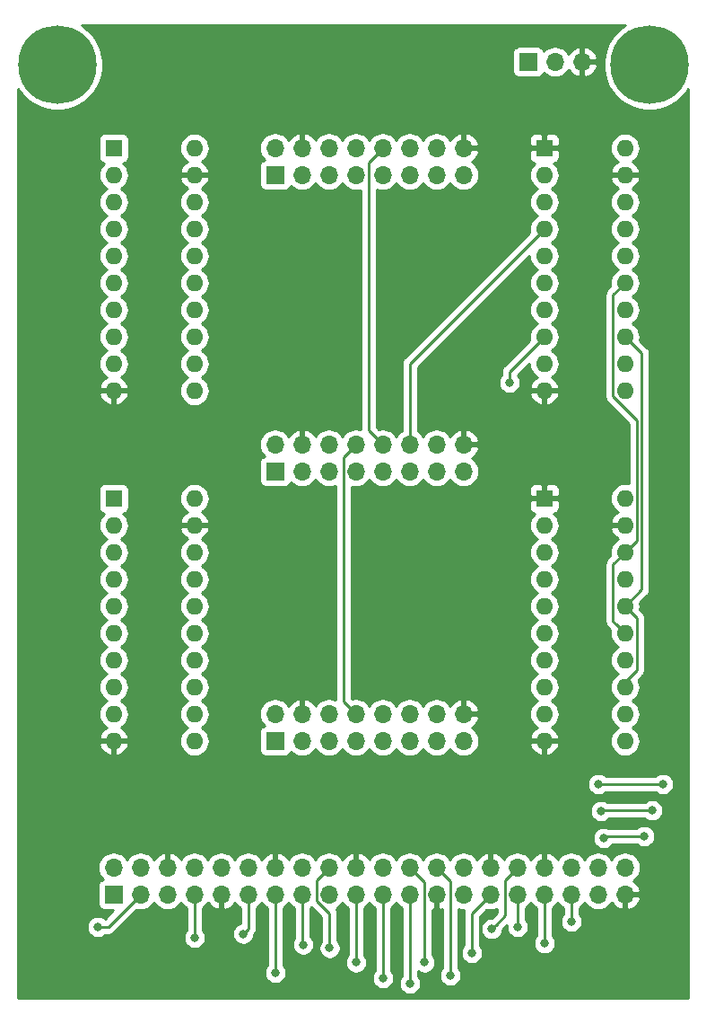
<source format=gbr>
G04 #@! TF.GenerationSoftware,KiCad,Pcbnew,(5.1.2-1)-1*
G04 #@! TF.CreationDate,2019-08-11T18:03:35-06:00*
G04 #@! TF.ProjectId,triple_hub75_v1,74726970-6c65-45f6-9875-6237355f7631,rev?*
G04 #@! TF.SameCoordinates,Original*
G04 #@! TF.FileFunction,Copper,L2,Bot*
G04 #@! TF.FilePolarity,Positive*
%FSLAX46Y46*%
G04 Gerber Fmt 4.6, Leading zero omitted, Abs format (unit mm)*
G04 Created by KiCad (PCBNEW (5.1.2-1)-1) date 2019-08-11 18:03:35*
%MOMM*%
%LPD*%
G04 APERTURE LIST*
%ADD10C,7.400000*%
%ADD11O,1.600000X1.600000*%
%ADD12R,1.600000X1.600000*%
%ADD13O,1.700000X1.700000*%
%ADD14R,1.700000X1.700000*%
%ADD15C,0.800000*%
%ADD16C,0.250000*%
%ADD17C,0.254000*%
G04 APERTURE END LIST*
D10*
X187706000Y-25400000D03*
X131826000Y-25400000D03*
D11*
X144780000Y-33274000D03*
X137160000Y-56134000D03*
X144780000Y-35814000D03*
X137160000Y-53594000D03*
X144780000Y-38354000D03*
X137160000Y-51054000D03*
X144780000Y-40894000D03*
X137160000Y-48514000D03*
X144780000Y-43434000D03*
X137160000Y-45974000D03*
X144780000Y-45974000D03*
X137160000Y-43434000D03*
X144780000Y-48514000D03*
X137160000Y-40894000D03*
X144780000Y-51054000D03*
X137160000Y-38354000D03*
X144780000Y-53594000D03*
X137160000Y-35814000D03*
X144780000Y-56134000D03*
D12*
X137160000Y-33274000D03*
D11*
X185420000Y-66294000D03*
X177800000Y-89154000D03*
X185420000Y-68834000D03*
X177800000Y-86614000D03*
X185420000Y-71374000D03*
X177800000Y-84074000D03*
X185420000Y-73914000D03*
X177800000Y-81534000D03*
X185420000Y-76454000D03*
X177800000Y-78994000D03*
X185420000Y-78994000D03*
X177800000Y-76454000D03*
X185420000Y-81534000D03*
X177800000Y-73914000D03*
X185420000Y-84074000D03*
X177800000Y-71374000D03*
X185420000Y-86614000D03*
X177800000Y-68834000D03*
X185420000Y-89154000D03*
D12*
X177800000Y-66294000D03*
D11*
X185420000Y-33274000D03*
X177800000Y-56134000D03*
X185420000Y-35814000D03*
X177800000Y-53594000D03*
X185420000Y-38354000D03*
X177800000Y-51054000D03*
X185420000Y-40894000D03*
X177800000Y-48514000D03*
X185420000Y-43434000D03*
X177800000Y-45974000D03*
X185420000Y-45974000D03*
X177800000Y-43434000D03*
X185420000Y-48514000D03*
X177800000Y-40894000D03*
X185420000Y-51054000D03*
X177800000Y-38354000D03*
X185420000Y-53594000D03*
X177800000Y-35814000D03*
X185420000Y-56134000D03*
D12*
X177800000Y-33274000D03*
D11*
X144780000Y-66294000D03*
X137160000Y-89154000D03*
X144780000Y-68834000D03*
X137160000Y-86614000D03*
X144780000Y-71374000D03*
X137160000Y-84074000D03*
X144780000Y-73914000D03*
X137160000Y-81534000D03*
X144780000Y-76454000D03*
X137160000Y-78994000D03*
X144780000Y-78994000D03*
X137160000Y-76454000D03*
X144780000Y-81534000D03*
X137160000Y-73914000D03*
X144780000Y-84074000D03*
X137160000Y-71374000D03*
X144780000Y-86614000D03*
X137160000Y-68834000D03*
X144780000Y-89154000D03*
D12*
X137160000Y-66294000D03*
D13*
X170180000Y-86614000D03*
X170180000Y-89154000D03*
X167640000Y-86614000D03*
X167640000Y-89154000D03*
X165100000Y-86614000D03*
X165100000Y-89154000D03*
X162560000Y-86614000D03*
X162560000Y-89154000D03*
X160020000Y-86614000D03*
X160020000Y-89154000D03*
X157480000Y-86614000D03*
X157480000Y-89154000D03*
X154940000Y-86614000D03*
X154940000Y-89154000D03*
X152400000Y-86614000D03*
D14*
X152400000Y-89154000D03*
D13*
X170180000Y-61214000D03*
X170180000Y-63754000D03*
X167640000Y-61214000D03*
X167640000Y-63754000D03*
X165100000Y-61214000D03*
X165100000Y-63754000D03*
X162560000Y-61214000D03*
X162560000Y-63754000D03*
X160020000Y-61214000D03*
X160020000Y-63754000D03*
X157480000Y-61214000D03*
X157480000Y-63754000D03*
X154940000Y-61214000D03*
X154940000Y-63754000D03*
X152400000Y-61214000D03*
D14*
X152400000Y-63754000D03*
D13*
X181356000Y-25146000D03*
X178816000Y-25146000D03*
D14*
X176276000Y-25146000D03*
D13*
X185420000Y-101092000D03*
X185420000Y-103632000D03*
X182880000Y-101092000D03*
X182880000Y-103632000D03*
X180340000Y-101092000D03*
X180340000Y-103632000D03*
X177800000Y-101092000D03*
X177800000Y-103632000D03*
X175260000Y-101092000D03*
X175260000Y-103632000D03*
X172720000Y-101092000D03*
X172720000Y-103632000D03*
X170180000Y-101092000D03*
X170180000Y-103632000D03*
X167640000Y-101092000D03*
X167640000Y-103632000D03*
X165100000Y-101092000D03*
X165100000Y-103632000D03*
X162560000Y-101092000D03*
X162560000Y-103632000D03*
X160020000Y-101092000D03*
X160020000Y-103632000D03*
X157480000Y-101092000D03*
X157480000Y-103632000D03*
X154940000Y-101092000D03*
X154940000Y-103632000D03*
X152400000Y-101092000D03*
X152400000Y-103632000D03*
X149860000Y-101092000D03*
X149860000Y-103632000D03*
X147320000Y-101092000D03*
X147320000Y-103632000D03*
X144780000Y-101092000D03*
X144780000Y-103632000D03*
X142240000Y-101092000D03*
X142240000Y-103632000D03*
X139700000Y-101092000D03*
X139700000Y-103632000D03*
X137160000Y-101092000D03*
D14*
X137160000Y-103632000D03*
D13*
X170180000Y-33274000D03*
X170180000Y-35814000D03*
X167640000Y-33274000D03*
X167640000Y-35814000D03*
X165100000Y-33274000D03*
X165100000Y-35814000D03*
X162560000Y-33274000D03*
X162560000Y-35814000D03*
X160020000Y-33274000D03*
X160020000Y-35814000D03*
X157480000Y-33274000D03*
X157480000Y-35814000D03*
X154940000Y-33274000D03*
X154940000Y-35814000D03*
X152400000Y-33274000D03*
D14*
X152400000Y-35814000D03*
D15*
X174498000Y-55372000D03*
X180340006Y-106172000D03*
X177800000Y-108232077D03*
X172829193Y-106882044D03*
X175260000Y-106680000D03*
X170942000Y-109132109D03*
X168910000Y-111252000D03*
X166482407Y-110032121D03*
X165100000Y-112014000D03*
X187223104Y-98122062D03*
X183388000Y-98298000D03*
X162560000Y-111506000D03*
X160020000Y-110032129D03*
X157537690Y-108682088D03*
X187960000Y-95700319D03*
X183134000Y-95758000D03*
X155040189Y-108357811D03*
X152400004Y-110998000D03*
X149381067Y-107332055D03*
X188976000Y-93218000D03*
X182880000Y-93218000D03*
X144780000Y-107695994D03*
X135636000Y-106679988D03*
D16*
X141732000Y-101092000D02*
X142240000Y-101092000D01*
X165100000Y-53594000D02*
X165100000Y-61214000D01*
X177800000Y-40894000D02*
X165100000Y-53594000D01*
X174498000Y-54356000D02*
X177800000Y-51054000D01*
X174498000Y-55372000D02*
X174498000Y-54356000D01*
X161195001Y-59849001D02*
X161710001Y-60364001D01*
X161195001Y-34638999D02*
X161195001Y-59849001D01*
X161710001Y-60364001D02*
X162560000Y-61214000D01*
X162560000Y-33274000D02*
X161195001Y-34638999D01*
X158844999Y-85438999D02*
X159170001Y-85764001D01*
X158844999Y-62389001D02*
X158844999Y-85438999D01*
X159170001Y-85764001D02*
X160020000Y-86614000D01*
X160020000Y-61214000D02*
X158844999Y-62389001D01*
X180340000Y-103632000D02*
X180340000Y-106171994D01*
X180340000Y-106171994D02*
X180340006Y-106172000D01*
X177800000Y-103632000D02*
X177800000Y-104834081D01*
X177800000Y-104834081D02*
X177800000Y-108232077D01*
X174084999Y-102267001D02*
X174084999Y-105626238D01*
X174084999Y-105626238D02*
X173229192Y-106482045D01*
X173229192Y-106482045D02*
X172829193Y-106882044D01*
X175260000Y-101092000D02*
X174084999Y-102267001D01*
X175260000Y-103632000D02*
X175260000Y-106680000D01*
X170942000Y-108566424D02*
X170942000Y-109132109D01*
X172720000Y-103632000D02*
X170942000Y-105410000D01*
X170942000Y-105410000D02*
X170942000Y-108566424D01*
X167640000Y-101092000D02*
X168910000Y-102362000D01*
X168910000Y-110686315D02*
X168910000Y-111252000D01*
X168910000Y-102362000D02*
X168910000Y-110686315D01*
X166482407Y-109466436D02*
X166482407Y-110032121D01*
X166452580Y-109436609D02*
X166482407Y-109466436D01*
X165100000Y-101092000D02*
X166452580Y-102444580D01*
X166452580Y-102444580D02*
X166452580Y-109436609D01*
X165100000Y-103632000D02*
X165100000Y-112014000D01*
X183563938Y-98122062D02*
X183388000Y-98298000D01*
X187223104Y-98122062D02*
X183563938Y-98122062D01*
X162560000Y-103632000D02*
X162560000Y-104834081D01*
X162560000Y-104834081D02*
X162560000Y-111506000D01*
X160020000Y-103632000D02*
X160020000Y-110032129D01*
X156304999Y-102267001D02*
X156630001Y-101941999D01*
X157537690Y-105428692D02*
X156304999Y-104196001D01*
X156630001Y-101941999D02*
X157480000Y-101092000D01*
X156304999Y-104196001D02*
X156304999Y-102267001D01*
X157537690Y-108682088D02*
X157537690Y-105428692D01*
X154940000Y-100330000D02*
X154940000Y-101092000D01*
X183191681Y-95700319D02*
X183134000Y-95758000D01*
X187960000Y-95700319D02*
X183191681Y-95700319D01*
X154940000Y-108257622D02*
X155040189Y-108357811D01*
X154940000Y-103632000D02*
X154940000Y-108257622D01*
X152400000Y-110997996D02*
X152400004Y-110998000D01*
X152400000Y-103632000D02*
X152400000Y-110997996D01*
X185420000Y-83566000D02*
X185420000Y-84074000D01*
X186545001Y-77579001D02*
X186545001Y-82440999D01*
X186545001Y-82440999D02*
X185420000Y-83566000D01*
X185420000Y-76454000D02*
X186545001Y-77579001D01*
X149860000Y-103632000D02*
X149860000Y-106853122D01*
X149860000Y-106853122D02*
X149781066Y-106932056D01*
X149781066Y-106932056D02*
X149381067Y-107332055D01*
X186545001Y-52179001D02*
X185420000Y-51054000D01*
X186219999Y-51853999D02*
X185420000Y-51054000D01*
X186995011Y-52629011D02*
X186219999Y-51853999D01*
X186995011Y-74878989D02*
X186995011Y-52629011D01*
X185420000Y-76454000D02*
X186995011Y-74878989D01*
X188976000Y-93218000D02*
X182880000Y-93218000D01*
X184620001Y-78194001D02*
X185420000Y-78994000D01*
X184294999Y-77868999D02*
X184620001Y-78194001D01*
X184294999Y-72499001D02*
X184294999Y-77868999D01*
X185420000Y-71374000D02*
X184294999Y-72499001D01*
X144780000Y-103632000D02*
X144780000Y-107695994D01*
X184294999Y-47099001D02*
X185420000Y-45974000D01*
X186545001Y-58924003D02*
X184294999Y-56674001D01*
X184294999Y-56674001D02*
X184294999Y-47099001D01*
X186545001Y-70248999D02*
X186545001Y-58924003D01*
X185420000Y-71374000D02*
X186545001Y-70248999D01*
X136652012Y-106679988D02*
X135636000Y-106679988D01*
X139700000Y-103632000D02*
X136652012Y-106679988D01*
D17*
G36*
X184942599Y-22032786D02*
G01*
X184338786Y-22636599D01*
X183864373Y-23346608D01*
X183537592Y-24135527D01*
X183371000Y-24973040D01*
X183371000Y-25826960D01*
X183537592Y-26664473D01*
X183864373Y-27453392D01*
X184338786Y-28163401D01*
X184942599Y-28767214D01*
X185652608Y-29241627D01*
X186441527Y-29568408D01*
X187279040Y-29735000D01*
X188132960Y-29735000D01*
X188970473Y-29568408D01*
X189759392Y-29241627D01*
X190469401Y-28767214D01*
X191073214Y-28163401D01*
X191389000Y-27690794D01*
X191389000Y-113411000D01*
X128143000Y-113411000D01*
X128143000Y-106578049D01*
X134601000Y-106578049D01*
X134601000Y-106781927D01*
X134640774Y-106981886D01*
X134718795Y-107170244D01*
X134832063Y-107339762D01*
X134976226Y-107483925D01*
X135145744Y-107597193D01*
X135334102Y-107675214D01*
X135534061Y-107714988D01*
X135737939Y-107714988D01*
X135937898Y-107675214D01*
X136126256Y-107597193D01*
X136295774Y-107483925D01*
X136339711Y-107439988D01*
X136614690Y-107439988D01*
X136652012Y-107443664D01*
X136689334Y-107439988D01*
X136689345Y-107439988D01*
X136800998Y-107428991D01*
X136944259Y-107385534D01*
X137076288Y-107314962D01*
X137192013Y-107219989D01*
X137215816Y-107190985D01*
X139334005Y-105072797D01*
X139408889Y-105095513D01*
X139627050Y-105117000D01*
X139772950Y-105117000D01*
X139991111Y-105095513D01*
X140271034Y-105010599D01*
X140529014Y-104872706D01*
X140755134Y-104687134D01*
X140940706Y-104461014D01*
X140970000Y-104406209D01*
X140999294Y-104461014D01*
X141184866Y-104687134D01*
X141410986Y-104872706D01*
X141668966Y-105010599D01*
X141948889Y-105095513D01*
X142167050Y-105117000D01*
X142312950Y-105117000D01*
X142531111Y-105095513D01*
X142811034Y-105010599D01*
X143069014Y-104872706D01*
X143295134Y-104687134D01*
X143480706Y-104461014D01*
X143510000Y-104406209D01*
X143539294Y-104461014D01*
X143724866Y-104687134D01*
X143950986Y-104872706D01*
X144020000Y-104909595D01*
X144020001Y-106992282D01*
X143976063Y-107036220D01*
X143862795Y-107205738D01*
X143784774Y-107394096D01*
X143745000Y-107594055D01*
X143745000Y-107797933D01*
X143784774Y-107997892D01*
X143862795Y-108186250D01*
X143976063Y-108355768D01*
X144120226Y-108499931D01*
X144289744Y-108613199D01*
X144478102Y-108691220D01*
X144678061Y-108730994D01*
X144881939Y-108730994D01*
X145081898Y-108691220D01*
X145270256Y-108613199D01*
X145439774Y-108499931D01*
X145583937Y-108355768D01*
X145697205Y-108186250D01*
X145775226Y-107997892D01*
X145815000Y-107797933D01*
X145815000Y-107594055D01*
X145775226Y-107394096D01*
X145697205Y-107205738D01*
X145583937Y-107036220D01*
X145540000Y-106992283D01*
X145540000Y-104909595D01*
X145609014Y-104872706D01*
X145835134Y-104687134D01*
X146020706Y-104461014D01*
X146055201Y-104396477D01*
X146124822Y-104513355D01*
X146319731Y-104729588D01*
X146553080Y-104903641D01*
X146815901Y-105028825D01*
X146963110Y-105073476D01*
X147193000Y-104952155D01*
X147193000Y-103759000D01*
X147173000Y-103759000D01*
X147173000Y-103505000D01*
X147193000Y-103505000D01*
X147193000Y-103485000D01*
X147447000Y-103485000D01*
X147447000Y-103505000D01*
X147467000Y-103505000D01*
X147467000Y-103759000D01*
X147447000Y-103759000D01*
X147447000Y-104952155D01*
X147676890Y-105073476D01*
X147824099Y-105028825D01*
X148086920Y-104903641D01*
X148320269Y-104729588D01*
X148515178Y-104513355D01*
X148584799Y-104396477D01*
X148619294Y-104461014D01*
X148804866Y-104687134D01*
X149030986Y-104872706D01*
X149100000Y-104909595D01*
X149100001Y-106332685D01*
X149079169Y-106336829D01*
X148890811Y-106414850D01*
X148721293Y-106528118D01*
X148577130Y-106672281D01*
X148463862Y-106841799D01*
X148385841Y-107030157D01*
X148346067Y-107230116D01*
X148346067Y-107433994D01*
X148385841Y-107633953D01*
X148463862Y-107822311D01*
X148577130Y-107991829D01*
X148721293Y-108135992D01*
X148890811Y-108249260D01*
X149079169Y-108327281D01*
X149279128Y-108367055D01*
X149483006Y-108367055D01*
X149682965Y-108327281D01*
X149871323Y-108249260D01*
X150040841Y-108135992D01*
X150185004Y-107991829D01*
X150298272Y-107822311D01*
X150376293Y-107633953D01*
X150416067Y-107433994D01*
X150416067Y-107373547D01*
X150494974Y-107277398D01*
X150565546Y-107145369D01*
X150609003Y-107002108D01*
X150620000Y-106890455D01*
X150623677Y-106853122D01*
X150620000Y-106815789D01*
X150620000Y-104909595D01*
X150689014Y-104872706D01*
X150915134Y-104687134D01*
X151100706Y-104461014D01*
X151130000Y-104406209D01*
X151159294Y-104461014D01*
X151344866Y-104687134D01*
X151570986Y-104872706D01*
X151640000Y-104909595D01*
X151640001Y-110294292D01*
X151596067Y-110338226D01*
X151482799Y-110507744D01*
X151404778Y-110696102D01*
X151365004Y-110896061D01*
X151365004Y-111099939D01*
X151404778Y-111299898D01*
X151482799Y-111488256D01*
X151596067Y-111657774D01*
X151740230Y-111801937D01*
X151909748Y-111915205D01*
X152098106Y-111993226D01*
X152298065Y-112033000D01*
X152501943Y-112033000D01*
X152701902Y-111993226D01*
X152890260Y-111915205D01*
X153059778Y-111801937D01*
X153203941Y-111657774D01*
X153317209Y-111488256D01*
X153395230Y-111299898D01*
X153435004Y-111099939D01*
X153435004Y-110896061D01*
X153395230Y-110696102D01*
X153317209Y-110507744D01*
X153203941Y-110338226D01*
X153160000Y-110294285D01*
X153160000Y-104909595D01*
X153229014Y-104872706D01*
X153455134Y-104687134D01*
X153640706Y-104461014D01*
X153670000Y-104406209D01*
X153699294Y-104461014D01*
X153884866Y-104687134D01*
X154110986Y-104872706D01*
X154180000Y-104909595D01*
X154180001Y-107782223D01*
X154122984Y-107867555D01*
X154044963Y-108055913D01*
X154005189Y-108255872D01*
X154005189Y-108459750D01*
X154044963Y-108659709D01*
X154122984Y-108848067D01*
X154236252Y-109017585D01*
X154380415Y-109161748D01*
X154549933Y-109275016D01*
X154738291Y-109353037D01*
X154938250Y-109392811D01*
X155142128Y-109392811D01*
X155342087Y-109353037D01*
X155530445Y-109275016D01*
X155699963Y-109161748D01*
X155844126Y-109017585D01*
X155957394Y-108848067D01*
X156035415Y-108659709D01*
X156075189Y-108459750D01*
X156075189Y-108255872D01*
X156035415Y-108055913D01*
X155957394Y-107867555D01*
X155844126Y-107698037D01*
X155700000Y-107553911D01*
X155700000Y-104909595D01*
X155769014Y-104872706D01*
X155844749Y-104810552D01*
X156777691Y-105743495D01*
X156777690Y-107978377D01*
X156733753Y-108022314D01*
X156620485Y-108191832D01*
X156542464Y-108380190D01*
X156502690Y-108580149D01*
X156502690Y-108784027D01*
X156542464Y-108983986D01*
X156620485Y-109172344D01*
X156733753Y-109341862D01*
X156877916Y-109486025D01*
X157047434Y-109599293D01*
X157235792Y-109677314D01*
X157435751Y-109717088D01*
X157639629Y-109717088D01*
X157839588Y-109677314D01*
X158027946Y-109599293D01*
X158197464Y-109486025D01*
X158341627Y-109341862D01*
X158454895Y-109172344D01*
X158532916Y-108983986D01*
X158572690Y-108784027D01*
X158572690Y-108580149D01*
X158532916Y-108380190D01*
X158454895Y-108191832D01*
X158341627Y-108022314D01*
X158297690Y-107978377D01*
X158297690Y-105466014D01*
X158301366Y-105428691D01*
X158297690Y-105391368D01*
X158297690Y-105391359D01*
X158286693Y-105279706D01*
X158243236Y-105136445D01*
X158172664Y-105004416D01*
X158139105Y-104963524D01*
X158309014Y-104872706D01*
X158535134Y-104687134D01*
X158720706Y-104461014D01*
X158750000Y-104406209D01*
X158779294Y-104461014D01*
X158964866Y-104687134D01*
X159190986Y-104872706D01*
X159260000Y-104909595D01*
X159260001Y-109328417D01*
X159216063Y-109372355D01*
X159102795Y-109541873D01*
X159024774Y-109730231D01*
X158985000Y-109930190D01*
X158985000Y-110134068D01*
X159024774Y-110334027D01*
X159102795Y-110522385D01*
X159216063Y-110691903D01*
X159360226Y-110836066D01*
X159529744Y-110949334D01*
X159718102Y-111027355D01*
X159918061Y-111067129D01*
X160121939Y-111067129D01*
X160321898Y-111027355D01*
X160510256Y-110949334D01*
X160679774Y-110836066D01*
X160823937Y-110691903D01*
X160937205Y-110522385D01*
X161015226Y-110334027D01*
X161055000Y-110134068D01*
X161055000Y-109930190D01*
X161015226Y-109730231D01*
X160937205Y-109541873D01*
X160823937Y-109372355D01*
X160780000Y-109328418D01*
X160780000Y-104909595D01*
X160849014Y-104872706D01*
X161075134Y-104687134D01*
X161260706Y-104461014D01*
X161290000Y-104406209D01*
X161319294Y-104461014D01*
X161504866Y-104687134D01*
X161730986Y-104872706D01*
X161800000Y-104909595D01*
X161800001Y-110802288D01*
X161756063Y-110846226D01*
X161642795Y-111015744D01*
X161564774Y-111204102D01*
X161525000Y-111404061D01*
X161525000Y-111607939D01*
X161564774Y-111807898D01*
X161642795Y-111996256D01*
X161756063Y-112165774D01*
X161900226Y-112309937D01*
X162069744Y-112423205D01*
X162258102Y-112501226D01*
X162458061Y-112541000D01*
X162661939Y-112541000D01*
X162861898Y-112501226D01*
X163050256Y-112423205D01*
X163219774Y-112309937D01*
X163363937Y-112165774D01*
X163477205Y-111996256D01*
X163555226Y-111807898D01*
X163595000Y-111607939D01*
X163595000Y-111404061D01*
X163555226Y-111204102D01*
X163477205Y-111015744D01*
X163363937Y-110846226D01*
X163320000Y-110802289D01*
X163320000Y-104909595D01*
X163389014Y-104872706D01*
X163615134Y-104687134D01*
X163800706Y-104461014D01*
X163830000Y-104406209D01*
X163859294Y-104461014D01*
X164044866Y-104687134D01*
X164270986Y-104872706D01*
X164340000Y-104909595D01*
X164340001Y-111310288D01*
X164296063Y-111354226D01*
X164182795Y-111523744D01*
X164104774Y-111712102D01*
X164065000Y-111912061D01*
X164065000Y-112115939D01*
X164104774Y-112315898D01*
X164182795Y-112504256D01*
X164296063Y-112673774D01*
X164440226Y-112817937D01*
X164609744Y-112931205D01*
X164798102Y-113009226D01*
X164998061Y-113049000D01*
X165201939Y-113049000D01*
X165401898Y-113009226D01*
X165590256Y-112931205D01*
X165759774Y-112817937D01*
X165903937Y-112673774D01*
X166017205Y-112504256D01*
X166095226Y-112315898D01*
X166135000Y-112115939D01*
X166135000Y-111912061D01*
X166095226Y-111712102D01*
X166017205Y-111523744D01*
X165903937Y-111354226D01*
X165860000Y-111310289D01*
X165860000Y-110861026D01*
X165992151Y-110949326D01*
X166180509Y-111027347D01*
X166380468Y-111067121D01*
X166584346Y-111067121D01*
X166784305Y-111027347D01*
X166972663Y-110949326D01*
X167142181Y-110836058D01*
X167286344Y-110691895D01*
X167399612Y-110522377D01*
X167477633Y-110334019D01*
X167517407Y-110134060D01*
X167517407Y-109930182D01*
X167477633Y-109730223D01*
X167399612Y-109541865D01*
X167286344Y-109372347D01*
X167231394Y-109317397D01*
X167212580Y-109255375D01*
X167212580Y-105052083D01*
X167283110Y-105073476D01*
X167513000Y-104952155D01*
X167513000Y-103759000D01*
X167493000Y-103759000D01*
X167493000Y-103505000D01*
X167513000Y-103505000D01*
X167513000Y-103485000D01*
X167767000Y-103485000D01*
X167767000Y-103505000D01*
X167787000Y-103505000D01*
X167787000Y-103759000D01*
X167767000Y-103759000D01*
X167767000Y-104952155D01*
X167996890Y-105073476D01*
X168144099Y-105028825D01*
X168150000Y-105026014D01*
X168150001Y-110548288D01*
X168106063Y-110592226D01*
X167992795Y-110761744D01*
X167914774Y-110950102D01*
X167875000Y-111150061D01*
X167875000Y-111353939D01*
X167914774Y-111553898D01*
X167992795Y-111742256D01*
X168106063Y-111911774D01*
X168250226Y-112055937D01*
X168419744Y-112169205D01*
X168608102Y-112247226D01*
X168808061Y-112287000D01*
X169011939Y-112287000D01*
X169211898Y-112247226D01*
X169400256Y-112169205D01*
X169569774Y-112055937D01*
X169713937Y-111911774D01*
X169827205Y-111742256D01*
X169905226Y-111553898D01*
X169945000Y-111353939D01*
X169945000Y-111150061D01*
X169905226Y-110950102D01*
X169827205Y-110761744D01*
X169713937Y-110592226D01*
X169670000Y-110548289D01*
X169670000Y-105029114D01*
X169888889Y-105095513D01*
X170107050Y-105117000D01*
X170236857Y-105117000D01*
X170236454Y-105117754D01*
X170192997Y-105261015D01*
X170182000Y-105372668D01*
X170182000Y-105372678D01*
X170178324Y-105410000D01*
X170182000Y-105447323D01*
X170182001Y-108428397D01*
X170138063Y-108472335D01*
X170024795Y-108641853D01*
X169946774Y-108830211D01*
X169907000Y-109030170D01*
X169907000Y-109234048D01*
X169946774Y-109434007D01*
X170024795Y-109622365D01*
X170138063Y-109791883D01*
X170282226Y-109936046D01*
X170451744Y-110049314D01*
X170640102Y-110127335D01*
X170840061Y-110167109D01*
X171043939Y-110167109D01*
X171243898Y-110127335D01*
X171432256Y-110049314D01*
X171601774Y-109936046D01*
X171745937Y-109791883D01*
X171859205Y-109622365D01*
X171937226Y-109434007D01*
X171977000Y-109234048D01*
X171977000Y-109030170D01*
X171937226Y-108830211D01*
X171859205Y-108641853D01*
X171745937Y-108472335D01*
X171702000Y-108428398D01*
X171702000Y-105724801D01*
X172354005Y-105072797D01*
X172428889Y-105095513D01*
X172647050Y-105117000D01*
X172792950Y-105117000D01*
X173011111Y-105095513D01*
X173291034Y-105010599D01*
X173325000Y-104992444D01*
X173325000Y-105311435D01*
X172789392Y-105847044D01*
X172727254Y-105847044D01*
X172527295Y-105886818D01*
X172338937Y-105964839D01*
X172169419Y-106078107D01*
X172025256Y-106222270D01*
X171911988Y-106391788D01*
X171833967Y-106580146D01*
X171794193Y-106780105D01*
X171794193Y-106983983D01*
X171833967Y-107183942D01*
X171911988Y-107372300D01*
X172025256Y-107541818D01*
X172169419Y-107685981D01*
X172338937Y-107799249D01*
X172527295Y-107877270D01*
X172727254Y-107917044D01*
X172931132Y-107917044D01*
X173131091Y-107877270D01*
X173319449Y-107799249D01*
X173488967Y-107685981D01*
X173633130Y-107541818D01*
X173746398Y-107372300D01*
X173824419Y-107183942D01*
X173864193Y-106983983D01*
X173864193Y-106921845D01*
X174229227Y-106556812D01*
X174225000Y-106578061D01*
X174225000Y-106781939D01*
X174264774Y-106981898D01*
X174342795Y-107170256D01*
X174456063Y-107339774D01*
X174600226Y-107483937D01*
X174769744Y-107597205D01*
X174958102Y-107675226D01*
X175158061Y-107715000D01*
X175361939Y-107715000D01*
X175561898Y-107675226D01*
X175750256Y-107597205D01*
X175919774Y-107483937D01*
X176063937Y-107339774D01*
X176177205Y-107170256D01*
X176255226Y-106981898D01*
X176295000Y-106781939D01*
X176295000Y-106578061D01*
X176255226Y-106378102D01*
X176177205Y-106189744D01*
X176063937Y-106020226D01*
X176020000Y-105976289D01*
X176020000Y-104909595D01*
X176089014Y-104872706D01*
X176315134Y-104687134D01*
X176500706Y-104461014D01*
X176530000Y-104406209D01*
X176559294Y-104461014D01*
X176744866Y-104687134D01*
X176970986Y-104872706D01*
X177040000Y-104909595D01*
X177040001Y-107528365D01*
X176996063Y-107572303D01*
X176882795Y-107741821D01*
X176804774Y-107930179D01*
X176765000Y-108130138D01*
X176765000Y-108334016D01*
X176804774Y-108533975D01*
X176882795Y-108722333D01*
X176996063Y-108891851D01*
X177140226Y-109036014D01*
X177309744Y-109149282D01*
X177498102Y-109227303D01*
X177698061Y-109267077D01*
X177901939Y-109267077D01*
X178101898Y-109227303D01*
X178290256Y-109149282D01*
X178459774Y-109036014D01*
X178603937Y-108891851D01*
X178717205Y-108722333D01*
X178795226Y-108533975D01*
X178835000Y-108334016D01*
X178835000Y-108130138D01*
X178795226Y-107930179D01*
X178717205Y-107741821D01*
X178603937Y-107572303D01*
X178560000Y-107528366D01*
X178560000Y-104909595D01*
X178629014Y-104872706D01*
X178855134Y-104687134D01*
X179040706Y-104461014D01*
X179070000Y-104406209D01*
X179099294Y-104461014D01*
X179284866Y-104687134D01*
X179510986Y-104872706D01*
X179580001Y-104909595D01*
X179580001Y-105468294D01*
X179536069Y-105512226D01*
X179422801Y-105681744D01*
X179344780Y-105870102D01*
X179305006Y-106070061D01*
X179305006Y-106273939D01*
X179344780Y-106473898D01*
X179422801Y-106662256D01*
X179536069Y-106831774D01*
X179680232Y-106975937D01*
X179849750Y-107089205D01*
X180038108Y-107167226D01*
X180238067Y-107207000D01*
X180441945Y-107207000D01*
X180641904Y-107167226D01*
X180830262Y-107089205D01*
X180999780Y-106975937D01*
X181143943Y-106831774D01*
X181257211Y-106662256D01*
X181335232Y-106473898D01*
X181375006Y-106273939D01*
X181375006Y-106070061D01*
X181335232Y-105870102D01*
X181257211Y-105681744D01*
X181143943Y-105512226D01*
X181100000Y-105468283D01*
X181100000Y-104909595D01*
X181169014Y-104872706D01*
X181395134Y-104687134D01*
X181580706Y-104461014D01*
X181610000Y-104406209D01*
X181639294Y-104461014D01*
X181824866Y-104687134D01*
X182050986Y-104872706D01*
X182308966Y-105010599D01*
X182588889Y-105095513D01*
X182807050Y-105117000D01*
X182952950Y-105117000D01*
X183171111Y-105095513D01*
X183451034Y-105010599D01*
X183709014Y-104872706D01*
X183935134Y-104687134D01*
X184120706Y-104461014D01*
X184155201Y-104396477D01*
X184224822Y-104513355D01*
X184419731Y-104729588D01*
X184653080Y-104903641D01*
X184915901Y-105028825D01*
X185063110Y-105073476D01*
X185293000Y-104952155D01*
X185293000Y-103759000D01*
X185547000Y-103759000D01*
X185547000Y-104952155D01*
X185776890Y-105073476D01*
X185924099Y-105028825D01*
X186186920Y-104903641D01*
X186420269Y-104729588D01*
X186615178Y-104513355D01*
X186764157Y-104263252D01*
X186861481Y-103988891D01*
X186740814Y-103759000D01*
X185547000Y-103759000D01*
X185293000Y-103759000D01*
X185273000Y-103759000D01*
X185273000Y-103505000D01*
X185293000Y-103505000D01*
X185293000Y-103485000D01*
X185547000Y-103485000D01*
X185547000Y-103505000D01*
X186740814Y-103505000D01*
X186861481Y-103275109D01*
X186764157Y-103000748D01*
X186615178Y-102750645D01*
X186420269Y-102534412D01*
X186191244Y-102363584D01*
X186249014Y-102332706D01*
X186475134Y-102147134D01*
X186660706Y-101921014D01*
X186798599Y-101663034D01*
X186883513Y-101383111D01*
X186912185Y-101092000D01*
X186883513Y-100800889D01*
X186798599Y-100520966D01*
X186660706Y-100262986D01*
X186475134Y-100036866D01*
X186249014Y-99851294D01*
X185991034Y-99713401D01*
X185711111Y-99628487D01*
X185492950Y-99607000D01*
X185347050Y-99607000D01*
X185128889Y-99628487D01*
X184848966Y-99713401D01*
X184590986Y-99851294D01*
X184364866Y-100036866D01*
X184179294Y-100262986D01*
X184150000Y-100317791D01*
X184120706Y-100262986D01*
X183935134Y-100036866D01*
X183709014Y-99851294D01*
X183451034Y-99713401D01*
X183171111Y-99628487D01*
X182952950Y-99607000D01*
X182807050Y-99607000D01*
X182588889Y-99628487D01*
X182308966Y-99713401D01*
X182050986Y-99851294D01*
X181824866Y-100036866D01*
X181639294Y-100262986D01*
X181610000Y-100317791D01*
X181580706Y-100262986D01*
X181395134Y-100036866D01*
X181169014Y-99851294D01*
X180911034Y-99713401D01*
X180631111Y-99628487D01*
X180412950Y-99607000D01*
X180267050Y-99607000D01*
X180048889Y-99628487D01*
X179768966Y-99713401D01*
X179510986Y-99851294D01*
X179284866Y-100036866D01*
X179099294Y-100262986D01*
X179064799Y-100327523D01*
X178995178Y-100210645D01*
X178800269Y-99994412D01*
X178566920Y-99820359D01*
X178304099Y-99695175D01*
X178156890Y-99650524D01*
X177927000Y-99771845D01*
X177927000Y-100965000D01*
X177947000Y-100965000D01*
X177947000Y-101219000D01*
X177927000Y-101219000D01*
X177927000Y-101239000D01*
X177673000Y-101239000D01*
X177673000Y-101219000D01*
X177653000Y-101219000D01*
X177653000Y-100965000D01*
X177673000Y-100965000D01*
X177673000Y-99771845D01*
X177443110Y-99650524D01*
X177295901Y-99695175D01*
X177033080Y-99820359D01*
X176799731Y-99994412D01*
X176604822Y-100210645D01*
X176535201Y-100327523D01*
X176500706Y-100262986D01*
X176315134Y-100036866D01*
X176089014Y-99851294D01*
X175831034Y-99713401D01*
X175551111Y-99628487D01*
X175332950Y-99607000D01*
X175187050Y-99607000D01*
X174968889Y-99628487D01*
X174688966Y-99713401D01*
X174430986Y-99851294D01*
X174204866Y-100036866D01*
X174019294Y-100262986D01*
X173984799Y-100327523D01*
X173915178Y-100210645D01*
X173720269Y-99994412D01*
X173486920Y-99820359D01*
X173224099Y-99695175D01*
X173076890Y-99650524D01*
X172847000Y-99771845D01*
X172847000Y-100965000D01*
X172867000Y-100965000D01*
X172867000Y-101219000D01*
X172847000Y-101219000D01*
X172847000Y-101239000D01*
X172593000Y-101239000D01*
X172593000Y-101219000D01*
X172573000Y-101219000D01*
X172573000Y-100965000D01*
X172593000Y-100965000D01*
X172593000Y-99771845D01*
X172363110Y-99650524D01*
X172215901Y-99695175D01*
X171953080Y-99820359D01*
X171719731Y-99994412D01*
X171524822Y-100210645D01*
X171455201Y-100327523D01*
X171420706Y-100262986D01*
X171235134Y-100036866D01*
X171009014Y-99851294D01*
X170751034Y-99713401D01*
X170471111Y-99628487D01*
X170252950Y-99607000D01*
X170107050Y-99607000D01*
X169888889Y-99628487D01*
X169608966Y-99713401D01*
X169350986Y-99851294D01*
X169124866Y-100036866D01*
X168939294Y-100262986D01*
X168910000Y-100317791D01*
X168880706Y-100262986D01*
X168695134Y-100036866D01*
X168469014Y-99851294D01*
X168211034Y-99713401D01*
X167931111Y-99628487D01*
X167712950Y-99607000D01*
X167567050Y-99607000D01*
X167348889Y-99628487D01*
X167068966Y-99713401D01*
X166810986Y-99851294D01*
X166584866Y-100036866D01*
X166399294Y-100262986D01*
X166370000Y-100317791D01*
X166340706Y-100262986D01*
X166155134Y-100036866D01*
X165929014Y-99851294D01*
X165671034Y-99713401D01*
X165391111Y-99628487D01*
X165172950Y-99607000D01*
X165027050Y-99607000D01*
X164808889Y-99628487D01*
X164528966Y-99713401D01*
X164270986Y-99851294D01*
X164044866Y-100036866D01*
X163859294Y-100262986D01*
X163830000Y-100317791D01*
X163800706Y-100262986D01*
X163615134Y-100036866D01*
X163389014Y-99851294D01*
X163131034Y-99713401D01*
X162851111Y-99628487D01*
X162632950Y-99607000D01*
X162487050Y-99607000D01*
X162268889Y-99628487D01*
X161988966Y-99713401D01*
X161730986Y-99851294D01*
X161504866Y-100036866D01*
X161319294Y-100262986D01*
X161284799Y-100327523D01*
X161215178Y-100210645D01*
X161020269Y-99994412D01*
X160786920Y-99820359D01*
X160524099Y-99695175D01*
X160376890Y-99650524D01*
X160147000Y-99771845D01*
X160147000Y-100965000D01*
X160167000Y-100965000D01*
X160167000Y-101219000D01*
X160147000Y-101219000D01*
X160147000Y-101239000D01*
X159893000Y-101239000D01*
X159893000Y-101219000D01*
X159873000Y-101219000D01*
X159873000Y-100965000D01*
X159893000Y-100965000D01*
X159893000Y-99771845D01*
X159663110Y-99650524D01*
X159515901Y-99695175D01*
X159253080Y-99820359D01*
X159019731Y-99994412D01*
X158824822Y-100210645D01*
X158755201Y-100327523D01*
X158720706Y-100262986D01*
X158535134Y-100036866D01*
X158309014Y-99851294D01*
X158051034Y-99713401D01*
X157771111Y-99628487D01*
X157552950Y-99607000D01*
X157407050Y-99607000D01*
X157188889Y-99628487D01*
X156908966Y-99713401D01*
X156650986Y-99851294D01*
X156424866Y-100036866D01*
X156239294Y-100262986D01*
X156210000Y-100317791D01*
X156180706Y-100262986D01*
X155995134Y-100036866D01*
X155769014Y-99851294D01*
X155511034Y-99713401D01*
X155251181Y-99634575D01*
X155232246Y-99624454D01*
X155088985Y-99580997D01*
X154940000Y-99566323D01*
X154791014Y-99580997D01*
X154647753Y-99624454D01*
X154628816Y-99634576D01*
X154368966Y-99713401D01*
X154110986Y-99851294D01*
X153884866Y-100036866D01*
X153699294Y-100262986D01*
X153664799Y-100327523D01*
X153595178Y-100210645D01*
X153400269Y-99994412D01*
X153166920Y-99820359D01*
X152904099Y-99695175D01*
X152756890Y-99650524D01*
X152527000Y-99771845D01*
X152527000Y-100965000D01*
X152547000Y-100965000D01*
X152547000Y-101219000D01*
X152527000Y-101219000D01*
X152527000Y-101239000D01*
X152273000Y-101239000D01*
X152273000Y-101219000D01*
X152253000Y-101219000D01*
X152253000Y-100965000D01*
X152273000Y-100965000D01*
X152273000Y-99771845D01*
X152043110Y-99650524D01*
X151895901Y-99695175D01*
X151633080Y-99820359D01*
X151399731Y-99994412D01*
X151204822Y-100210645D01*
X151135201Y-100327523D01*
X151100706Y-100262986D01*
X150915134Y-100036866D01*
X150689014Y-99851294D01*
X150431034Y-99713401D01*
X150151111Y-99628487D01*
X149932950Y-99607000D01*
X149787050Y-99607000D01*
X149568889Y-99628487D01*
X149288966Y-99713401D01*
X149030986Y-99851294D01*
X148804866Y-100036866D01*
X148619294Y-100262986D01*
X148590000Y-100317791D01*
X148560706Y-100262986D01*
X148375134Y-100036866D01*
X148149014Y-99851294D01*
X147891034Y-99713401D01*
X147611111Y-99628487D01*
X147392950Y-99607000D01*
X147247050Y-99607000D01*
X147028889Y-99628487D01*
X146748966Y-99713401D01*
X146490986Y-99851294D01*
X146264866Y-100036866D01*
X146079294Y-100262986D01*
X146050000Y-100317791D01*
X146020706Y-100262986D01*
X145835134Y-100036866D01*
X145609014Y-99851294D01*
X145351034Y-99713401D01*
X145071111Y-99628487D01*
X144852950Y-99607000D01*
X144707050Y-99607000D01*
X144488889Y-99628487D01*
X144208966Y-99713401D01*
X143950986Y-99851294D01*
X143724866Y-100036866D01*
X143539294Y-100262986D01*
X143504799Y-100327523D01*
X143435178Y-100210645D01*
X143240269Y-99994412D01*
X143006920Y-99820359D01*
X142744099Y-99695175D01*
X142596890Y-99650524D01*
X142367000Y-99771845D01*
X142367000Y-100965000D01*
X142387000Y-100965000D01*
X142387000Y-101219000D01*
X142367000Y-101219000D01*
X142367000Y-101239000D01*
X142113000Y-101239000D01*
X142113000Y-101219000D01*
X142093000Y-101219000D01*
X142093000Y-100965000D01*
X142113000Y-100965000D01*
X142113000Y-99771845D01*
X141883110Y-99650524D01*
X141735901Y-99695175D01*
X141473080Y-99820359D01*
X141239731Y-99994412D01*
X141044822Y-100210645D01*
X140975201Y-100327523D01*
X140940706Y-100262986D01*
X140755134Y-100036866D01*
X140529014Y-99851294D01*
X140271034Y-99713401D01*
X139991111Y-99628487D01*
X139772950Y-99607000D01*
X139627050Y-99607000D01*
X139408889Y-99628487D01*
X139128966Y-99713401D01*
X138870986Y-99851294D01*
X138644866Y-100036866D01*
X138459294Y-100262986D01*
X138430000Y-100317791D01*
X138400706Y-100262986D01*
X138215134Y-100036866D01*
X137989014Y-99851294D01*
X137731034Y-99713401D01*
X137451111Y-99628487D01*
X137232950Y-99607000D01*
X137087050Y-99607000D01*
X136868889Y-99628487D01*
X136588966Y-99713401D01*
X136330986Y-99851294D01*
X136104866Y-100036866D01*
X135919294Y-100262986D01*
X135781401Y-100520966D01*
X135696487Y-100800889D01*
X135667815Y-101092000D01*
X135696487Y-101383111D01*
X135781401Y-101663034D01*
X135919294Y-101921014D01*
X136104866Y-102147134D01*
X136134687Y-102171607D01*
X136065820Y-102192498D01*
X135955506Y-102251463D01*
X135858815Y-102330815D01*
X135779463Y-102427506D01*
X135720498Y-102537820D01*
X135684188Y-102657518D01*
X135671928Y-102782000D01*
X135671928Y-104482000D01*
X135684188Y-104606482D01*
X135720498Y-104726180D01*
X135779463Y-104836494D01*
X135858815Y-104933185D01*
X135955506Y-105012537D01*
X136065820Y-105071502D01*
X136185518Y-105107812D01*
X136310000Y-105120072D01*
X137137127Y-105120072D01*
X136338461Y-105918738D01*
X136295774Y-105876051D01*
X136126256Y-105762783D01*
X135937898Y-105684762D01*
X135737939Y-105644988D01*
X135534061Y-105644988D01*
X135334102Y-105684762D01*
X135145744Y-105762783D01*
X134976226Y-105876051D01*
X134832063Y-106020214D01*
X134718795Y-106189732D01*
X134640774Y-106378090D01*
X134601000Y-106578049D01*
X128143000Y-106578049D01*
X128143000Y-98196061D01*
X182353000Y-98196061D01*
X182353000Y-98399939D01*
X182392774Y-98599898D01*
X182470795Y-98788256D01*
X182584063Y-98957774D01*
X182728226Y-99101937D01*
X182897744Y-99215205D01*
X183086102Y-99293226D01*
X183286061Y-99333000D01*
X183489939Y-99333000D01*
X183689898Y-99293226D01*
X183878256Y-99215205D01*
X184047774Y-99101937D01*
X184191937Y-98957774D01*
X184242526Y-98882062D01*
X186519393Y-98882062D01*
X186563330Y-98925999D01*
X186732848Y-99039267D01*
X186921206Y-99117288D01*
X187121165Y-99157062D01*
X187325043Y-99157062D01*
X187525002Y-99117288D01*
X187713360Y-99039267D01*
X187882878Y-98925999D01*
X188027041Y-98781836D01*
X188140309Y-98612318D01*
X188218330Y-98423960D01*
X188258104Y-98224001D01*
X188258104Y-98020123D01*
X188218330Y-97820164D01*
X188140309Y-97631806D01*
X188027041Y-97462288D01*
X187882878Y-97318125D01*
X187713360Y-97204857D01*
X187525002Y-97126836D01*
X187325043Y-97087062D01*
X187121165Y-97087062D01*
X186921206Y-97126836D01*
X186732848Y-97204857D01*
X186563330Y-97318125D01*
X186519393Y-97362062D01*
X183833031Y-97362062D01*
X183689898Y-97302774D01*
X183489939Y-97263000D01*
X183286061Y-97263000D01*
X183086102Y-97302774D01*
X182897744Y-97380795D01*
X182728226Y-97494063D01*
X182584063Y-97638226D01*
X182470795Y-97807744D01*
X182392774Y-97996102D01*
X182353000Y-98196061D01*
X128143000Y-98196061D01*
X128143000Y-95656061D01*
X182099000Y-95656061D01*
X182099000Y-95859939D01*
X182138774Y-96059898D01*
X182216795Y-96248256D01*
X182330063Y-96417774D01*
X182474226Y-96561937D01*
X182643744Y-96675205D01*
X182832102Y-96753226D01*
X183032061Y-96793000D01*
X183235939Y-96793000D01*
X183435898Y-96753226D01*
X183624256Y-96675205D01*
X183793774Y-96561937D01*
X183895392Y-96460319D01*
X187256289Y-96460319D01*
X187300226Y-96504256D01*
X187469744Y-96617524D01*
X187658102Y-96695545D01*
X187858061Y-96735319D01*
X188061939Y-96735319D01*
X188261898Y-96695545D01*
X188450256Y-96617524D01*
X188619774Y-96504256D01*
X188763937Y-96360093D01*
X188877205Y-96190575D01*
X188955226Y-96002217D01*
X188995000Y-95802258D01*
X188995000Y-95598380D01*
X188955226Y-95398421D01*
X188877205Y-95210063D01*
X188763937Y-95040545D01*
X188619774Y-94896382D01*
X188450256Y-94783114D01*
X188261898Y-94705093D01*
X188061939Y-94665319D01*
X187858061Y-94665319D01*
X187658102Y-94705093D01*
X187469744Y-94783114D01*
X187300226Y-94896382D01*
X187256289Y-94940319D01*
X183773205Y-94940319D01*
X183624256Y-94840795D01*
X183435898Y-94762774D01*
X183235939Y-94723000D01*
X183032061Y-94723000D01*
X182832102Y-94762774D01*
X182643744Y-94840795D01*
X182474226Y-94954063D01*
X182330063Y-95098226D01*
X182216795Y-95267744D01*
X182138774Y-95456102D01*
X182099000Y-95656061D01*
X128143000Y-95656061D01*
X128143000Y-93116061D01*
X181845000Y-93116061D01*
X181845000Y-93319939D01*
X181884774Y-93519898D01*
X181962795Y-93708256D01*
X182076063Y-93877774D01*
X182220226Y-94021937D01*
X182389744Y-94135205D01*
X182578102Y-94213226D01*
X182778061Y-94253000D01*
X182981939Y-94253000D01*
X183181898Y-94213226D01*
X183370256Y-94135205D01*
X183539774Y-94021937D01*
X183583711Y-93978000D01*
X188272289Y-93978000D01*
X188316226Y-94021937D01*
X188485744Y-94135205D01*
X188674102Y-94213226D01*
X188874061Y-94253000D01*
X189077939Y-94253000D01*
X189277898Y-94213226D01*
X189466256Y-94135205D01*
X189635774Y-94021937D01*
X189779937Y-93877774D01*
X189893205Y-93708256D01*
X189971226Y-93519898D01*
X190011000Y-93319939D01*
X190011000Y-93116061D01*
X189971226Y-92916102D01*
X189893205Y-92727744D01*
X189779937Y-92558226D01*
X189635774Y-92414063D01*
X189466256Y-92300795D01*
X189277898Y-92222774D01*
X189077939Y-92183000D01*
X188874061Y-92183000D01*
X188674102Y-92222774D01*
X188485744Y-92300795D01*
X188316226Y-92414063D01*
X188272289Y-92458000D01*
X183583711Y-92458000D01*
X183539774Y-92414063D01*
X183370256Y-92300795D01*
X183181898Y-92222774D01*
X182981939Y-92183000D01*
X182778061Y-92183000D01*
X182578102Y-92222774D01*
X182389744Y-92300795D01*
X182220226Y-92414063D01*
X182076063Y-92558226D01*
X181962795Y-92727744D01*
X181884774Y-92916102D01*
X181845000Y-93116061D01*
X128143000Y-93116061D01*
X128143000Y-89503039D01*
X135768096Y-89503039D01*
X135808754Y-89637087D01*
X135928963Y-89891420D01*
X136096481Y-90117414D01*
X136304869Y-90306385D01*
X136546119Y-90451070D01*
X136810960Y-90545909D01*
X137033000Y-90424624D01*
X137033000Y-89281000D01*
X137287000Y-89281000D01*
X137287000Y-90424624D01*
X137509040Y-90545909D01*
X137773881Y-90451070D01*
X138015131Y-90306385D01*
X138223519Y-90117414D01*
X138391037Y-89891420D01*
X138511246Y-89637087D01*
X138551904Y-89503039D01*
X138429915Y-89281000D01*
X137287000Y-89281000D01*
X137033000Y-89281000D01*
X135890085Y-89281000D01*
X135768096Y-89503039D01*
X128143000Y-89503039D01*
X128143000Y-68834000D01*
X135718057Y-68834000D01*
X135745764Y-69115309D01*
X135827818Y-69385808D01*
X135961068Y-69635101D01*
X136140392Y-69853608D01*
X136358899Y-70032932D01*
X136491858Y-70104000D01*
X136358899Y-70175068D01*
X136140392Y-70354392D01*
X135961068Y-70572899D01*
X135827818Y-70822192D01*
X135745764Y-71092691D01*
X135718057Y-71374000D01*
X135745764Y-71655309D01*
X135827818Y-71925808D01*
X135961068Y-72175101D01*
X136140392Y-72393608D01*
X136358899Y-72572932D01*
X136491858Y-72644000D01*
X136358899Y-72715068D01*
X136140392Y-72894392D01*
X135961068Y-73112899D01*
X135827818Y-73362192D01*
X135745764Y-73632691D01*
X135718057Y-73914000D01*
X135745764Y-74195309D01*
X135827818Y-74465808D01*
X135961068Y-74715101D01*
X136140392Y-74933608D01*
X136358899Y-75112932D01*
X136491858Y-75184000D01*
X136358899Y-75255068D01*
X136140392Y-75434392D01*
X135961068Y-75652899D01*
X135827818Y-75902192D01*
X135745764Y-76172691D01*
X135718057Y-76454000D01*
X135745764Y-76735309D01*
X135827818Y-77005808D01*
X135961068Y-77255101D01*
X136140392Y-77473608D01*
X136358899Y-77652932D01*
X136491858Y-77724000D01*
X136358899Y-77795068D01*
X136140392Y-77974392D01*
X135961068Y-78192899D01*
X135827818Y-78442192D01*
X135745764Y-78712691D01*
X135718057Y-78994000D01*
X135745764Y-79275309D01*
X135827818Y-79545808D01*
X135961068Y-79795101D01*
X136140392Y-80013608D01*
X136358899Y-80192932D01*
X136491858Y-80264000D01*
X136358899Y-80335068D01*
X136140392Y-80514392D01*
X135961068Y-80732899D01*
X135827818Y-80982192D01*
X135745764Y-81252691D01*
X135718057Y-81534000D01*
X135745764Y-81815309D01*
X135827818Y-82085808D01*
X135961068Y-82335101D01*
X136140392Y-82553608D01*
X136358899Y-82732932D01*
X136491858Y-82804000D01*
X136358899Y-82875068D01*
X136140392Y-83054392D01*
X135961068Y-83272899D01*
X135827818Y-83522192D01*
X135745764Y-83792691D01*
X135718057Y-84074000D01*
X135745764Y-84355309D01*
X135827818Y-84625808D01*
X135961068Y-84875101D01*
X136140392Y-85093608D01*
X136358899Y-85272932D01*
X136491858Y-85344000D01*
X136358899Y-85415068D01*
X136140392Y-85594392D01*
X135961068Y-85812899D01*
X135827818Y-86062192D01*
X135745764Y-86332691D01*
X135718057Y-86614000D01*
X135745764Y-86895309D01*
X135827818Y-87165808D01*
X135961068Y-87415101D01*
X136140392Y-87633608D01*
X136358899Y-87812932D01*
X136496682Y-87886579D01*
X136304869Y-88001615D01*
X136096481Y-88190586D01*
X135928963Y-88416580D01*
X135808754Y-88670913D01*
X135768096Y-88804961D01*
X135890085Y-89027000D01*
X137033000Y-89027000D01*
X137033000Y-89007000D01*
X137287000Y-89007000D01*
X137287000Y-89027000D01*
X138429915Y-89027000D01*
X138551904Y-88804961D01*
X138511246Y-88670913D01*
X138391037Y-88416580D01*
X138223519Y-88190586D01*
X138015131Y-88001615D01*
X137823318Y-87886579D01*
X137961101Y-87812932D01*
X138179608Y-87633608D01*
X138358932Y-87415101D01*
X138492182Y-87165808D01*
X138574236Y-86895309D01*
X138601943Y-86614000D01*
X138574236Y-86332691D01*
X138492182Y-86062192D01*
X138358932Y-85812899D01*
X138179608Y-85594392D01*
X137961101Y-85415068D01*
X137828142Y-85344000D01*
X137961101Y-85272932D01*
X138179608Y-85093608D01*
X138358932Y-84875101D01*
X138492182Y-84625808D01*
X138574236Y-84355309D01*
X138601943Y-84074000D01*
X138574236Y-83792691D01*
X138492182Y-83522192D01*
X138358932Y-83272899D01*
X138179608Y-83054392D01*
X137961101Y-82875068D01*
X137828142Y-82804000D01*
X137961101Y-82732932D01*
X138179608Y-82553608D01*
X138358932Y-82335101D01*
X138492182Y-82085808D01*
X138574236Y-81815309D01*
X138601943Y-81534000D01*
X138574236Y-81252691D01*
X138492182Y-80982192D01*
X138358932Y-80732899D01*
X138179608Y-80514392D01*
X137961101Y-80335068D01*
X137828142Y-80264000D01*
X137961101Y-80192932D01*
X138179608Y-80013608D01*
X138358932Y-79795101D01*
X138492182Y-79545808D01*
X138574236Y-79275309D01*
X138601943Y-78994000D01*
X138574236Y-78712691D01*
X138492182Y-78442192D01*
X138358932Y-78192899D01*
X138179608Y-77974392D01*
X137961101Y-77795068D01*
X137828142Y-77724000D01*
X137961101Y-77652932D01*
X138179608Y-77473608D01*
X138358932Y-77255101D01*
X138492182Y-77005808D01*
X138574236Y-76735309D01*
X138601943Y-76454000D01*
X138574236Y-76172691D01*
X138492182Y-75902192D01*
X138358932Y-75652899D01*
X138179608Y-75434392D01*
X137961101Y-75255068D01*
X137828142Y-75184000D01*
X137961101Y-75112932D01*
X138179608Y-74933608D01*
X138358932Y-74715101D01*
X138492182Y-74465808D01*
X138574236Y-74195309D01*
X138601943Y-73914000D01*
X138574236Y-73632691D01*
X138492182Y-73362192D01*
X138358932Y-73112899D01*
X138179608Y-72894392D01*
X137961101Y-72715068D01*
X137828142Y-72644000D01*
X137961101Y-72572932D01*
X138179608Y-72393608D01*
X138358932Y-72175101D01*
X138492182Y-71925808D01*
X138574236Y-71655309D01*
X138601943Y-71374000D01*
X143338057Y-71374000D01*
X143365764Y-71655309D01*
X143447818Y-71925808D01*
X143581068Y-72175101D01*
X143760392Y-72393608D01*
X143978899Y-72572932D01*
X144111858Y-72644000D01*
X143978899Y-72715068D01*
X143760392Y-72894392D01*
X143581068Y-73112899D01*
X143447818Y-73362192D01*
X143365764Y-73632691D01*
X143338057Y-73914000D01*
X143365764Y-74195309D01*
X143447818Y-74465808D01*
X143581068Y-74715101D01*
X143760392Y-74933608D01*
X143978899Y-75112932D01*
X144111858Y-75184000D01*
X143978899Y-75255068D01*
X143760392Y-75434392D01*
X143581068Y-75652899D01*
X143447818Y-75902192D01*
X143365764Y-76172691D01*
X143338057Y-76454000D01*
X143365764Y-76735309D01*
X143447818Y-77005808D01*
X143581068Y-77255101D01*
X143760392Y-77473608D01*
X143978899Y-77652932D01*
X144111858Y-77724000D01*
X143978899Y-77795068D01*
X143760392Y-77974392D01*
X143581068Y-78192899D01*
X143447818Y-78442192D01*
X143365764Y-78712691D01*
X143338057Y-78994000D01*
X143365764Y-79275309D01*
X143447818Y-79545808D01*
X143581068Y-79795101D01*
X143760392Y-80013608D01*
X143978899Y-80192932D01*
X144111858Y-80264000D01*
X143978899Y-80335068D01*
X143760392Y-80514392D01*
X143581068Y-80732899D01*
X143447818Y-80982192D01*
X143365764Y-81252691D01*
X143338057Y-81534000D01*
X143365764Y-81815309D01*
X143447818Y-82085808D01*
X143581068Y-82335101D01*
X143760392Y-82553608D01*
X143978899Y-82732932D01*
X144111858Y-82804000D01*
X143978899Y-82875068D01*
X143760392Y-83054392D01*
X143581068Y-83272899D01*
X143447818Y-83522192D01*
X143365764Y-83792691D01*
X143338057Y-84074000D01*
X143365764Y-84355309D01*
X143447818Y-84625808D01*
X143581068Y-84875101D01*
X143760392Y-85093608D01*
X143978899Y-85272932D01*
X144111858Y-85344000D01*
X143978899Y-85415068D01*
X143760392Y-85594392D01*
X143581068Y-85812899D01*
X143447818Y-86062192D01*
X143365764Y-86332691D01*
X143338057Y-86614000D01*
X143365764Y-86895309D01*
X143447818Y-87165808D01*
X143581068Y-87415101D01*
X143760392Y-87633608D01*
X143978899Y-87812932D01*
X144111858Y-87884000D01*
X143978899Y-87955068D01*
X143760392Y-88134392D01*
X143581068Y-88352899D01*
X143447818Y-88602192D01*
X143365764Y-88872691D01*
X143338057Y-89154000D01*
X143365764Y-89435309D01*
X143447818Y-89705808D01*
X143581068Y-89955101D01*
X143760392Y-90173608D01*
X143978899Y-90352932D01*
X144228192Y-90486182D01*
X144498691Y-90568236D01*
X144709508Y-90589000D01*
X144850492Y-90589000D01*
X145061309Y-90568236D01*
X145331808Y-90486182D01*
X145581101Y-90352932D01*
X145799608Y-90173608D01*
X145978932Y-89955101D01*
X146112182Y-89705808D01*
X146194236Y-89435309D01*
X146221943Y-89154000D01*
X146194236Y-88872691D01*
X146112182Y-88602192D01*
X145978932Y-88352899D01*
X145799608Y-88134392D01*
X145581101Y-87955068D01*
X145448142Y-87884000D01*
X145581101Y-87812932D01*
X145799608Y-87633608D01*
X145978932Y-87415101D01*
X146112182Y-87165808D01*
X146194236Y-86895309D01*
X146221943Y-86614000D01*
X146194236Y-86332691D01*
X146112182Y-86062192D01*
X145978932Y-85812899D01*
X145799608Y-85594392D01*
X145581101Y-85415068D01*
X145448142Y-85344000D01*
X145581101Y-85272932D01*
X145799608Y-85093608D01*
X145978932Y-84875101D01*
X146112182Y-84625808D01*
X146194236Y-84355309D01*
X146221943Y-84074000D01*
X146194236Y-83792691D01*
X146112182Y-83522192D01*
X145978932Y-83272899D01*
X145799608Y-83054392D01*
X145581101Y-82875068D01*
X145448142Y-82804000D01*
X145581101Y-82732932D01*
X145799608Y-82553608D01*
X145978932Y-82335101D01*
X146112182Y-82085808D01*
X146194236Y-81815309D01*
X146221943Y-81534000D01*
X146194236Y-81252691D01*
X146112182Y-80982192D01*
X145978932Y-80732899D01*
X145799608Y-80514392D01*
X145581101Y-80335068D01*
X145448142Y-80264000D01*
X145581101Y-80192932D01*
X145799608Y-80013608D01*
X145978932Y-79795101D01*
X146112182Y-79545808D01*
X146194236Y-79275309D01*
X146221943Y-78994000D01*
X146194236Y-78712691D01*
X146112182Y-78442192D01*
X145978932Y-78192899D01*
X145799608Y-77974392D01*
X145581101Y-77795068D01*
X145448142Y-77724000D01*
X145581101Y-77652932D01*
X145799608Y-77473608D01*
X145978932Y-77255101D01*
X146112182Y-77005808D01*
X146194236Y-76735309D01*
X146221943Y-76454000D01*
X146194236Y-76172691D01*
X146112182Y-75902192D01*
X145978932Y-75652899D01*
X145799608Y-75434392D01*
X145581101Y-75255068D01*
X145448142Y-75184000D01*
X145581101Y-75112932D01*
X145799608Y-74933608D01*
X145978932Y-74715101D01*
X146112182Y-74465808D01*
X146194236Y-74195309D01*
X146221943Y-73914000D01*
X146194236Y-73632691D01*
X146112182Y-73362192D01*
X145978932Y-73112899D01*
X145799608Y-72894392D01*
X145581101Y-72715068D01*
X145448142Y-72644000D01*
X145581101Y-72572932D01*
X145799608Y-72393608D01*
X145978932Y-72175101D01*
X146112182Y-71925808D01*
X146194236Y-71655309D01*
X146221943Y-71374000D01*
X146194236Y-71092691D01*
X146112182Y-70822192D01*
X145978932Y-70572899D01*
X145799608Y-70354392D01*
X145581101Y-70175068D01*
X145443318Y-70101421D01*
X145635131Y-69986385D01*
X145843519Y-69797414D01*
X146011037Y-69571420D01*
X146131246Y-69317087D01*
X146171904Y-69183039D01*
X146049915Y-68961000D01*
X144907000Y-68961000D01*
X144907000Y-68981000D01*
X144653000Y-68981000D01*
X144653000Y-68961000D01*
X143510085Y-68961000D01*
X143388096Y-69183039D01*
X143428754Y-69317087D01*
X143548963Y-69571420D01*
X143716481Y-69797414D01*
X143924869Y-69986385D01*
X144116682Y-70101421D01*
X143978899Y-70175068D01*
X143760392Y-70354392D01*
X143581068Y-70572899D01*
X143447818Y-70822192D01*
X143365764Y-71092691D01*
X143338057Y-71374000D01*
X138601943Y-71374000D01*
X138574236Y-71092691D01*
X138492182Y-70822192D01*
X138358932Y-70572899D01*
X138179608Y-70354392D01*
X137961101Y-70175068D01*
X137828142Y-70104000D01*
X137961101Y-70032932D01*
X138179608Y-69853608D01*
X138358932Y-69635101D01*
X138492182Y-69385808D01*
X138574236Y-69115309D01*
X138601943Y-68834000D01*
X138574236Y-68552691D01*
X138492182Y-68282192D01*
X138358932Y-68032899D01*
X138179608Y-67814392D01*
X138066518Y-67721581D01*
X138084482Y-67719812D01*
X138204180Y-67683502D01*
X138314494Y-67624537D01*
X138411185Y-67545185D01*
X138490537Y-67448494D01*
X138549502Y-67338180D01*
X138585812Y-67218482D01*
X138598072Y-67094000D01*
X138598072Y-66294000D01*
X143338057Y-66294000D01*
X143365764Y-66575309D01*
X143447818Y-66845808D01*
X143581068Y-67095101D01*
X143760392Y-67313608D01*
X143978899Y-67492932D01*
X144116682Y-67566579D01*
X143924869Y-67681615D01*
X143716481Y-67870586D01*
X143548963Y-68096580D01*
X143428754Y-68350913D01*
X143388096Y-68484961D01*
X143510085Y-68707000D01*
X144653000Y-68707000D01*
X144653000Y-68687000D01*
X144907000Y-68687000D01*
X144907000Y-68707000D01*
X146049915Y-68707000D01*
X146171904Y-68484961D01*
X146131246Y-68350913D01*
X146011037Y-68096580D01*
X145843519Y-67870586D01*
X145635131Y-67681615D01*
X145443318Y-67566579D01*
X145581101Y-67492932D01*
X145799608Y-67313608D01*
X145978932Y-67095101D01*
X146112182Y-66845808D01*
X146194236Y-66575309D01*
X146221943Y-66294000D01*
X146194236Y-66012691D01*
X146112182Y-65742192D01*
X145978932Y-65492899D01*
X145799608Y-65274392D01*
X145581101Y-65095068D01*
X145331808Y-64961818D01*
X145061309Y-64879764D01*
X144850492Y-64859000D01*
X144709508Y-64859000D01*
X144498691Y-64879764D01*
X144228192Y-64961818D01*
X143978899Y-65095068D01*
X143760392Y-65274392D01*
X143581068Y-65492899D01*
X143447818Y-65742192D01*
X143365764Y-66012691D01*
X143338057Y-66294000D01*
X138598072Y-66294000D01*
X138598072Y-65494000D01*
X138585812Y-65369518D01*
X138549502Y-65249820D01*
X138490537Y-65139506D01*
X138411185Y-65042815D01*
X138314494Y-64963463D01*
X138204180Y-64904498D01*
X138084482Y-64868188D01*
X137960000Y-64855928D01*
X136360000Y-64855928D01*
X136235518Y-64868188D01*
X136115820Y-64904498D01*
X136005506Y-64963463D01*
X135908815Y-65042815D01*
X135829463Y-65139506D01*
X135770498Y-65249820D01*
X135734188Y-65369518D01*
X135721928Y-65494000D01*
X135721928Y-67094000D01*
X135734188Y-67218482D01*
X135770498Y-67338180D01*
X135829463Y-67448494D01*
X135908815Y-67545185D01*
X136005506Y-67624537D01*
X136115820Y-67683502D01*
X136235518Y-67719812D01*
X136253482Y-67721581D01*
X136140392Y-67814392D01*
X135961068Y-68032899D01*
X135827818Y-68282192D01*
X135745764Y-68552691D01*
X135718057Y-68834000D01*
X128143000Y-68834000D01*
X128143000Y-56483039D01*
X135768096Y-56483039D01*
X135808754Y-56617087D01*
X135928963Y-56871420D01*
X136096481Y-57097414D01*
X136304869Y-57286385D01*
X136546119Y-57431070D01*
X136810960Y-57525909D01*
X137033000Y-57404624D01*
X137033000Y-56261000D01*
X137287000Y-56261000D01*
X137287000Y-57404624D01*
X137509040Y-57525909D01*
X137773881Y-57431070D01*
X138015131Y-57286385D01*
X138223519Y-57097414D01*
X138391037Y-56871420D01*
X138511246Y-56617087D01*
X138551904Y-56483039D01*
X138429915Y-56261000D01*
X137287000Y-56261000D01*
X137033000Y-56261000D01*
X135890085Y-56261000D01*
X135768096Y-56483039D01*
X128143000Y-56483039D01*
X128143000Y-35814000D01*
X135718057Y-35814000D01*
X135745764Y-36095309D01*
X135827818Y-36365808D01*
X135961068Y-36615101D01*
X136140392Y-36833608D01*
X136358899Y-37012932D01*
X136491858Y-37084000D01*
X136358899Y-37155068D01*
X136140392Y-37334392D01*
X135961068Y-37552899D01*
X135827818Y-37802192D01*
X135745764Y-38072691D01*
X135718057Y-38354000D01*
X135745764Y-38635309D01*
X135827818Y-38905808D01*
X135961068Y-39155101D01*
X136140392Y-39373608D01*
X136358899Y-39552932D01*
X136491858Y-39624000D01*
X136358899Y-39695068D01*
X136140392Y-39874392D01*
X135961068Y-40092899D01*
X135827818Y-40342192D01*
X135745764Y-40612691D01*
X135718057Y-40894000D01*
X135745764Y-41175309D01*
X135827818Y-41445808D01*
X135961068Y-41695101D01*
X136140392Y-41913608D01*
X136358899Y-42092932D01*
X136491858Y-42164000D01*
X136358899Y-42235068D01*
X136140392Y-42414392D01*
X135961068Y-42632899D01*
X135827818Y-42882192D01*
X135745764Y-43152691D01*
X135718057Y-43434000D01*
X135745764Y-43715309D01*
X135827818Y-43985808D01*
X135961068Y-44235101D01*
X136140392Y-44453608D01*
X136358899Y-44632932D01*
X136491858Y-44704000D01*
X136358899Y-44775068D01*
X136140392Y-44954392D01*
X135961068Y-45172899D01*
X135827818Y-45422192D01*
X135745764Y-45692691D01*
X135718057Y-45974000D01*
X135745764Y-46255309D01*
X135827818Y-46525808D01*
X135961068Y-46775101D01*
X136140392Y-46993608D01*
X136358899Y-47172932D01*
X136491858Y-47244000D01*
X136358899Y-47315068D01*
X136140392Y-47494392D01*
X135961068Y-47712899D01*
X135827818Y-47962192D01*
X135745764Y-48232691D01*
X135718057Y-48514000D01*
X135745764Y-48795309D01*
X135827818Y-49065808D01*
X135961068Y-49315101D01*
X136140392Y-49533608D01*
X136358899Y-49712932D01*
X136491858Y-49784000D01*
X136358899Y-49855068D01*
X136140392Y-50034392D01*
X135961068Y-50252899D01*
X135827818Y-50502192D01*
X135745764Y-50772691D01*
X135718057Y-51054000D01*
X135745764Y-51335309D01*
X135827818Y-51605808D01*
X135961068Y-51855101D01*
X136140392Y-52073608D01*
X136358899Y-52252932D01*
X136491858Y-52324000D01*
X136358899Y-52395068D01*
X136140392Y-52574392D01*
X135961068Y-52792899D01*
X135827818Y-53042192D01*
X135745764Y-53312691D01*
X135718057Y-53594000D01*
X135745764Y-53875309D01*
X135827818Y-54145808D01*
X135961068Y-54395101D01*
X136140392Y-54613608D01*
X136358899Y-54792932D01*
X136496682Y-54866579D01*
X136304869Y-54981615D01*
X136096481Y-55170586D01*
X135928963Y-55396580D01*
X135808754Y-55650913D01*
X135768096Y-55784961D01*
X135890085Y-56007000D01*
X137033000Y-56007000D01*
X137033000Y-55987000D01*
X137287000Y-55987000D01*
X137287000Y-56007000D01*
X138429915Y-56007000D01*
X138551904Y-55784961D01*
X138511246Y-55650913D01*
X138391037Y-55396580D01*
X138223519Y-55170586D01*
X138015131Y-54981615D01*
X137823318Y-54866579D01*
X137961101Y-54792932D01*
X138179608Y-54613608D01*
X138358932Y-54395101D01*
X138492182Y-54145808D01*
X138574236Y-53875309D01*
X138601943Y-53594000D01*
X138574236Y-53312691D01*
X138492182Y-53042192D01*
X138358932Y-52792899D01*
X138179608Y-52574392D01*
X137961101Y-52395068D01*
X137828142Y-52324000D01*
X137961101Y-52252932D01*
X138179608Y-52073608D01*
X138358932Y-51855101D01*
X138492182Y-51605808D01*
X138574236Y-51335309D01*
X138601943Y-51054000D01*
X138574236Y-50772691D01*
X138492182Y-50502192D01*
X138358932Y-50252899D01*
X138179608Y-50034392D01*
X137961101Y-49855068D01*
X137828142Y-49784000D01*
X137961101Y-49712932D01*
X138179608Y-49533608D01*
X138358932Y-49315101D01*
X138492182Y-49065808D01*
X138574236Y-48795309D01*
X138601943Y-48514000D01*
X138574236Y-48232691D01*
X138492182Y-47962192D01*
X138358932Y-47712899D01*
X138179608Y-47494392D01*
X137961101Y-47315068D01*
X137828142Y-47244000D01*
X137961101Y-47172932D01*
X138179608Y-46993608D01*
X138358932Y-46775101D01*
X138492182Y-46525808D01*
X138574236Y-46255309D01*
X138601943Y-45974000D01*
X138574236Y-45692691D01*
X138492182Y-45422192D01*
X138358932Y-45172899D01*
X138179608Y-44954392D01*
X137961101Y-44775068D01*
X137828142Y-44704000D01*
X137961101Y-44632932D01*
X138179608Y-44453608D01*
X138358932Y-44235101D01*
X138492182Y-43985808D01*
X138574236Y-43715309D01*
X138601943Y-43434000D01*
X138574236Y-43152691D01*
X138492182Y-42882192D01*
X138358932Y-42632899D01*
X138179608Y-42414392D01*
X137961101Y-42235068D01*
X137828142Y-42164000D01*
X137961101Y-42092932D01*
X138179608Y-41913608D01*
X138358932Y-41695101D01*
X138492182Y-41445808D01*
X138574236Y-41175309D01*
X138601943Y-40894000D01*
X138574236Y-40612691D01*
X138492182Y-40342192D01*
X138358932Y-40092899D01*
X138179608Y-39874392D01*
X137961101Y-39695068D01*
X137828142Y-39624000D01*
X137961101Y-39552932D01*
X138179608Y-39373608D01*
X138358932Y-39155101D01*
X138492182Y-38905808D01*
X138574236Y-38635309D01*
X138601943Y-38354000D01*
X143338057Y-38354000D01*
X143365764Y-38635309D01*
X143447818Y-38905808D01*
X143581068Y-39155101D01*
X143760392Y-39373608D01*
X143978899Y-39552932D01*
X144111858Y-39624000D01*
X143978899Y-39695068D01*
X143760392Y-39874392D01*
X143581068Y-40092899D01*
X143447818Y-40342192D01*
X143365764Y-40612691D01*
X143338057Y-40894000D01*
X143365764Y-41175309D01*
X143447818Y-41445808D01*
X143581068Y-41695101D01*
X143760392Y-41913608D01*
X143978899Y-42092932D01*
X144111858Y-42164000D01*
X143978899Y-42235068D01*
X143760392Y-42414392D01*
X143581068Y-42632899D01*
X143447818Y-42882192D01*
X143365764Y-43152691D01*
X143338057Y-43434000D01*
X143365764Y-43715309D01*
X143447818Y-43985808D01*
X143581068Y-44235101D01*
X143760392Y-44453608D01*
X143978899Y-44632932D01*
X144111858Y-44704000D01*
X143978899Y-44775068D01*
X143760392Y-44954392D01*
X143581068Y-45172899D01*
X143447818Y-45422192D01*
X143365764Y-45692691D01*
X143338057Y-45974000D01*
X143365764Y-46255309D01*
X143447818Y-46525808D01*
X143581068Y-46775101D01*
X143760392Y-46993608D01*
X143978899Y-47172932D01*
X144111858Y-47244000D01*
X143978899Y-47315068D01*
X143760392Y-47494392D01*
X143581068Y-47712899D01*
X143447818Y-47962192D01*
X143365764Y-48232691D01*
X143338057Y-48514000D01*
X143365764Y-48795309D01*
X143447818Y-49065808D01*
X143581068Y-49315101D01*
X143760392Y-49533608D01*
X143978899Y-49712932D01*
X144111858Y-49784000D01*
X143978899Y-49855068D01*
X143760392Y-50034392D01*
X143581068Y-50252899D01*
X143447818Y-50502192D01*
X143365764Y-50772691D01*
X143338057Y-51054000D01*
X143365764Y-51335309D01*
X143447818Y-51605808D01*
X143581068Y-51855101D01*
X143760392Y-52073608D01*
X143978899Y-52252932D01*
X144111858Y-52324000D01*
X143978899Y-52395068D01*
X143760392Y-52574392D01*
X143581068Y-52792899D01*
X143447818Y-53042192D01*
X143365764Y-53312691D01*
X143338057Y-53594000D01*
X143365764Y-53875309D01*
X143447818Y-54145808D01*
X143581068Y-54395101D01*
X143760392Y-54613608D01*
X143978899Y-54792932D01*
X144111858Y-54864000D01*
X143978899Y-54935068D01*
X143760392Y-55114392D01*
X143581068Y-55332899D01*
X143447818Y-55582192D01*
X143365764Y-55852691D01*
X143338057Y-56134000D01*
X143365764Y-56415309D01*
X143447818Y-56685808D01*
X143581068Y-56935101D01*
X143760392Y-57153608D01*
X143978899Y-57332932D01*
X144228192Y-57466182D01*
X144498691Y-57548236D01*
X144709508Y-57569000D01*
X144850492Y-57569000D01*
X145061309Y-57548236D01*
X145331808Y-57466182D01*
X145581101Y-57332932D01*
X145799608Y-57153608D01*
X145978932Y-56935101D01*
X146112182Y-56685808D01*
X146194236Y-56415309D01*
X146221943Y-56134000D01*
X146194236Y-55852691D01*
X146112182Y-55582192D01*
X145978932Y-55332899D01*
X145799608Y-55114392D01*
X145581101Y-54935068D01*
X145448142Y-54864000D01*
X145581101Y-54792932D01*
X145799608Y-54613608D01*
X145978932Y-54395101D01*
X146112182Y-54145808D01*
X146194236Y-53875309D01*
X146221943Y-53594000D01*
X146194236Y-53312691D01*
X146112182Y-53042192D01*
X145978932Y-52792899D01*
X145799608Y-52574392D01*
X145581101Y-52395068D01*
X145448142Y-52324000D01*
X145581101Y-52252932D01*
X145799608Y-52073608D01*
X145978932Y-51855101D01*
X146112182Y-51605808D01*
X146194236Y-51335309D01*
X146221943Y-51054000D01*
X146194236Y-50772691D01*
X146112182Y-50502192D01*
X145978932Y-50252899D01*
X145799608Y-50034392D01*
X145581101Y-49855068D01*
X145448142Y-49784000D01*
X145581101Y-49712932D01*
X145799608Y-49533608D01*
X145978932Y-49315101D01*
X146112182Y-49065808D01*
X146194236Y-48795309D01*
X146221943Y-48514000D01*
X146194236Y-48232691D01*
X146112182Y-47962192D01*
X145978932Y-47712899D01*
X145799608Y-47494392D01*
X145581101Y-47315068D01*
X145448142Y-47244000D01*
X145581101Y-47172932D01*
X145799608Y-46993608D01*
X145978932Y-46775101D01*
X146112182Y-46525808D01*
X146194236Y-46255309D01*
X146221943Y-45974000D01*
X146194236Y-45692691D01*
X146112182Y-45422192D01*
X145978932Y-45172899D01*
X145799608Y-44954392D01*
X145581101Y-44775068D01*
X145448142Y-44704000D01*
X145581101Y-44632932D01*
X145799608Y-44453608D01*
X145978932Y-44235101D01*
X146112182Y-43985808D01*
X146194236Y-43715309D01*
X146221943Y-43434000D01*
X146194236Y-43152691D01*
X146112182Y-42882192D01*
X145978932Y-42632899D01*
X145799608Y-42414392D01*
X145581101Y-42235068D01*
X145448142Y-42164000D01*
X145581101Y-42092932D01*
X145799608Y-41913608D01*
X145978932Y-41695101D01*
X146112182Y-41445808D01*
X146194236Y-41175309D01*
X146221943Y-40894000D01*
X146194236Y-40612691D01*
X146112182Y-40342192D01*
X145978932Y-40092899D01*
X145799608Y-39874392D01*
X145581101Y-39695068D01*
X145448142Y-39624000D01*
X145581101Y-39552932D01*
X145799608Y-39373608D01*
X145978932Y-39155101D01*
X146112182Y-38905808D01*
X146194236Y-38635309D01*
X146221943Y-38354000D01*
X146194236Y-38072691D01*
X146112182Y-37802192D01*
X145978932Y-37552899D01*
X145799608Y-37334392D01*
X145581101Y-37155068D01*
X145443318Y-37081421D01*
X145635131Y-36966385D01*
X145843519Y-36777414D01*
X146011037Y-36551420D01*
X146131246Y-36297087D01*
X146171904Y-36163039D01*
X146049915Y-35941000D01*
X144907000Y-35941000D01*
X144907000Y-35961000D01*
X144653000Y-35961000D01*
X144653000Y-35941000D01*
X143510085Y-35941000D01*
X143388096Y-36163039D01*
X143428754Y-36297087D01*
X143548963Y-36551420D01*
X143716481Y-36777414D01*
X143924869Y-36966385D01*
X144116682Y-37081421D01*
X143978899Y-37155068D01*
X143760392Y-37334392D01*
X143581068Y-37552899D01*
X143447818Y-37802192D01*
X143365764Y-38072691D01*
X143338057Y-38354000D01*
X138601943Y-38354000D01*
X138574236Y-38072691D01*
X138492182Y-37802192D01*
X138358932Y-37552899D01*
X138179608Y-37334392D01*
X137961101Y-37155068D01*
X137828142Y-37084000D01*
X137961101Y-37012932D01*
X138179608Y-36833608D01*
X138358932Y-36615101D01*
X138492182Y-36365808D01*
X138574236Y-36095309D01*
X138601943Y-35814000D01*
X138574236Y-35532691D01*
X138492182Y-35262192D01*
X138358932Y-35012899D01*
X138179608Y-34794392D01*
X138066518Y-34701581D01*
X138084482Y-34699812D01*
X138204180Y-34663502D01*
X138314494Y-34604537D01*
X138411185Y-34525185D01*
X138490537Y-34428494D01*
X138549502Y-34318180D01*
X138585812Y-34198482D01*
X138598072Y-34074000D01*
X138598072Y-33274000D01*
X143338057Y-33274000D01*
X143365764Y-33555309D01*
X143447818Y-33825808D01*
X143581068Y-34075101D01*
X143760392Y-34293608D01*
X143978899Y-34472932D01*
X144116682Y-34546579D01*
X143924869Y-34661615D01*
X143716481Y-34850586D01*
X143548963Y-35076580D01*
X143428754Y-35330913D01*
X143388096Y-35464961D01*
X143510085Y-35687000D01*
X144653000Y-35687000D01*
X144653000Y-35667000D01*
X144907000Y-35667000D01*
X144907000Y-35687000D01*
X146049915Y-35687000D01*
X146171904Y-35464961D01*
X146131246Y-35330913D01*
X146011037Y-35076580D01*
X145843519Y-34850586D01*
X145635131Y-34661615D01*
X145443318Y-34546579D01*
X145581101Y-34472932D01*
X145799608Y-34293608D01*
X145978932Y-34075101D01*
X146112182Y-33825808D01*
X146194236Y-33555309D01*
X146221943Y-33274000D01*
X150907815Y-33274000D01*
X150936487Y-33565111D01*
X151021401Y-33845034D01*
X151159294Y-34103014D01*
X151344866Y-34329134D01*
X151374687Y-34353607D01*
X151305820Y-34374498D01*
X151195506Y-34433463D01*
X151098815Y-34512815D01*
X151019463Y-34609506D01*
X150960498Y-34719820D01*
X150924188Y-34839518D01*
X150911928Y-34964000D01*
X150911928Y-36664000D01*
X150924188Y-36788482D01*
X150960498Y-36908180D01*
X151019463Y-37018494D01*
X151098815Y-37115185D01*
X151195506Y-37194537D01*
X151305820Y-37253502D01*
X151425518Y-37289812D01*
X151550000Y-37302072D01*
X153250000Y-37302072D01*
X153374482Y-37289812D01*
X153494180Y-37253502D01*
X153604494Y-37194537D01*
X153701185Y-37115185D01*
X153780537Y-37018494D01*
X153839502Y-36908180D01*
X153860393Y-36839313D01*
X153884866Y-36869134D01*
X154110986Y-37054706D01*
X154368966Y-37192599D01*
X154648889Y-37277513D01*
X154867050Y-37299000D01*
X155012950Y-37299000D01*
X155231111Y-37277513D01*
X155511034Y-37192599D01*
X155769014Y-37054706D01*
X155995134Y-36869134D01*
X156180706Y-36643014D01*
X156210000Y-36588209D01*
X156239294Y-36643014D01*
X156424866Y-36869134D01*
X156650986Y-37054706D01*
X156908966Y-37192599D01*
X157188889Y-37277513D01*
X157407050Y-37299000D01*
X157552950Y-37299000D01*
X157771111Y-37277513D01*
X158051034Y-37192599D01*
X158309014Y-37054706D01*
X158535134Y-36869134D01*
X158720706Y-36643014D01*
X158750000Y-36588209D01*
X158779294Y-36643014D01*
X158964866Y-36869134D01*
X159190986Y-37054706D01*
X159448966Y-37192599D01*
X159728889Y-37277513D01*
X159947050Y-37299000D01*
X160092950Y-37299000D01*
X160311111Y-37277513D01*
X160435001Y-37239931D01*
X160435002Y-59788069D01*
X160311111Y-59750487D01*
X160092950Y-59729000D01*
X159947050Y-59729000D01*
X159728889Y-59750487D01*
X159448966Y-59835401D01*
X159190986Y-59973294D01*
X158964866Y-60158866D01*
X158779294Y-60384986D01*
X158750000Y-60439791D01*
X158720706Y-60384986D01*
X158535134Y-60158866D01*
X158309014Y-59973294D01*
X158051034Y-59835401D01*
X157771111Y-59750487D01*
X157552950Y-59729000D01*
X157407050Y-59729000D01*
X157188889Y-59750487D01*
X156908966Y-59835401D01*
X156650986Y-59973294D01*
X156424866Y-60158866D01*
X156239294Y-60384986D01*
X156204799Y-60449523D01*
X156135178Y-60332645D01*
X155940269Y-60116412D01*
X155706920Y-59942359D01*
X155444099Y-59817175D01*
X155296890Y-59772524D01*
X155067000Y-59893845D01*
X155067000Y-61087000D01*
X155087000Y-61087000D01*
X155087000Y-61341000D01*
X155067000Y-61341000D01*
X155067000Y-61361000D01*
X154813000Y-61361000D01*
X154813000Y-61341000D01*
X154793000Y-61341000D01*
X154793000Y-61087000D01*
X154813000Y-61087000D01*
X154813000Y-59893845D01*
X154583110Y-59772524D01*
X154435901Y-59817175D01*
X154173080Y-59942359D01*
X153939731Y-60116412D01*
X153744822Y-60332645D01*
X153675201Y-60449523D01*
X153640706Y-60384986D01*
X153455134Y-60158866D01*
X153229014Y-59973294D01*
X152971034Y-59835401D01*
X152691111Y-59750487D01*
X152472950Y-59729000D01*
X152327050Y-59729000D01*
X152108889Y-59750487D01*
X151828966Y-59835401D01*
X151570986Y-59973294D01*
X151344866Y-60158866D01*
X151159294Y-60384986D01*
X151021401Y-60642966D01*
X150936487Y-60922889D01*
X150907815Y-61214000D01*
X150936487Y-61505111D01*
X151021401Y-61785034D01*
X151159294Y-62043014D01*
X151344866Y-62269134D01*
X151374687Y-62293607D01*
X151305820Y-62314498D01*
X151195506Y-62373463D01*
X151098815Y-62452815D01*
X151019463Y-62549506D01*
X150960498Y-62659820D01*
X150924188Y-62779518D01*
X150911928Y-62904000D01*
X150911928Y-64604000D01*
X150924188Y-64728482D01*
X150960498Y-64848180D01*
X151019463Y-64958494D01*
X151098815Y-65055185D01*
X151195506Y-65134537D01*
X151305820Y-65193502D01*
X151425518Y-65229812D01*
X151550000Y-65242072D01*
X153250000Y-65242072D01*
X153374482Y-65229812D01*
X153494180Y-65193502D01*
X153604494Y-65134537D01*
X153701185Y-65055185D01*
X153780537Y-64958494D01*
X153839502Y-64848180D01*
X153860393Y-64779313D01*
X153884866Y-64809134D01*
X154110986Y-64994706D01*
X154368966Y-65132599D01*
X154648889Y-65217513D01*
X154867050Y-65239000D01*
X155012950Y-65239000D01*
X155231111Y-65217513D01*
X155511034Y-65132599D01*
X155769014Y-64994706D01*
X155995134Y-64809134D01*
X156180706Y-64583014D01*
X156210000Y-64528209D01*
X156239294Y-64583014D01*
X156424866Y-64809134D01*
X156650986Y-64994706D01*
X156908966Y-65132599D01*
X157188889Y-65217513D01*
X157407050Y-65239000D01*
X157552950Y-65239000D01*
X157771111Y-65217513D01*
X158051034Y-65132599D01*
X158084999Y-65114444D01*
X158085000Y-85253556D01*
X158051034Y-85235401D01*
X157771111Y-85150487D01*
X157552950Y-85129000D01*
X157407050Y-85129000D01*
X157188889Y-85150487D01*
X156908966Y-85235401D01*
X156650986Y-85373294D01*
X156424866Y-85558866D01*
X156239294Y-85784986D01*
X156204799Y-85849523D01*
X156135178Y-85732645D01*
X155940269Y-85516412D01*
X155706920Y-85342359D01*
X155444099Y-85217175D01*
X155296890Y-85172524D01*
X155067000Y-85293845D01*
X155067000Y-86487000D01*
X155087000Y-86487000D01*
X155087000Y-86741000D01*
X155067000Y-86741000D01*
X155067000Y-86761000D01*
X154813000Y-86761000D01*
X154813000Y-86741000D01*
X154793000Y-86741000D01*
X154793000Y-86487000D01*
X154813000Y-86487000D01*
X154813000Y-85293845D01*
X154583110Y-85172524D01*
X154435901Y-85217175D01*
X154173080Y-85342359D01*
X153939731Y-85516412D01*
X153744822Y-85732645D01*
X153675201Y-85849523D01*
X153640706Y-85784986D01*
X153455134Y-85558866D01*
X153229014Y-85373294D01*
X152971034Y-85235401D01*
X152691111Y-85150487D01*
X152472950Y-85129000D01*
X152327050Y-85129000D01*
X152108889Y-85150487D01*
X151828966Y-85235401D01*
X151570986Y-85373294D01*
X151344866Y-85558866D01*
X151159294Y-85784986D01*
X151021401Y-86042966D01*
X150936487Y-86322889D01*
X150907815Y-86614000D01*
X150936487Y-86905111D01*
X151021401Y-87185034D01*
X151159294Y-87443014D01*
X151344866Y-87669134D01*
X151374687Y-87693607D01*
X151305820Y-87714498D01*
X151195506Y-87773463D01*
X151098815Y-87852815D01*
X151019463Y-87949506D01*
X150960498Y-88059820D01*
X150924188Y-88179518D01*
X150911928Y-88304000D01*
X150911928Y-90004000D01*
X150924188Y-90128482D01*
X150960498Y-90248180D01*
X151019463Y-90358494D01*
X151098815Y-90455185D01*
X151195506Y-90534537D01*
X151305820Y-90593502D01*
X151425518Y-90629812D01*
X151550000Y-90642072D01*
X153250000Y-90642072D01*
X153374482Y-90629812D01*
X153494180Y-90593502D01*
X153604494Y-90534537D01*
X153701185Y-90455185D01*
X153780537Y-90358494D01*
X153839502Y-90248180D01*
X153860393Y-90179313D01*
X153884866Y-90209134D01*
X154110986Y-90394706D01*
X154368966Y-90532599D01*
X154648889Y-90617513D01*
X154867050Y-90639000D01*
X155012950Y-90639000D01*
X155231111Y-90617513D01*
X155511034Y-90532599D01*
X155769014Y-90394706D01*
X155995134Y-90209134D01*
X156180706Y-89983014D01*
X156210000Y-89928209D01*
X156239294Y-89983014D01*
X156424866Y-90209134D01*
X156650986Y-90394706D01*
X156908966Y-90532599D01*
X157188889Y-90617513D01*
X157407050Y-90639000D01*
X157552950Y-90639000D01*
X157771111Y-90617513D01*
X158051034Y-90532599D01*
X158309014Y-90394706D01*
X158535134Y-90209134D01*
X158720706Y-89983014D01*
X158750000Y-89928209D01*
X158779294Y-89983014D01*
X158964866Y-90209134D01*
X159190986Y-90394706D01*
X159448966Y-90532599D01*
X159728889Y-90617513D01*
X159947050Y-90639000D01*
X160092950Y-90639000D01*
X160311111Y-90617513D01*
X160591034Y-90532599D01*
X160849014Y-90394706D01*
X161075134Y-90209134D01*
X161260706Y-89983014D01*
X161290000Y-89928209D01*
X161319294Y-89983014D01*
X161504866Y-90209134D01*
X161730986Y-90394706D01*
X161988966Y-90532599D01*
X162268889Y-90617513D01*
X162487050Y-90639000D01*
X162632950Y-90639000D01*
X162851111Y-90617513D01*
X163131034Y-90532599D01*
X163389014Y-90394706D01*
X163615134Y-90209134D01*
X163800706Y-89983014D01*
X163830000Y-89928209D01*
X163859294Y-89983014D01*
X164044866Y-90209134D01*
X164270986Y-90394706D01*
X164528966Y-90532599D01*
X164808889Y-90617513D01*
X165027050Y-90639000D01*
X165172950Y-90639000D01*
X165391111Y-90617513D01*
X165671034Y-90532599D01*
X165929014Y-90394706D01*
X166155134Y-90209134D01*
X166340706Y-89983014D01*
X166370000Y-89928209D01*
X166399294Y-89983014D01*
X166584866Y-90209134D01*
X166810986Y-90394706D01*
X167068966Y-90532599D01*
X167348889Y-90617513D01*
X167567050Y-90639000D01*
X167712950Y-90639000D01*
X167931111Y-90617513D01*
X168211034Y-90532599D01*
X168469014Y-90394706D01*
X168695134Y-90209134D01*
X168880706Y-89983014D01*
X168910000Y-89928209D01*
X168939294Y-89983014D01*
X169124866Y-90209134D01*
X169350986Y-90394706D01*
X169608966Y-90532599D01*
X169888889Y-90617513D01*
X170107050Y-90639000D01*
X170252950Y-90639000D01*
X170471111Y-90617513D01*
X170751034Y-90532599D01*
X171009014Y-90394706D01*
X171235134Y-90209134D01*
X171420706Y-89983014D01*
X171558599Y-89725034D01*
X171625940Y-89503039D01*
X176408096Y-89503039D01*
X176448754Y-89637087D01*
X176568963Y-89891420D01*
X176736481Y-90117414D01*
X176944869Y-90306385D01*
X177186119Y-90451070D01*
X177450960Y-90545909D01*
X177673000Y-90424624D01*
X177673000Y-89281000D01*
X177927000Y-89281000D01*
X177927000Y-90424624D01*
X178149040Y-90545909D01*
X178413881Y-90451070D01*
X178655131Y-90306385D01*
X178863519Y-90117414D01*
X179031037Y-89891420D01*
X179151246Y-89637087D01*
X179191904Y-89503039D01*
X179069915Y-89281000D01*
X177927000Y-89281000D01*
X177673000Y-89281000D01*
X176530085Y-89281000D01*
X176408096Y-89503039D01*
X171625940Y-89503039D01*
X171643513Y-89445111D01*
X171672185Y-89154000D01*
X171643513Y-88862889D01*
X171558599Y-88582966D01*
X171420706Y-88324986D01*
X171235134Y-88098866D01*
X171009014Y-87913294D01*
X170951244Y-87882416D01*
X171180269Y-87711588D01*
X171375178Y-87495355D01*
X171524157Y-87245252D01*
X171621481Y-86970891D01*
X171500814Y-86741000D01*
X170307000Y-86741000D01*
X170307000Y-86761000D01*
X170053000Y-86761000D01*
X170053000Y-86741000D01*
X170033000Y-86741000D01*
X170033000Y-86487000D01*
X170053000Y-86487000D01*
X170053000Y-85293845D01*
X170307000Y-85293845D01*
X170307000Y-86487000D01*
X171500814Y-86487000D01*
X171621481Y-86257109D01*
X171524157Y-85982748D01*
X171375178Y-85732645D01*
X171180269Y-85516412D01*
X170946920Y-85342359D01*
X170684099Y-85217175D01*
X170536890Y-85172524D01*
X170307000Y-85293845D01*
X170053000Y-85293845D01*
X169823110Y-85172524D01*
X169675901Y-85217175D01*
X169413080Y-85342359D01*
X169179731Y-85516412D01*
X168984822Y-85732645D01*
X168915201Y-85849523D01*
X168880706Y-85784986D01*
X168695134Y-85558866D01*
X168469014Y-85373294D01*
X168211034Y-85235401D01*
X167931111Y-85150487D01*
X167712950Y-85129000D01*
X167567050Y-85129000D01*
X167348889Y-85150487D01*
X167068966Y-85235401D01*
X166810986Y-85373294D01*
X166584866Y-85558866D01*
X166399294Y-85784986D01*
X166370000Y-85839791D01*
X166340706Y-85784986D01*
X166155134Y-85558866D01*
X165929014Y-85373294D01*
X165671034Y-85235401D01*
X165391111Y-85150487D01*
X165172950Y-85129000D01*
X165027050Y-85129000D01*
X164808889Y-85150487D01*
X164528966Y-85235401D01*
X164270986Y-85373294D01*
X164044866Y-85558866D01*
X163859294Y-85784986D01*
X163830000Y-85839791D01*
X163800706Y-85784986D01*
X163615134Y-85558866D01*
X163389014Y-85373294D01*
X163131034Y-85235401D01*
X162851111Y-85150487D01*
X162632950Y-85129000D01*
X162487050Y-85129000D01*
X162268889Y-85150487D01*
X161988966Y-85235401D01*
X161730986Y-85373294D01*
X161504866Y-85558866D01*
X161319294Y-85784986D01*
X161290000Y-85839791D01*
X161260706Y-85784986D01*
X161075134Y-85558866D01*
X160849014Y-85373294D01*
X160591034Y-85235401D01*
X160311111Y-85150487D01*
X160092950Y-85129000D01*
X159947050Y-85129000D01*
X159728889Y-85150487D01*
X159654004Y-85173203D01*
X159604999Y-85124198D01*
X159604999Y-68834000D01*
X176358057Y-68834000D01*
X176385764Y-69115309D01*
X176467818Y-69385808D01*
X176601068Y-69635101D01*
X176780392Y-69853608D01*
X176998899Y-70032932D01*
X177131858Y-70104000D01*
X176998899Y-70175068D01*
X176780392Y-70354392D01*
X176601068Y-70572899D01*
X176467818Y-70822192D01*
X176385764Y-71092691D01*
X176358057Y-71374000D01*
X176385764Y-71655309D01*
X176467818Y-71925808D01*
X176601068Y-72175101D01*
X176780392Y-72393608D01*
X176998899Y-72572932D01*
X177131858Y-72644000D01*
X176998899Y-72715068D01*
X176780392Y-72894392D01*
X176601068Y-73112899D01*
X176467818Y-73362192D01*
X176385764Y-73632691D01*
X176358057Y-73914000D01*
X176385764Y-74195309D01*
X176467818Y-74465808D01*
X176601068Y-74715101D01*
X176780392Y-74933608D01*
X176998899Y-75112932D01*
X177131858Y-75184000D01*
X176998899Y-75255068D01*
X176780392Y-75434392D01*
X176601068Y-75652899D01*
X176467818Y-75902192D01*
X176385764Y-76172691D01*
X176358057Y-76454000D01*
X176385764Y-76735309D01*
X176467818Y-77005808D01*
X176601068Y-77255101D01*
X176780392Y-77473608D01*
X176998899Y-77652932D01*
X177131858Y-77724000D01*
X176998899Y-77795068D01*
X176780392Y-77974392D01*
X176601068Y-78192899D01*
X176467818Y-78442192D01*
X176385764Y-78712691D01*
X176358057Y-78994000D01*
X176385764Y-79275309D01*
X176467818Y-79545808D01*
X176601068Y-79795101D01*
X176780392Y-80013608D01*
X176998899Y-80192932D01*
X177131858Y-80264000D01*
X176998899Y-80335068D01*
X176780392Y-80514392D01*
X176601068Y-80732899D01*
X176467818Y-80982192D01*
X176385764Y-81252691D01*
X176358057Y-81534000D01*
X176385764Y-81815309D01*
X176467818Y-82085808D01*
X176601068Y-82335101D01*
X176780392Y-82553608D01*
X176998899Y-82732932D01*
X177131858Y-82804000D01*
X176998899Y-82875068D01*
X176780392Y-83054392D01*
X176601068Y-83272899D01*
X176467818Y-83522192D01*
X176385764Y-83792691D01*
X176358057Y-84074000D01*
X176385764Y-84355309D01*
X176467818Y-84625808D01*
X176601068Y-84875101D01*
X176780392Y-85093608D01*
X176998899Y-85272932D01*
X177131858Y-85344000D01*
X176998899Y-85415068D01*
X176780392Y-85594392D01*
X176601068Y-85812899D01*
X176467818Y-86062192D01*
X176385764Y-86332691D01*
X176358057Y-86614000D01*
X176385764Y-86895309D01*
X176467818Y-87165808D01*
X176601068Y-87415101D01*
X176780392Y-87633608D01*
X176998899Y-87812932D01*
X177136682Y-87886579D01*
X176944869Y-88001615D01*
X176736481Y-88190586D01*
X176568963Y-88416580D01*
X176448754Y-88670913D01*
X176408096Y-88804961D01*
X176530085Y-89027000D01*
X177673000Y-89027000D01*
X177673000Y-89007000D01*
X177927000Y-89007000D01*
X177927000Y-89027000D01*
X179069915Y-89027000D01*
X179191904Y-88804961D01*
X179151246Y-88670913D01*
X179031037Y-88416580D01*
X178863519Y-88190586D01*
X178655131Y-88001615D01*
X178463318Y-87886579D01*
X178601101Y-87812932D01*
X178819608Y-87633608D01*
X178998932Y-87415101D01*
X179132182Y-87165808D01*
X179214236Y-86895309D01*
X179241943Y-86614000D01*
X179214236Y-86332691D01*
X179132182Y-86062192D01*
X178998932Y-85812899D01*
X178819608Y-85594392D01*
X178601101Y-85415068D01*
X178468142Y-85344000D01*
X178601101Y-85272932D01*
X178819608Y-85093608D01*
X178998932Y-84875101D01*
X179132182Y-84625808D01*
X179214236Y-84355309D01*
X179241943Y-84074000D01*
X179214236Y-83792691D01*
X179132182Y-83522192D01*
X178998932Y-83272899D01*
X178819608Y-83054392D01*
X178601101Y-82875068D01*
X178468142Y-82804000D01*
X178601101Y-82732932D01*
X178819608Y-82553608D01*
X178998932Y-82335101D01*
X179132182Y-82085808D01*
X179214236Y-81815309D01*
X179241943Y-81534000D01*
X179214236Y-81252691D01*
X179132182Y-80982192D01*
X178998932Y-80732899D01*
X178819608Y-80514392D01*
X178601101Y-80335068D01*
X178468142Y-80264000D01*
X178601101Y-80192932D01*
X178819608Y-80013608D01*
X178998932Y-79795101D01*
X179132182Y-79545808D01*
X179214236Y-79275309D01*
X179241943Y-78994000D01*
X179214236Y-78712691D01*
X179132182Y-78442192D01*
X178998932Y-78192899D01*
X178819608Y-77974392D01*
X178601101Y-77795068D01*
X178468142Y-77724000D01*
X178601101Y-77652932D01*
X178819608Y-77473608D01*
X178998932Y-77255101D01*
X179132182Y-77005808D01*
X179214236Y-76735309D01*
X179241943Y-76454000D01*
X179214236Y-76172691D01*
X179132182Y-75902192D01*
X178998932Y-75652899D01*
X178819608Y-75434392D01*
X178601101Y-75255068D01*
X178468142Y-75184000D01*
X178601101Y-75112932D01*
X178819608Y-74933608D01*
X178998932Y-74715101D01*
X179132182Y-74465808D01*
X179214236Y-74195309D01*
X179241943Y-73914000D01*
X179214236Y-73632691D01*
X179132182Y-73362192D01*
X178998932Y-73112899D01*
X178819608Y-72894392D01*
X178601101Y-72715068D01*
X178468142Y-72644000D01*
X178601101Y-72572932D01*
X178819608Y-72393608D01*
X178998932Y-72175101D01*
X179132182Y-71925808D01*
X179214236Y-71655309D01*
X179241943Y-71374000D01*
X179214236Y-71092691D01*
X179132182Y-70822192D01*
X178998932Y-70572899D01*
X178819608Y-70354392D01*
X178601101Y-70175068D01*
X178468142Y-70104000D01*
X178601101Y-70032932D01*
X178819608Y-69853608D01*
X178998932Y-69635101D01*
X179132182Y-69385808D01*
X179214236Y-69115309D01*
X179241943Y-68834000D01*
X179214236Y-68552691D01*
X179132182Y-68282192D01*
X178998932Y-68032899D01*
X178819608Y-67814392D01*
X178706518Y-67721581D01*
X178724482Y-67719812D01*
X178844180Y-67683502D01*
X178954494Y-67624537D01*
X179051185Y-67545185D01*
X179130537Y-67448494D01*
X179189502Y-67338180D01*
X179225812Y-67218482D01*
X179238072Y-67094000D01*
X179235000Y-66579750D01*
X179076250Y-66421000D01*
X177927000Y-66421000D01*
X177927000Y-66441000D01*
X177673000Y-66441000D01*
X177673000Y-66421000D01*
X176523750Y-66421000D01*
X176365000Y-66579750D01*
X176361928Y-67094000D01*
X176374188Y-67218482D01*
X176410498Y-67338180D01*
X176469463Y-67448494D01*
X176548815Y-67545185D01*
X176645506Y-67624537D01*
X176755820Y-67683502D01*
X176875518Y-67719812D01*
X176893482Y-67721581D01*
X176780392Y-67814392D01*
X176601068Y-68032899D01*
X176467818Y-68282192D01*
X176385764Y-68552691D01*
X176358057Y-68834000D01*
X159604999Y-68834000D01*
X159604999Y-65494000D01*
X176361928Y-65494000D01*
X176365000Y-66008250D01*
X176523750Y-66167000D01*
X177673000Y-66167000D01*
X177673000Y-65017750D01*
X177927000Y-65017750D01*
X177927000Y-66167000D01*
X179076250Y-66167000D01*
X179235000Y-66008250D01*
X179238072Y-65494000D01*
X179225812Y-65369518D01*
X179189502Y-65249820D01*
X179130537Y-65139506D01*
X179051185Y-65042815D01*
X178954494Y-64963463D01*
X178844180Y-64904498D01*
X178724482Y-64868188D01*
X178600000Y-64855928D01*
X178085750Y-64859000D01*
X177927000Y-65017750D01*
X177673000Y-65017750D01*
X177514250Y-64859000D01*
X177000000Y-64855928D01*
X176875518Y-64868188D01*
X176755820Y-64904498D01*
X176645506Y-64963463D01*
X176548815Y-65042815D01*
X176469463Y-65139506D01*
X176410498Y-65249820D01*
X176374188Y-65369518D01*
X176361928Y-65494000D01*
X159604999Y-65494000D01*
X159604999Y-65179931D01*
X159728889Y-65217513D01*
X159947050Y-65239000D01*
X160092950Y-65239000D01*
X160311111Y-65217513D01*
X160591034Y-65132599D01*
X160849014Y-64994706D01*
X161075134Y-64809134D01*
X161260706Y-64583014D01*
X161290000Y-64528209D01*
X161319294Y-64583014D01*
X161504866Y-64809134D01*
X161730986Y-64994706D01*
X161988966Y-65132599D01*
X162268889Y-65217513D01*
X162487050Y-65239000D01*
X162632950Y-65239000D01*
X162851111Y-65217513D01*
X163131034Y-65132599D01*
X163389014Y-64994706D01*
X163615134Y-64809134D01*
X163800706Y-64583014D01*
X163830000Y-64528209D01*
X163859294Y-64583014D01*
X164044866Y-64809134D01*
X164270986Y-64994706D01*
X164528966Y-65132599D01*
X164808889Y-65217513D01*
X165027050Y-65239000D01*
X165172950Y-65239000D01*
X165391111Y-65217513D01*
X165671034Y-65132599D01*
X165929014Y-64994706D01*
X166155134Y-64809134D01*
X166340706Y-64583014D01*
X166370000Y-64528209D01*
X166399294Y-64583014D01*
X166584866Y-64809134D01*
X166810986Y-64994706D01*
X167068966Y-65132599D01*
X167348889Y-65217513D01*
X167567050Y-65239000D01*
X167712950Y-65239000D01*
X167931111Y-65217513D01*
X168211034Y-65132599D01*
X168469014Y-64994706D01*
X168695134Y-64809134D01*
X168880706Y-64583014D01*
X168910000Y-64528209D01*
X168939294Y-64583014D01*
X169124866Y-64809134D01*
X169350986Y-64994706D01*
X169608966Y-65132599D01*
X169888889Y-65217513D01*
X170107050Y-65239000D01*
X170252950Y-65239000D01*
X170471111Y-65217513D01*
X170751034Y-65132599D01*
X171009014Y-64994706D01*
X171235134Y-64809134D01*
X171420706Y-64583014D01*
X171558599Y-64325034D01*
X171643513Y-64045111D01*
X171672185Y-63754000D01*
X171643513Y-63462889D01*
X171558599Y-63182966D01*
X171420706Y-62924986D01*
X171235134Y-62698866D01*
X171009014Y-62513294D01*
X170951244Y-62482416D01*
X171180269Y-62311588D01*
X171375178Y-62095355D01*
X171524157Y-61845252D01*
X171621481Y-61570891D01*
X171500814Y-61341000D01*
X170307000Y-61341000D01*
X170307000Y-61361000D01*
X170053000Y-61361000D01*
X170053000Y-61341000D01*
X170033000Y-61341000D01*
X170033000Y-61087000D01*
X170053000Y-61087000D01*
X170053000Y-59893845D01*
X170307000Y-59893845D01*
X170307000Y-61087000D01*
X171500814Y-61087000D01*
X171621481Y-60857109D01*
X171524157Y-60582748D01*
X171375178Y-60332645D01*
X171180269Y-60116412D01*
X170946920Y-59942359D01*
X170684099Y-59817175D01*
X170536890Y-59772524D01*
X170307000Y-59893845D01*
X170053000Y-59893845D01*
X169823110Y-59772524D01*
X169675901Y-59817175D01*
X169413080Y-59942359D01*
X169179731Y-60116412D01*
X168984822Y-60332645D01*
X168915201Y-60449523D01*
X168880706Y-60384986D01*
X168695134Y-60158866D01*
X168469014Y-59973294D01*
X168211034Y-59835401D01*
X167931111Y-59750487D01*
X167712950Y-59729000D01*
X167567050Y-59729000D01*
X167348889Y-59750487D01*
X167068966Y-59835401D01*
X166810986Y-59973294D01*
X166584866Y-60158866D01*
X166399294Y-60384986D01*
X166370000Y-60439791D01*
X166340706Y-60384986D01*
X166155134Y-60158866D01*
X165929014Y-59973294D01*
X165860000Y-59936405D01*
X165860000Y-56483039D01*
X176408096Y-56483039D01*
X176448754Y-56617087D01*
X176568963Y-56871420D01*
X176736481Y-57097414D01*
X176944869Y-57286385D01*
X177186119Y-57431070D01*
X177450960Y-57525909D01*
X177673000Y-57404624D01*
X177673000Y-56261000D01*
X177927000Y-56261000D01*
X177927000Y-57404624D01*
X178149040Y-57525909D01*
X178413881Y-57431070D01*
X178655131Y-57286385D01*
X178863519Y-57097414D01*
X179031037Y-56871420D01*
X179151246Y-56617087D01*
X179191904Y-56483039D01*
X179069915Y-56261000D01*
X177927000Y-56261000D01*
X177673000Y-56261000D01*
X176530085Y-56261000D01*
X176408096Y-56483039D01*
X165860000Y-56483039D01*
X165860000Y-53908801D01*
X176360598Y-43408204D01*
X176358057Y-43434000D01*
X176385764Y-43715309D01*
X176467818Y-43985808D01*
X176601068Y-44235101D01*
X176780392Y-44453608D01*
X176998899Y-44632932D01*
X177131858Y-44704000D01*
X176998899Y-44775068D01*
X176780392Y-44954392D01*
X176601068Y-45172899D01*
X176467818Y-45422192D01*
X176385764Y-45692691D01*
X176358057Y-45974000D01*
X176385764Y-46255309D01*
X176467818Y-46525808D01*
X176601068Y-46775101D01*
X176780392Y-46993608D01*
X176998899Y-47172932D01*
X177131858Y-47244000D01*
X176998899Y-47315068D01*
X176780392Y-47494392D01*
X176601068Y-47712899D01*
X176467818Y-47962192D01*
X176385764Y-48232691D01*
X176358057Y-48514000D01*
X176385764Y-48795309D01*
X176467818Y-49065808D01*
X176601068Y-49315101D01*
X176780392Y-49533608D01*
X176998899Y-49712932D01*
X177131858Y-49784000D01*
X176998899Y-49855068D01*
X176780392Y-50034392D01*
X176601068Y-50252899D01*
X176467818Y-50502192D01*
X176385764Y-50772691D01*
X176358057Y-51054000D01*
X176385764Y-51335309D01*
X176399292Y-51379906D01*
X173986998Y-53792201D01*
X173958000Y-53815999D01*
X173934202Y-53844997D01*
X173934201Y-53844998D01*
X173863026Y-53931724D01*
X173792454Y-54063754D01*
X173748998Y-54207015D01*
X173734324Y-54356000D01*
X173738001Y-54393332D01*
X173738001Y-54668288D01*
X173694063Y-54712226D01*
X173580795Y-54881744D01*
X173502774Y-55070102D01*
X173463000Y-55270061D01*
X173463000Y-55473939D01*
X173502774Y-55673898D01*
X173580795Y-55862256D01*
X173694063Y-56031774D01*
X173838226Y-56175937D01*
X174007744Y-56289205D01*
X174196102Y-56367226D01*
X174396061Y-56407000D01*
X174599939Y-56407000D01*
X174799898Y-56367226D01*
X174988256Y-56289205D01*
X175157774Y-56175937D01*
X175301937Y-56031774D01*
X175415205Y-55862256D01*
X175493226Y-55673898D01*
X175533000Y-55473939D01*
X175533000Y-55270061D01*
X175493226Y-55070102D01*
X175415205Y-54881744D01*
X175301937Y-54712226D01*
X175259256Y-54669545D01*
X176360598Y-53568204D01*
X176358057Y-53594000D01*
X176385764Y-53875309D01*
X176467818Y-54145808D01*
X176601068Y-54395101D01*
X176780392Y-54613608D01*
X176998899Y-54792932D01*
X177136682Y-54866579D01*
X176944869Y-54981615D01*
X176736481Y-55170586D01*
X176568963Y-55396580D01*
X176448754Y-55650913D01*
X176408096Y-55784961D01*
X176530085Y-56007000D01*
X177673000Y-56007000D01*
X177673000Y-55987000D01*
X177927000Y-55987000D01*
X177927000Y-56007000D01*
X179069915Y-56007000D01*
X179191904Y-55784961D01*
X179151246Y-55650913D01*
X179031037Y-55396580D01*
X178863519Y-55170586D01*
X178655131Y-54981615D01*
X178463318Y-54866579D01*
X178601101Y-54792932D01*
X178819608Y-54613608D01*
X178998932Y-54395101D01*
X179132182Y-54145808D01*
X179214236Y-53875309D01*
X179241943Y-53594000D01*
X179214236Y-53312691D01*
X179132182Y-53042192D01*
X178998932Y-52792899D01*
X178819608Y-52574392D01*
X178601101Y-52395068D01*
X178468142Y-52324000D01*
X178601101Y-52252932D01*
X178819608Y-52073608D01*
X178998932Y-51855101D01*
X179132182Y-51605808D01*
X179214236Y-51335309D01*
X179241943Y-51054000D01*
X179214236Y-50772691D01*
X179132182Y-50502192D01*
X178998932Y-50252899D01*
X178819608Y-50034392D01*
X178601101Y-49855068D01*
X178468142Y-49784000D01*
X178601101Y-49712932D01*
X178819608Y-49533608D01*
X178998932Y-49315101D01*
X179132182Y-49065808D01*
X179214236Y-48795309D01*
X179241943Y-48514000D01*
X179214236Y-48232691D01*
X179132182Y-47962192D01*
X178998932Y-47712899D01*
X178819608Y-47494392D01*
X178601101Y-47315068D01*
X178468142Y-47244000D01*
X178601101Y-47172932D01*
X178691186Y-47099001D01*
X183531323Y-47099001D01*
X183535000Y-47136333D01*
X183534999Y-56636679D01*
X183531323Y-56674001D01*
X183534999Y-56711323D01*
X183534999Y-56711333D01*
X183545996Y-56822986D01*
X183580005Y-56935101D01*
X183589453Y-56966247D01*
X183660025Y-57098277D01*
X183699870Y-57146827D01*
X183754998Y-57214002D01*
X183784002Y-57237805D01*
X185785002Y-59238806D01*
X185785001Y-64905152D01*
X185701309Y-64879764D01*
X185490492Y-64859000D01*
X185349508Y-64859000D01*
X185138691Y-64879764D01*
X184868192Y-64961818D01*
X184618899Y-65095068D01*
X184400392Y-65274392D01*
X184221068Y-65492899D01*
X184087818Y-65742192D01*
X184005764Y-66012691D01*
X183978057Y-66294000D01*
X184005764Y-66575309D01*
X184087818Y-66845808D01*
X184221068Y-67095101D01*
X184400392Y-67313608D01*
X184618899Y-67492932D01*
X184756682Y-67566579D01*
X184564869Y-67681615D01*
X184356481Y-67870586D01*
X184188963Y-68096580D01*
X184068754Y-68350913D01*
X184028096Y-68484961D01*
X184150085Y-68707000D01*
X185293000Y-68707000D01*
X185293000Y-68687000D01*
X185547000Y-68687000D01*
X185547000Y-68707000D01*
X185567000Y-68707000D01*
X185567000Y-68961000D01*
X185547000Y-68961000D01*
X185547000Y-68981000D01*
X185293000Y-68981000D01*
X185293000Y-68961000D01*
X184150085Y-68961000D01*
X184028096Y-69183039D01*
X184068754Y-69317087D01*
X184188963Y-69571420D01*
X184356481Y-69797414D01*
X184564869Y-69986385D01*
X184756682Y-70101421D01*
X184618899Y-70175068D01*
X184400392Y-70354392D01*
X184221068Y-70572899D01*
X184087818Y-70822192D01*
X184005764Y-71092691D01*
X183978057Y-71374000D01*
X184005764Y-71655309D01*
X184019292Y-71699906D01*
X183784001Y-71935197D01*
X183754998Y-71959000D01*
X183713986Y-72008974D01*
X183660025Y-72074725D01*
X183626377Y-72137676D01*
X183589453Y-72206755D01*
X183545996Y-72350016D01*
X183534999Y-72461669D01*
X183534999Y-72461679D01*
X183531323Y-72499001D01*
X183534999Y-72536324D01*
X183535000Y-77831667D01*
X183531323Y-77868999D01*
X183545997Y-78017984D01*
X183589453Y-78161245D01*
X183660025Y-78293275D01*
X183731200Y-78380001D01*
X183754999Y-78409000D01*
X183783997Y-78432798D01*
X184019292Y-78668093D01*
X184005764Y-78712691D01*
X183978057Y-78994000D01*
X184005764Y-79275309D01*
X184087818Y-79545808D01*
X184221068Y-79795101D01*
X184400392Y-80013608D01*
X184618899Y-80192932D01*
X184751858Y-80264000D01*
X184618899Y-80335068D01*
X184400392Y-80514392D01*
X184221068Y-80732899D01*
X184087818Y-80982192D01*
X184005764Y-81252691D01*
X183978057Y-81534000D01*
X184005764Y-81815309D01*
X184087818Y-82085808D01*
X184221068Y-82335101D01*
X184400392Y-82553608D01*
X184618899Y-82732932D01*
X184751858Y-82804000D01*
X184618899Y-82875068D01*
X184400392Y-83054392D01*
X184221068Y-83272899D01*
X184087818Y-83522192D01*
X184005764Y-83792691D01*
X183978057Y-84074000D01*
X184005764Y-84355309D01*
X184087818Y-84625808D01*
X184221068Y-84875101D01*
X184400392Y-85093608D01*
X184618899Y-85272932D01*
X184751858Y-85344000D01*
X184618899Y-85415068D01*
X184400392Y-85594392D01*
X184221068Y-85812899D01*
X184087818Y-86062192D01*
X184005764Y-86332691D01*
X183978057Y-86614000D01*
X184005764Y-86895309D01*
X184087818Y-87165808D01*
X184221068Y-87415101D01*
X184400392Y-87633608D01*
X184618899Y-87812932D01*
X184751858Y-87884000D01*
X184618899Y-87955068D01*
X184400392Y-88134392D01*
X184221068Y-88352899D01*
X184087818Y-88602192D01*
X184005764Y-88872691D01*
X183978057Y-89154000D01*
X184005764Y-89435309D01*
X184087818Y-89705808D01*
X184221068Y-89955101D01*
X184400392Y-90173608D01*
X184618899Y-90352932D01*
X184868192Y-90486182D01*
X185138691Y-90568236D01*
X185349508Y-90589000D01*
X185490492Y-90589000D01*
X185701309Y-90568236D01*
X185971808Y-90486182D01*
X186221101Y-90352932D01*
X186439608Y-90173608D01*
X186618932Y-89955101D01*
X186752182Y-89705808D01*
X186834236Y-89435309D01*
X186861943Y-89154000D01*
X186834236Y-88872691D01*
X186752182Y-88602192D01*
X186618932Y-88352899D01*
X186439608Y-88134392D01*
X186221101Y-87955068D01*
X186088142Y-87884000D01*
X186221101Y-87812932D01*
X186439608Y-87633608D01*
X186618932Y-87415101D01*
X186752182Y-87165808D01*
X186834236Y-86895309D01*
X186861943Y-86614000D01*
X186834236Y-86332691D01*
X186752182Y-86062192D01*
X186618932Y-85812899D01*
X186439608Y-85594392D01*
X186221101Y-85415068D01*
X186088142Y-85344000D01*
X186221101Y-85272932D01*
X186439608Y-85093608D01*
X186618932Y-84875101D01*
X186752182Y-84625808D01*
X186834236Y-84355309D01*
X186861943Y-84074000D01*
X186834236Y-83792691D01*
X186752182Y-83522192D01*
X186677789Y-83383013D01*
X187056004Y-83004798D01*
X187085002Y-82981000D01*
X187179975Y-82865275D01*
X187250547Y-82733246D01*
X187294004Y-82589985D01*
X187305001Y-82478332D01*
X187305001Y-82478324D01*
X187308677Y-82440999D01*
X187305001Y-82403674D01*
X187305001Y-77616326D01*
X187308677Y-77579001D01*
X187305001Y-77541676D01*
X187305001Y-77541668D01*
X187294004Y-77430015D01*
X187250547Y-77286754D01*
X187179975Y-77154725D01*
X187085002Y-77039000D01*
X187056005Y-77015203D01*
X186820708Y-76779906D01*
X186834236Y-76735309D01*
X186861943Y-76454000D01*
X186834236Y-76172691D01*
X186820708Y-76128094D01*
X187506015Y-75442787D01*
X187535012Y-75418990D01*
X187561343Y-75386906D01*
X187629985Y-75303266D01*
X187700557Y-75171236D01*
X187700557Y-75171235D01*
X187744014Y-75027975D01*
X187755011Y-74916322D01*
X187755011Y-74916312D01*
X187758687Y-74878989D01*
X187755011Y-74841666D01*
X187755011Y-52666333D01*
X187758687Y-52629010D01*
X187755011Y-52591687D01*
X187755011Y-52591678D01*
X187744014Y-52480025D01*
X187700557Y-52336764D01*
X187629985Y-52204735D01*
X187608866Y-52179001D01*
X187558810Y-52118007D01*
X187558806Y-52118003D01*
X187535012Y-52089010D01*
X187506019Y-52065216D01*
X187002554Y-51561752D01*
X186820708Y-51379906D01*
X186834236Y-51335309D01*
X186861943Y-51054000D01*
X186834236Y-50772691D01*
X186752182Y-50502192D01*
X186618932Y-50252899D01*
X186439608Y-50034392D01*
X186221101Y-49855068D01*
X186088142Y-49784000D01*
X186221101Y-49712932D01*
X186439608Y-49533608D01*
X186618932Y-49315101D01*
X186752182Y-49065808D01*
X186834236Y-48795309D01*
X186861943Y-48514000D01*
X186834236Y-48232691D01*
X186752182Y-47962192D01*
X186618932Y-47712899D01*
X186439608Y-47494392D01*
X186221101Y-47315068D01*
X186088142Y-47244000D01*
X186221101Y-47172932D01*
X186439608Y-46993608D01*
X186618932Y-46775101D01*
X186752182Y-46525808D01*
X186834236Y-46255309D01*
X186861943Y-45974000D01*
X186834236Y-45692691D01*
X186752182Y-45422192D01*
X186618932Y-45172899D01*
X186439608Y-44954392D01*
X186221101Y-44775068D01*
X186088142Y-44704000D01*
X186221101Y-44632932D01*
X186439608Y-44453608D01*
X186618932Y-44235101D01*
X186752182Y-43985808D01*
X186834236Y-43715309D01*
X186861943Y-43434000D01*
X186834236Y-43152691D01*
X186752182Y-42882192D01*
X186618932Y-42632899D01*
X186439608Y-42414392D01*
X186221101Y-42235068D01*
X186088142Y-42164000D01*
X186221101Y-42092932D01*
X186439608Y-41913608D01*
X186618932Y-41695101D01*
X186752182Y-41445808D01*
X186834236Y-41175309D01*
X186861943Y-40894000D01*
X186834236Y-40612691D01*
X186752182Y-40342192D01*
X186618932Y-40092899D01*
X186439608Y-39874392D01*
X186221101Y-39695068D01*
X186088142Y-39624000D01*
X186221101Y-39552932D01*
X186439608Y-39373608D01*
X186618932Y-39155101D01*
X186752182Y-38905808D01*
X186834236Y-38635309D01*
X186861943Y-38354000D01*
X186834236Y-38072691D01*
X186752182Y-37802192D01*
X186618932Y-37552899D01*
X186439608Y-37334392D01*
X186221101Y-37155068D01*
X186083318Y-37081421D01*
X186275131Y-36966385D01*
X186483519Y-36777414D01*
X186651037Y-36551420D01*
X186771246Y-36297087D01*
X186811904Y-36163039D01*
X186689915Y-35941000D01*
X185547000Y-35941000D01*
X185547000Y-35961000D01*
X185293000Y-35961000D01*
X185293000Y-35941000D01*
X184150085Y-35941000D01*
X184028096Y-36163039D01*
X184068754Y-36297087D01*
X184188963Y-36551420D01*
X184356481Y-36777414D01*
X184564869Y-36966385D01*
X184756682Y-37081421D01*
X184618899Y-37155068D01*
X184400392Y-37334392D01*
X184221068Y-37552899D01*
X184087818Y-37802192D01*
X184005764Y-38072691D01*
X183978057Y-38354000D01*
X184005764Y-38635309D01*
X184087818Y-38905808D01*
X184221068Y-39155101D01*
X184400392Y-39373608D01*
X184618899Y-39552932D01*
X184751858Y-39624000D01*
X184618899Y-39695068D01*
X184400392Y-39874392D01*
X184221068Y-40092899D01*
X184087818Y-40342192D01*
X184005764Y-40612691D01*
X183978057Y-40894000D01*
X184005764Y-41175309D01*
X184087818Y-41445808D01*
X184221068Y-41695101D01*
X184400392Y-41913608D01*
X184618899Y-42092932D01*
X184751858Y-42164000D01*
X184618899Y-42235068D01*
X184400392Y-42414392D01*
X184221068Y-42632899D01*
X184087818Y-42882192D01*
X184005764Y-43152691D01*
X183978057Y-43434000D01*
X184005764Y-43715309D01*
X184087818Y-43985808D01*
X184221068Y-44235101D01*
X184400392Y-44453608D01*
X184618899Y-44632932D01*
X184751858Y-44704000D01*
X184618899Y-44775068D01*
X184400392Y-44954392D01*
X184221068Y-45172899D01*
X184087818Y-45422192D01*
X184005764Y-45692691D01*
X183978057Y-45974000D01*
X184005764Y-46255309D01*
X184019292Y-46299906D01*
X183783997Y-46535202D01*
X183754999Y-46559000D01*
X183731201Y-46587998D01*
X183731200Y-46587999D01*
X183660025Y-46674725D01*
X183589453Y-46806755D01*
X183545997Y-46950016D01*
X183531323Y-47099001D01*
X178691186Y-47099001D01*
X178819608Y-46993608D01*
X178998932Y-46775101D01*
X179132182Y-46525808D01*
X179214236Y-46255309D01*
X179241943Y-45974000D01*
X179214236Y-45692691D01*
X179132182Y-45422192D01*
X178998932Y-45172899D01*
X178819608Y-44954392D01*
X178601101Y-44775068D01*
X178468142Y-44704000D01*
X178601101Y-44632932D01*
X178819608Y-44453608D01*
X178998932Y-44235101D01*
X179132182Y-43985808D01*
X179214236Y-43715309D01*
X179241943Y-43434000D01*
X179214236Y-43152691D01*
X179132182Y-42882192D01*
X178998932Y-42632899D01*
X178819608Y-42414392D01*
X178601101Y-42235068D01*
X178468142Y-42164000D01*
X178601101Y-42092932D01*
X178819608Y-41913608D01*
X178998932Y-41695101D01*
X179132182Y-41445808D01*
X179214236Y-41175309D01*
X179241943Y-40894000D01*
X179214236Y-40612691D01*
X179132182Y-40342192D01*
X178998932Y-40092899D01*
X178819608Y-39874392D01*
X178601101Y-39695068D01*
X178468142Y-39624000D01*
X178601101Y-39552932D01*
X178819608Y-39373608D01*
X178998932Y-39155101D01*
X179132182Y-38905808D01*
X179214236Y-38635309D01*
X179241943Y-38354000D01*
X179214236Y-38072691D01*
X179132182Y-37802192D01*
X178998932Y-37552899D01*
X178819608Y-37334392D01*
X178601101Y-37155068D01*
X178468142Y-37084000D01*
X178601101Y-37012932D01*
X178819608Y-36833608D01*
X178998932Y-36615101D01*
X179132182Y-36365808D01*
X179214236Y-36095309D01*
X179241943Y-35814000D01*
X179214236Y-35532691D01*
X179132182Y-35262192D01*
X178998932Y-35012899D01*
X178819608Y-34794392D01*
X178706518Y-34701581D01*
X178724482Y-34699812D01*
X178844180Y-34663502D01*
X178954494Y-34604537D01*
X179051185Y-34525185D01*
X179130537Y-34428494D01*
X179189502Y-34318180D01*
X179225812Y-34198482D01*
X179238072Y-34074000D01*
X179235000Y-33559750D01*
X179076250Y-33401000D01*
X177927000Y-33401000D01*
X177927000Y-33421000D01*
X177673000Y-33421000D01*
X177673000Y-33401000D01*
X176523750Y-33401000D01*
X176365000Y-33559750D01*
X176361928Y-34074000D01*
X176374188Y-34198482D01*
X176410498Y-34318180D01*
X176469463Y-34428494D01*
X176548815Y-34525185D01*
X176645506Y-34604537D01*
X176755820Y-34663502D01*
X176875518Y-34699812D01*
X176893482Y-34701581D01*
X176780392Y-34794392D01*
X176601068Y-35012899D01*
X176467818Y-35262192D01*
X176385764Y-35532691D01*
X176358057Y-35814000D01*
X176385764Y-36095309D01*
X176467818Y-36365808D01*
X176601068Y-36615101D01*
X176780392Y-36833608D01*
X176998899Y-37012932D01*
X177131858Y-37084000D01*
X176998899Y-37155068D01*
X176780392Y-37334392D01*
X176601068Y-37552899D01*
X176467818Y-37802192D01*
X176385764Y-38072691D01*
X176358057Y-38354000D01*
X176385764Y-38635309D01*
X176467818Y-38905808D01*
X176601068Y-39155101D01*
X176780392Y-39373608D01*
X176998899Y-39552932D01*
X177131858Y-39624000D01*
X176998899Y-39695068D01*
X176780392Y-39874392D01*
X176601068Y-40092899D01*
X176467818Y-40342192D01*
X176385764Y-40612691D01*
X176358057Y-40894000D01*
X176385764Y-41175309D01*
X176399292Y-41219906D01*
X164589003Y-53030196D01*
X164559999Y-53053999D01*
X164504871Y-53121174D01*
X164465026Y-53169724D01*
X164414643Y-53263984D01*
X164394454Y-53301754D01*
X164350997Y-53445015D01*
X164340000Y-53556668D01*
X164340000Y-53556678D01*
X164336324Y-53594000D01*
X164340000Y-53631322D01*
X164340001Y-59936405D01*
X164270986Y-59973294D01*
X164044866Y-60158866D01*
X163859294Y-60384986D01*
X163830000Y-60439791D01*
X163800706Y-60384986D01*
X163615134Y-60158866D01*
X163389014Y-59973294D01*
X163131034Y-59835401D01*
X162851111Y-59750487D01*
X162632950Y-59729000D01*
X162487050Y-59729000D01*
X162268889Y-59750487D01*
X162194005Y-59773203D01*
X161955001Y-59534200D01*
X161955001Y-37174444D01*
X161988966Y-37192599D01*
X162268889Y-37277513D01*
X162487050Y-37299000D01*
X162632950Y-37299000D01*
X162851111Y-37277513D01*
X163131034Y-37192599D01*
X163389014Y-37054706D01*
X163615134Y-36869134D01*
X163800706Y-36643014D01*
X163830000Y-36588209D01*
X163859294Y-36643014D01*
X164044866Y-36869134D01*
X164270986Y-37054706D01*
X164528966Y-37192599D01*
X164808889Y-37277513D01*
X165027050Y-37299000D01*
X165172950Y-37299000D01*
X165391111Y-37277513D01*
X165671034Y-37192599D01*
X165929014Y-37054706D01*
X166155134Y-36869134D01*
X166340706Y-36643014D01*
X166370000Y-36588209D01*
X166399294Y-36643014D01*
X166584866Y-36869134D01*
X166810986Y-37054706D01*
X167068966Y-37192599D01*
X167348889Y-37277513D01*
X167567050Y-37299000D01*
X167712950Y-37299000D01*
X167931111Y-37277513D01*
X168211034Y-37192599D01*
X168469014Y-37054706D01*
X168695134Y-36869134D01*
X168880706Y-36643014D01*
X168910000Y-36588209D01*
X168939294Y-36643014D01*
X169124866Y-36869134D01*
X169350986Y-37054706D01*
X169608966Y-37192599D01*
X169888889Y-37277513D01*
X170107050Y-37299000D01*
X170252950Y-37299000D01*
X170471111Y-37277513D01*
X170751034Y-37192599D01*
X171009014Y-37054706D01*
X171235134Y-36869134D01*
X171420706Y-36643014D01*
X171558599Y-36385034D01*
X171643513Y-36105111D01*
X171672185Y-35814000D01*
X171643513Y-35522889D01*
X171558599Y-35242966D01*
X171420706Y-34984986D01*
X171235134Y-34758866D01*
X171009014Y-34573294D01*
X170951244Y-34542416D01*
X171180269Y-34371588D01*
X171375178Y-34155355D01*
X171524157Y-33905252D01*
X171621481Y-33630891D01*
X171500814Y-33401000D01*
X170307000Y-33401000D01*
X170307000Y-33421000D01*
X170053000Y-33421000D01*
X170053000Y-33401000D01*
X170033000Y-33401000D01*
X170033000Y-33274000D01*
X183978057Y-33274000D01*
X184005764Y-33555309D01*
X184087818Y-33825808D01*
X184221068Y-34075101D01*
X184400392Y-34293608D01*
X184618899Y-34472932D01*
X184756682Y-34546579D01*
X184564869Y-34661615D01*
X184356481Y-34850586D01*
X184188963Y-35076580D01*
X184068754Y-35330913D01*
X184028096Y-35464961D01*
X184150085Y-35687000D01*
X185293000Y-35687000D01*
X185293000Y-35667000D01*
X185547000Y-35667000D01*
X185547000Y-35687000D01*
X186689915Y-35687000D01*
X186811904Y-35464961D01*
X186771246Y-35330913D01*
X186651037Y-35076580D01*
X186483519Y-34850586D01*
X186275131Y-34661615D01*
X186083318Y-34546579D01*
X186221101Y-34472932D01*
X186439608Y-34293608D01*
X186618932Y-34075101D01*
X186752182Y-33825808D01*
X186834236Y-33555309D01*
X186861943Y-33274000D01*
X186834236Y-32992691D01*
X186752182Y-32722192D01*
X186618932Y-32472899D01*
X186439608Y-32254392D01*
X186221101Y-32075068D01*
X185971808Y-31941818D01*
X185701309Y-31859764D01*
X185490492Y-31839000D01*
X185349508Y-31839000D01*
X185138691Y-31859764D01*
X184868192Y-31941818D01*
X184618899Y-32075068D01*
X184400392Y-32254392D01*
X184221068Y-32472899D01*
X184087818Y-32722192D01*
X184005764Y-32992691D01*
X183978057Y-33274000D01*
X170033000Y-33274000D01*
X170033000Y-33147000D01*
X170053000Y-33147000D01*
X170053000Y-31953845D01*
X170307000Y-31953845D01*
X170307000Y-33147000D01*
X171500814Y-33147000D01*
X171621481Y-32917109D01*
X171524157Y-32642748D01*
X171423639Y-32474000D01*
X176361928Y-32474000D01*
X176365000Y-32988250D01*
X176523750Y-33147000D01*
X177673000Y-33147000D01*
X177673000Y-31997750D01*
X177927000Y-31997750D01*
X177927000Y-33147000D01*
X179076250Y-33147000D01*
X179235000Y-32988250D01*
X179238072Y-32474000D01*
X179225812Y-32349518D01*
X179189502Y-32229820D01*
X179130537Y-32119506D01*
X179051185Y-32022815D01*
X178954494Y-31943463D01*
X178844180Y-31884498D01*
X178724482Y-31848188D01*
X178600000Y-31835928D01*
X178085750Y-31839000D01*
X177927000Y-31997750D01*
X177673000Y-31997750D01*
X177514250Y-31839000D01*
X177000000Y-31835928D01*
X176875518Y-31848188D01*
X176755820Y-31884498D01*
X176645506Y-31943463D01*
X176548815Y-32022815D01*
X176469463Y-32119506D01*
X176410498Y-32229820D01*
X176374188Y-32349518D01*
X176361928Y-32474000D01*
X171423639Y-32474000D01*
X171375178Y-32392645D01*
X171180269Y-32176412D01*
X170946920Y-32002359D01*
X170684099Y-31877175D01*
X170536890Y-31832524D01*
X170307000Y-31953845D01*
X170053000Y-31953845D01*
X169823110Y-31832524D01*
X169675901Y-31877175D01*
X169413080Y-32002359D01*
X169179731Y-32176412D01*
X168984822Y-32392645D01*
X168915201Y-32509523D01*
X168880706Y-32444986D01*
X168695134Y-32218866D01*
X168469014Y-32033294D01*
X168211034Y-31895401D01*
X167931111Y-31810487D01*
X167712950Y-31789000D01*
X167567050Y-31789000D01*
X167348889Y-31810487D01*
X167068966Y-31895401D01*
X166810986Y-32033294D01*
X166584866Y-32218866D01*
X166399294Y-32444986D01*
X166370000Y-32499791D01*
X166340706Y-32444986D01*
X166155134Y-32218866D01*
X165929014Y-32033294D01*
X165671034Y-31895401D01*
X165391111Y-31810487D01*
X165172950Y-31789000D01*
X165027050Y-31789000D01*
X164808889Y-31810487D01*
X164528966Y-31895401D01*
X164270986Y-32033294D01*
X164044866Y-32218866D01*
X163859294Y-32444986D01*
X163830000Y-32499791D01*
X163800706Y-32444986D01*
X163615134Y-32218866D01*
X163389014Y-32033294D01*
X163131034Y-31895401D01*
X162851111Y-31810487D01*
X162632950Y-31789000D01*
X162487050Y-31789000D01*
X162268889Y-31810487D01*
X161988966Y-31895401D01*
X161730986Y-32033294D01*
X161504866Y-32218866D01*
X161319294Y-32444986D01*
X161290000Y-32499791D01*
X161260706Y-32444986D01*
X161075134Y-32218866D01*
X160849014Y-32033294D01*
X160591034Y-31895401D01*
X160311111Y-31810487D01*
X160092950Y-31789000D01*
X159947050Y-31789000D01*
X159728889Y-31810487D01*
X159448966Y-31895401D01*
X159190986Y-32033294D01*
X158964866Y-32218866D01*
X158779294Y-32444986D01*
X158750000Y-32499791D01*
X158720706Y-32444986D01*
X158535134Y-32218866D01*
X158309014Y-32033294D01*
X158051034Y-31895401D01*
X157771111Y-31810487D01*
X157552950Y-31789000D01*
X157407050Y-31789000D01*
X157188889Y-31810487D01*
X156908966Y-31895401D01*
X156650986Y-32033294D01*
X156424866Y-32218866D01*
X156239294Y-32444986D01*
X156204799Y-32509523D01*
X156135178Y-32392645D01*
X155940269Y-32176412D01*
X155706920Y-32002359D01*
X155444099Y-31877175D01*
X155296890Y-31832524D01*
X155067000Y-31953845D01*
X155067000Y-33147000D01*
X155087000Y-33147000D01*
X155087000Y-33401000D01*
X155067000Y-33401000D01*
X155067000Y-33421000D01*
X154813000Y-33421000D01*
X154813000Y-33401000D01*
X154793000Y-33401000D01*
X154793000Y-33147000D01*
X154813000Y-33147000D01*
X154813000Y-31953845D01*
X154583110Y-31832524D01*
X154435901Y-31877175D01*
X154173080Y-32002359D01*
X153939731Y-32176412D01*
X153744822Y-32392645D01*
X153675201Y-32509523D01*
X153640706Y-32444986D01*
X153455134Y-32218866D01*
X153229014Y-32033294D01*
X152971034Y-31895401D01*
X152691111Y-31810487D01*
X152472950Y-31789000D01*
X152327050Y-31789000D01*
X152108889Y-31810487D01*
X151828966Y-31895401D01*
X151570986Y-32033294D01*
X151344866Y-32218866D01*
X151159294Y-32444986D01*
X151021401Y-32702966D01*
X150936487Y-32982889D01*
X150907815Y-33274000D01*
X146221943Y-33274000D01*
X146194236Y-32992691D01*
X146112182Y-32722192D01*
X145978932Y-32472899D01*
X145799608Y-32254392D01*
X145581101Y-32075068D01*
X145331808Y-31941818D01*
X145061309Y-31859764D01*
X144850492Y-31839000D01*
X144709508Y-31839000D01*
X144498691Y-31859764D01*
X144228192Y-31941818D01*
X143978899Y-32075068D01*
X143760392Y-32254392D01*
X143581068Y-32472899D01*
X143447818Y-32722192D01*
X143365764Y-32992691D01*
X143338057Y-33274000D01*
X138598072Y-33274000D01*
X138598072Y-32474000D01*
X138585812Y-32349518D01*
X138549502Y-32229820D01*
X138490537Y-32119506D01*
X138411185Y-32022815D01*
X138314494Y-31943463D01*
X138204180Y-31884498D01*
X138084482Y-31848188D01*
X137960000Y-31835928D01*
X136360000Y-31835928D01*
X136235518Y-31848188D01*
X136115820Y-31884498D01*
X136005506Y-31943463D01*
X135908815Y-32022815D01*
X135829463Y-32119506D01*
X135770498Y-32229820D01*
X135734188Y-32349518D01*
X135721928Y-32474000D01*
X135721928Y-34074000D01*
X135734188Y-34198482D01*
X135770498Y-34318180D01*
X135829463Y-34428494D01*
X135908815Y-34525185D01*
X136005506Y-34604537D01*
X136115820Y-34663502D01*
X136235518Y-34699812D01*
X136253482Y-34701581D01*
X136140392Y-34794392D01*
X135961068Y-35012899D01*
X135827818Y-35262192D01*
X135745764Y-35532691D01*
X135718057Y-35814000D01*
X128143000Y-35814000D01*
X128143000Y-27690794D01*
X128458786Y-28163401D01*
X129062599Y-28767214D01*
X129772608Y-29241627D01*
X130561527Y-29568408D01*
X131399040Y-29735000D01*
X132252960Y-29735000D01*
X133090473Y-29568408D01*
X133879392Y-29241627D01*
X134589401Y-28767214D01*
X135193214Y-28163401D01*
X135667627Y-27453392D01*
X135994408Y-26664473D01*
X136161000Y-25826960D01*
X136161000Y-24973040D01*
X136026329Y-24296000D01*
X174787928Y-24296000D01*
X174787928Y-25996000D01*
X174800188Y-26120482D01*
X174836498Y-26240180D01*
X174895463Y-26350494D01*
X174974815Y-26447185D01*
X175071506Y-26526537D01*
X175181820Y-26585502D01*
X175301518Y-26621812D01*
X175426000Y-26634072D01*
X177126000Y-26634072D01*
X177250482Y-26621812D01*
X177370180Y-26585502D01*
X177480494Y-26526537D01*
X177577185Y-26447185D01*
X177656537Y-26350494D01*
X177715502Y-26240180D01*
X177736393Y-26171313D01*
X177760866Y-26201134D01*
X177986986Y-26386706D01*
X178244966Y-26524599D01*
X178524889Y-26609513D01*
X178743050Y-26631000D01*
X178888950Y-26631000D01*
X179107111Y-26609513D01*
X179387034Y-26524599D01*
X179645014Y-26386706D01*
X179871134Y-26201134D01*
X180056706Y-25975014D01*
X180091201Y-25910477D01*
X180160822Y-26027355D01*
X180355731Y-26243588D01*
X180589080Y-26417641D01*
X180851901Y-26542825D01*
X180999110Y-26587476D01*
X181229000Y-26466155D01*
X181229000Y-25273000D01*
X181483000Y-25273000D01*
X181483000Y-26466155D01*
X181712890Y-26587476D01*
X181860099Y-26542825D01*
X182122920Y-26417641D01*
X182356269Y-26243588D01*
X182551178Y-26027355D01*
X182700157Y-25777252D01*
X182797481Y-25502891D01*
X182676814Y-25273000D01*
X181483000Y-25273000D01*
X181229000Y-25273000D01*
X181209000Y-25273000D01*
X181209000Y-25019000D01*
X181229000Y-25019000D01*
X181229000Y-23825845D01*
X181483000Y-23825845D01*
X181483000Y-25019000D01*
X182676814Y-25019000D01*
X182797481Y-24789109D01*
X182700157Y-24514748D01*
X182551178Y-24264645D01*
X182356269Y-24048412D01*
X182122920Y-23874359D01*
X181860099Y-23749175D01*
X181712890Y-23704524D01*
X181483000Y-23825845D01*
X181229000Y-23825845D01*
X180999110Y-23704524D01*
X180851901Y-23749175D01*
X180589080Y-23874359D01*
X180355731Y-24048412D01*
X180160822Y-24264645D01*
X180091201Y-24381523D01*
X180056706Y-24316986D01*
X179871134Y-24090866D01*
X179645014Y-23905294D01*
X179387034Y-23767401D01*
X179107111Y-23682487D01*
X178888950Y-23661000D01*
X178743050Y-23661000D01*
X178524889Y-23682487D01*
X178244966Y-23767401D01*
X177986986Y-23905294D01*
X177760866Y-24090866D01*
X177736393Y-24120687D01*
X177715502Y-24051820D01*
X177656537Y-23941506D01*
X177577185Y-23844815D01*
X177480494Y-23765463D01*
X177370180Y-23706498D01*
X177250482Y-23670188D01*
X177126000Y-23657928D01*
X175426000Y-23657928D01*
X175301518Y-23670188D01*
X175181820Y-23706498D01*
X175071506Y-23765463D01*
X174974815Y-23844815D01*
X174895463Y-23941506D01*
X174836498Y-24051820D01*
X174800188Y-24171518D01*
X174787928Y-24296000D01*
X136026329Y-24296000D01*
X135994408Y-24135527D01*
X135667627Y-23346608D01*
X135193214Y-22636599D01*
X134589401Y-22032786D01*
X134116794Y-21717000D01*
X185415206Y-21717000D01*
X184942599Y-22032786D01*
X184942599Y-22032786D01*
G37*
X184942599Y-22032786D02*
X184338786Y-22636599D01*
X183864373Y-23346608D01*
X183537592Y-24135527D01*
X183371000Y-24973040D01*
X183371000Y-25826960D01*
X183537592Y-26664473D01*
X183864373Y-27453392D01*
X184338786Y-28163401D01*
X184942599Y-28767214D01*
X185652608Y-29241627D01*
X186441527Y-29568408D01*
X187279040Y-29735000D01*
X188132960Y-29735000D01*
X188970473Y-29568408D01*
X189759392Y-29241627D01*
X190469401Y-28767214D01*
X191073214Y-28163401D01*
X191389000Y-27690794D01*
X191389000Y-113411000D01*
X128143000Y-113411000D01*
X128143000Y-106578049D01*
X134601000Y-106578049D01*
X134601000Y-106781927D01*
X134640774Y-106981886D01*
X134718795Y-107170244D01*
X134832063Y-107339762D01*
X134976226Y-107483925D01*
X135145744Y-107597193D01*
X135334102Y-107675214D01*
X135534061Y-107714988D01*
X135737939Y-107714988D01*
X135937898Y-107675214D01*
X136126256Y-107597193D01*
X136295774Y-107483925D01*
X136339711Y-107439988D01*
X136614690Y-107439988D01*
X136652012Y-107443664D01*
X136689334Y-107439988D01*
X136689345Y-107439988D01*
X136800998Y-107428991D01*
X136944259Y-107385534D01*
X137076288Y-107314962D01*
X137192013Y-107219989D01*
X137215816Y-107190985D01*
X139334005Y-105072797D01*
X139408889Y-105095513D01*
X139627050Y-105117000D01*
X139772950Y-105117000D01*
X139991111Y-105095513D01*
X140271034Y-105010599D01*
X140529014Y-104872706D01*
X140755134Y-104687134D01*
X140940706Y-104461014D01*
X140970000Y-104406209D01*
X140999294Y-104461014D01*
X141184866Y-104687134D01*
X141410986Y-104872706D01*
X141668966Y-105010599D01*
X141948889Y-105095513D01*
X142167050Y-105117000D01*
X142312950Y-105117000D01*
X142531111Y-105095513D01*
X142811034Y-105010599D01*
X143069014Y-104872706D01*
X143295134Y-104687134D01*
X143480706Y-104461014D01*
X143510000Y-104406209D01*
X143539294Y-104461014D01*
X143724866Y-104687134D01*
X143950986Y-104872706D01*
X144020000Y-104909595D01*
X144020001Y-106992282D01*
X143976063Y-107036220D01*
X143862795Y-107205738D01*
X143784774Y-107394096D01*
X143745000Y-107594055D01*
X143745000Y-107797933D01*
X143784774Y-107997892D01*
X143862795Y-108186250D01*
X143976063Y-108355768D01*
X144120226Y-108499931D01*
X144289744Y-108613199D01*
X144478102Y-108691220D01*
X144678061Y-108730994D01*
X144881939Y-108730994D01*
X145081898Y-108691220D01*
X145270256Y-108613199D01*
X145439774Y-108499931D01*
X145583937Y-108355768D01*
X145697205Y-108186250D01*
X145775226Y-107997892D01*
X145815000Y-107797933D01*
X145815000Y-107594055D01*
X145775226Y-107394096D01*
X145697205Y-107205738D01*
X145583937Y-107036220D01*
X145540000Y-106992283D01*
X145540000Y-104909595D01*
X145609014Y-104872706D01*
X145835134Y-104687134D01*
X146020706Y-104461014D01*
X146055201Y-104396477D01*
X146124822Y-104513355D01*
X146319731Y-104729588D01*
X146553080Y-104903641D01*
X146815901Y-105028825D01*
X146963110Y-105073476D01*
X147193000Y-104952155D01*
X147193000Y-103759000D01*
X147173000Y-103759000D01*
X147173000Y-103505000D01*
X147193000Y-103505000D01*
X147193000Y-103485000D01*
X147447000Y-103485000D01*
X147447000Y-103505000D01*
X147467000Y-103505000D01*
X147467000Y-103759000D01*
X147447000Y-103759000D01*
X147447000Y-104952155D01*
X147676890Y-105073476D01*
X147824099Y-105028825D01*
X148086920Y-104903641D01*
X148320269Y-104729588D01*
X148515178Y-104513355D01*
X148584799Y-104396477D01*
X148619294Y-104461014D01*
X148804866Y-104687134D01*
X149030986Y-104872706D01*
X149100000Y-104909595D01*
X149100001Y-106332685D01*
X149079169Y-106336829D01*
X148890811Y-106414850D01*
X148721293Y-106528118D01*
X148577130Y-106672281D01*
X148463862Y-106841799D01*
X148385841Y-107030157D01*
X148346067Y-107230116D01*
X148346067Y-107433994D01*
X148385841Y-107633953D01*
X148463862Y-107822311D01*
X148577130Y-107991829D01*
X148721293Y-108135992D01*
X148890811Y-108249260D01*
X149079169Y-108327281D01*
X149279128Y-108367055D01*
X149483006Y-108367055D01*
X149682965Y-108327281D01*
X149871323Y-108249260D01*
X150040841Y-108135992D01*
X150185004Y-107991829D01*
X150298272Y-107822311D01*
X150376293Y-107633953D01*
X150416067Y-107433994D01*
X150416067Y-107373547D01*
X150494974Y-107277398D01*
X150565546Y-107145369D01*
X150609003Y-107002108D01*
X150620000Y-106890455D01*
X150623677Y-106853122D01*
X150620000Y-106815789D01*
X150620000Y-104909595D01*
X150689014Y-104872706D01*
X150915134Y-104687134D01*
X151100706Y-104461014D01*
X151130000Y-104406209D01*
X151159294Y-104461014D01*
X151344866Y-104687134D01*
X151570986Y-104872706D01*
X151640000Y-104909595D01*
X151640001Y-110294292D01*
X151596067Y-110338226D01*
X151482799Y-110507744D01*
X151404778Y-110696102D01*
X151365004Y-110896061D01*
X151365004Y-111099939D01*
X151404778Y-111299898D01*
X151482799Y-111488256D01*
X151596067Y-111657774D01*
X151740230Y-111801937D01*
X151909748Y-111915205D01*
X152098106Y-111993226D01*
X152298065Y-112033000D01*
X152501943Y-112033000D01*
X152701902Y-111993226D01*
X152890260Y-111915205D01*
X153059778Y-111801937D01*
X153203941Y-111657774D01*
X153317209Y-111488256D01*
X153395230Y-111299898D01*
X153435004Y-111099939D01*
X153435004Y-110896061D01*
X153395230Y-110696102D01*
X153317209Y-110507744D01*
X153203941Y-110338226D01*
X153160000Y-110294285D01*
X153160000Y-104909595D01*
X153229014Y-104872706D01*
X153455134Y-104687134D01*
X153640706Y-104461014D01*
X153670000Y-104406209D01*
X153699294Y-104461014D01*
X153884866Y-104687134D01*
X154110986Y-104872706D01*
X154180000Y-104909595D01*
X154180001Y-107782223D01*
X154122984Y-107867555D01*
X154044963Y-108055913D01*
X154005189Y-108255872D01*
X154005189Y-108459750D01*
X154044963Y-108659709D01*
X154122984Y-108848067D01*
X154236252Y-109017585D01*
X154380415Y-109161748D01*
X154549933Y-109275016D01*
X154738291Y-109353037D01*
X154938250Y-109392811D01*
X155142128Y-109392811D01*
X155342087Y-109353037D01*
X155530445Y-109275016D01*
X155699963Y-109161748D01*
X155844126Y-109017585D01*
X155957394Y-108848067D01*
X156035415Y-108659709D01*
X156075189Y-108459750D01*
X156075189Y-108255872D01*
X156035415Y-108055913D01*
X155957394Y-107867555D01*
X155844126Y-107698037D01*
X155700000Y-107553911D01*
X155700000Y-104909595D01*
X155769014Y-104872706D01*
X155844749Y-104810552D01*
X156777691Y-105743495D01*
X156777690Y-107978377D01*
X156733753Y-108022314D01*
X156620485Y-108191832D01*
X156542464Y-108380190D01*
X156502690Y-108580149D01*
X156502690Y-108784027D01*
X156542464Y-108983986D01*
X156620485Y-109172344D01*
X156733753Y-109341862D01*
X156877916Y-109486025D01*
X157047434Y-109599293D01*
X157235792Y-109677314D01*
X157435751Y-109717088D01*
X157639629Y-109717088D01*
X157839588Y-109677314D01*
X158027946Y-109599293D01*
X158197464Y-109486025D01*
X158341627Y-109341862D01*
X158454895Y-109172344D01*
X158532916Y-108983986D01*
X158572690Y-108784027D01*
X158572690Y-108580149D01*
X158532916Y-108380190D01*
X158454895Y-108191832D01*
X158341627Y-108022314D01*
X158297690Y-107978377D01*
X158297690Y-105466014D01*
X158301366Y-105428691D01*
X158297690Y-105391368D01*
X158297690Y-105391359D01*
X158286693Y-105279706D01*
X158243236Y-105136445D01*
X158172664Y-105004416D01*
X158139105Y-104963524D01*
X158309014Y-104872706D01*
X158535134Y-104687134D01*
X158720706Y-104461014D01*
X158750000Y-104406209D01*
X158779294Y-104461014D01*
X158964866Y-104687134D01*
X159190986Y-104872706D01*
X159260000Y-104909595D01*
X159260001Y-109328417D01*
X159216063Y-109372355D01*
X159102795Y-109541873D01*
X159024774Y-109730231D01*
X158985000Y-109930190D01*
X158985000Y-110134068D01*
X159024774Y-110334027D01*
X159102795Y-110522385D01*
X159216063Y-110691903D01*
X159360226Y-110836066D01*
X159529744Y-110949334D01*
X159718102Y-111027355D01*
X159918061Y-111067129D01*
X160121939Y-111067129D01*
X160321898Y-111027355D01*
X160510256Y-110949334D01*
X160679774Y-110836066D01*
X160823937Y-110691903D01*
X160937205Y-110522385D01*
X161015226Y-110334027D01*
X161055000Y-110134068D01*
X161055000Y-109930190D01*
X161015226Y-109730231D01*
X160937205Y-109541873D01*
X160823937Y-109372355D01*
X160780000Y-109328418D01*
X160780000Y-104909595D01*
X160849014Y-104872706D01*
X161075134Y-104687134D01*
X161260706Y-104461014D01*
X161290000Y-104406209D01*
X161319294Y-104461014D01*
X161504866Y-104687134D01*
X161730986Y-104872706D01*
X161800000Y-104909595D01*
X161800001Y-110802288D01*
X161756063Y-110846226D01*
X161642795Y-111015744D01*
X161564774Y-111204102D01*
X161525000Y-111404061D01*
X161525000Y-111607939D01*
X161564774Y-111807898D01*
X161642795Y-111996256D01*
X161756063Y-112165774D01*
X161900226Y-112309937D01*
X162069744Y-112423205D01*
X162258102Y-112501226D01*
X162458061Y-112541000D01*
X162661939Y-112541000D01*
X162861898Y-112501226D01*
X163050256Y-112423205D01*
X163219774Y-112309937D01*
X163363937Y-112165774D01*
X163477205Y-111996256D01*
X163555226Y-111807898D01*
X163595000Y-111607939D01*
X163595000Y-111404061D01*
X163555226Y-111204102D01*
X163477205Y-111015744D01*
X163363937Y-110846226D01*
X163320000Y-110802289D01*
X163320000Y-104909595D01*
X163389014Y-104872706D01*
X163615134Y-104687134D01*
X163800706Y-104461014D01*
X163830000Y-104406209D01*
X163859294Y-104461014D01*
X164044866Y-104687134D01*
X164270986Y-104872706D01*
X164340000Y-104909595D01*
X164340001Y-111310288D01*
X164296063Y-111354226D01*
X164182795Y-111523744D01*
X164104774Y-111712102D01*
X164065000Y-111912061D01*
X164065000Y-112115939D01*
X164104774Y-112315898D01*
X164182795Y-112504256D01*
X164296063Y-112673774D01*
X164440226Y-112817937D01*
X164609744Y-112931205D01*
X164798102Y-113009226D01*
X164998061Y-113049000D01*
X165201939Y-113049000D01*
X165401898Y-113009226D01*
X165590256Y-112931205D01*
X165759774Y-112817937D01*
X165903937Y-112673774D01*
X166017205Y-112504256D01*
X166095226Y-112315898D01*
X166135000Y-112115939D01*
X166135000Y-111912061D01*
X166095226Y-111712102D01*
X166017205Y-111523744D01*
X165903937Y-111354226D01*
X165860000Y-111310289D01*
X165860000Y-110861026D01*
X165992151Y-110949326D01*
X166180509Y-111027347D01*
X166380468Y-111067121D01*
X166584346Y-111067121D01*
X166784305Y-111027347D01*
X166972663Y-110949326D01*
X167142181Y-110836058D01*
X167286344Y-110691895D01*
X167399612Y-110522377D01*
X167477633Y-110334019D01*
X167517407Y-110134060D01*
X167517407Y-109930182D01*
X167477633Y-109730223D01*
X167399612Y-109541865D01*
X167286344Y-109372347D01*
X167231394Y-109317397D01*
X167212580Y-109255375D01*
X167212580Y-105052083D01*
X167283110Y-105073476D01*
X167513000Y-104952155D01*
X167513000Y-103759000D01*
X167493000Y-103759000D01*
X167493000Y-103505000D01*
X167513000Y-103505000D01*
X167513000Y-103485000D01*
X167767000Y-103485000D01*
X167767000Y-103505000D01*
X167787000Y-103505000D01*
X167787000Y-103759000D01*
X167767000Y-103759000D01*
X167767000Y-104952155D01*
X167996890Y-105073476D01*
X168144099Y-105028825D01*
X168150000Y-105026014D01*
X168150001Y-110548288D01*
X168106063Y-110592226D01*
X167992795Y-110761744D01*
X167914774Y-110950102D01*
X167875000Y-111150061D01*
X167875000Y-111353939D01*
X167914774Y-111553898D01*
X167992795Y-111742256D01*
X168106063Y-111911774D01*
X168250226Y-112055937D01*
X168419744Y-112169205D01*
X168608102Y-112247226D01*
X168808061Y-112287000D01*
X169011939Y-112287000D01*
X169211898Y-112247226D01*
X169400256Y-112169205D01*
X169569774Y-112055937D01*
X169713937Y-111911774D01*
X169827205Y-111742256D01*
X169905226Y-111553898D01*
X169945000Y-111353939D01*
X169945000Y-111150061D01*
X169905226Y-110950102D01*
X169827205Y-110761744D01*
X169713937Y-110592226D01*
X169670000Y-110548289D01*
X169670000Y-105029114D01*
X169888889Y-105095513D01*
X170107050Y-105117000D01*
X170236857Y-105117000D01*
X170236454Y-105117754D01*
X170192997Y-105261015D01*
X170182000Y-105372668D01*
X170182000Y-105372678D01*
X170178324Y-105410000D01*
X170182000Y-105447323D01*
X170182001Y-108428397D01*
X170138063Y-108472335D01*
X170024795Y-108641853D01*
X169946774Y-108830211D01*
X169907000Y-109030170D01*
X169907000Y-109234048D01*
X169946774Y-109434007D01*
X170024795Y-109622365D01*
X170138063Y-109791883D01*
X170282226Y-109936046D01*
X170451744Y-110049314D01*
X170640102Y-110127335D01*
X170840061Y-110167109D01*
X171043939Y-110167109D01*
X171243898Y-110127335D01*
X171432256Y-110049314D01*
X171601774Y-109936046D01*
X171745937Y-109791883D01*
X171859205Y-109622365D01*
X171937226Y-109434007D01*
X171977000Y-109234048D01*
X171977000Y-109030170D01*
X171937226Y-108830211D01*
X171859205Y-108641853D01*
X171745937Y-108472335D01*
X171702000Y-108428398D01*
X171702000Y-105724801D01*
X172354005Y-105072797D01*
X172428889Y-105095513D01*
X172647050Y-105117000D01*
X172792950Y-105117000D01*
X173011111Y-105095513D01*
X173291034Y-105010599D01*
X173325000Y-104992444D01*
X173325000Y-105311435D01*
X172789392Y-105847044D01*
X172727254Y-105847044D01*
X172527295Y-105886818D01*
X172338937Y-105964839D01*
X172169419Y-106078107D01*
X172025256Y-106222270D01*
X171911988Y-106391788D01*
X171833967Y-106580146D01*
X171794193Y-106780105D01*
X171794193Y-106983983D01*
X171833967Y-107183942D01*
X171911988Y-107372300D01*
X172025256Y-107541818D01*
X172169419Y-107685981D01*
X172338937Y-107799249D01*
X172527295Y-107877270D01*
X172727254Y-107917044D01*
X172931132Y-107917044D01*
X173131091Y-107877270D01*
X173319449Y-107799249D01*
X173488967Y-107685981D01*
X173633130Y-107541818D01*
X173746398Y-107372300D01*
X173824419Y-107183942D01*
X173864193Y-106983983D01*
X173864193Y-106921845D01*
X174229227Y-106556812D01*
X174225000Y-106578061D01*
X174225000Y-106781939D01*
X174264774Y-106981898D01*
X174342795Y-107170256D01*
X174456063Y-107339774D01*
X174600226Y-107483937D01*
X174769744Y-107597205D01*
X174958102Y-107675226D01*
X175158061Y-107715000D01*
X175361939Y-107715000D01*
X175561898Y-107675226D01*
X175750256Y-107597205D01*
X175919774Y-107483937D01*
X176063937Y-107339774D01*
X176177205Y-107170256D01*
X176255226Y-106981898D01*
X176295000Y-106781939D01*
X176295000Y-106578061D01*
X176255226Y-106378102D01*
X176177205Y-106189744D01*
X176063937Y-106020226D01*
X176020000Y-105976289D01*
X176020000Y-104909595D01*
X176089014Y-104872706D01*
X176315134Y-104687134D01*
X176500706Y-104461014D01*
X176530000Y-104406209D01*
X176559294Y-104461014D01*
X176744866Y-104687134D01*
X176970986Y-104872706D01*
X177040000Y-104909595D01*
X177040001Y-107528365D01*
X176996063Y-107572303D01*
X176882795Y-107741821D01*
X176804774Y-107930179D01*
X176765000Y-108130138D01*
X176765000Y-108334016D01*
X176804774Y-108533975D01*
X176882795Y-108722333D01*
X176996063Y-108891851D01*
X177140226Y-109036014D01*
X177309744Y-109149282D01*
X177498102Y-109227303D01*
X177698061Y-109267077D01*
X177901939Y-109267077D01*
X178101898Y-109227303D01*
X178290256Y-109149282D01*
X178459774Y-109036014D01*
X178603937Y-108891851D01*
X178717205Y-108722333D01*
X178795226Y-108533975D01*
X178835000Y-108334016D01*
X178835000Y-108130138D01*
X178795226Y-107930179D01*
X178717205Y-107741821D01*
X178603937Y-107572303D01*
X178560000Y-107528366D01*
X178560000Y-104909595D01*
X178629014Y-104872706D01*
X178855134Y-104687134D01*
X179040706Y-104461014D01*
X179070000Y-104406209D01*
X179099294Y-104461014D01*
X179284866Y-104687134D01*
X179510986Y-104872706D01*
X179580001Y-104909595D01*
X179580001Y-105468294D01*
X179536069Y-105512226D01*
X179422801Y-105681744D01*
X179344780Y-105870102D01*
X179305006Y-106070061D01*
X179305006Y-106273939D01*
X179344780Y-106473898D01*
X179422801Y-106662256D01*
X179536069Y-106831774D01*
X179680232Y-106975937D01*
X179849750Y-107089205D01*
X180038108Y-107167226D01*
X180238067Y-107207000D01*
X180441945Y-107207000D01*
X180641904Y-107167226D01*
X180830262Y-107089205D01*
X180999780Y-106975937D01*
X181143943Y-106831774D01*
X181257211Y-106662256D01*
X181335232Y-106473898D01*
X181375006Y-106273939D01*
X181375006Y-106070061D01*
X181335232Y-105870102D01*
X181257211Y-105681744D01*
X181143943Y-105512226D01*
X181100000Y-105468283D01*
X181100000Y-104909595D01*
X181169014Y-104872706D01*
X181395134Y-104687134D01*
X181580706Y-104461014D01*
X181610000Y-104406209D01*
X181639294Y-104461014D01*
X181824866Y-104687134D01*
X182050986Y-104872706D01*
X182308966Y-105010599D01*
X182588889Y-105095513D01*
X182807050Y-105117000D01*
X182952950Y-105117000D01*
X183171111Y-105095513D01*
X183451034Y-105010599D01*
X183709014Y-104872706D01*
X183935134Y-104687134D01*
X184120706Y-104461014D01*
X184155201Y-104396477D01*
X184224822Y-104513355D01*
X184419731Y-104729588D01*
X184653080Y-104903641D01*
X184915901Y-105028825D01*
X185063110Y-105073476D01*
X185293000Y-104952155D01*
X185293000Y-103759000D01*
X185547000Y-103759000D01*
X185547000Y-104952155D01*
X185776890Y-105073476D01*
X185924099Y-105028825D01*
X186186920Y-104903641D01*
X186420269Y-104729588D01*
X186615178Y-104513355D01*
X186764157Y-104263252D01*
X186861481Y-103988891D01*
X186740814Y-103759000D01*
X185547000Y-103759000D01*
X185293000Y-103759000D01*
X185273000Y-103759000D01*
X185273000Y-103505000D01*
X185293000Y-103505000D01*
X185293000Y-103485000D01*
X185547000Y-103485000D01*
X185547000Y-103505000D01*
X186740814Y-103505000D01*
X186861481Y-103275109D01*
X186764157Y-103000748D01*
X186615178Y-102750645D01*
X186420269Y-102534412D01*
X186191244Y-102363584D01*
X186249014Y-102332706D01*
X186475134Y-102147134D01*
X186660706Y-101921014D01*
X186798599Y-101663034D01*
X186883513Y-101383111D01*
X186912185Y-101092000D01*
X186883513Y-100800889D01*
X186798599Y-100520966D01*
X186660706Y-100262986D01*
X186475134Y-100036866D01*
X186249014Y-99851294D01*
X185991034Y-99713401D01*
X185711111Y-99628487D01*
X185492950Y-99607000D01*
X185347050Y-99607000D01*
X185128889Y-99628487D01*
X184848966Y-99713401D01*
X184590986Y-99851294D01*
X184364866Y-100036866D01*
X184179294Y-100262986D01*
X184150000Y-100317791D01*
X184120706Y-100262986D01*
X183935134Y-100036866D01*
X183709014Y-99851294D01*
X183451034Y-99713401D01*
X183171111Y-99628487D01*
X182952950Y-99607000D01*
X182807050Y-99607000D01*
X182588889Y-99628487D01*
X182308966Y-99713401D01*
X182050986Y-99851294D01*
X181824866Y-100036866D01*
X181639294Y-100262986D01*
X181610000Y-100317791D01*
X181580706Y-100262986D01*
X181395134Y-100036866D01*
X181169014Y-99851294D01*
X180911034Y-99713401D01*
X180631111Y-99628487D01*
X180412950Y-99607000D01*
X180267050Y-99607000D01*
X180048889Y-99628487D01*
X179768966Y-99713401D01*
X179510986Y-99851294D01*
X179284866Y-100036866D01*
X179099294Y-100262986D01*
X179064799Y-100327523D01*
X178995178Y-100210645D01*
X178800269Y-99994412D01*
X178566920Y-99820359D01*
X178304099Y-99695175D01*
X178156890Y-99650524D01*
X177927000Y-99771845D01*
X177927000Y-100965000D01*
X177947000Y-100965000D01*
X177947000Y-101219000D01*
X177927000Y-101219000D01*
X177927000Y-101239000D01*
X177673000Y-101239000D01*
X177673000Y-101219000D01*
X177653000Y-101219000D01*
X177653000Y-100965000D01*
X177673000Y-100965000D01*
X177673000Y-99771845D01*
X177443110Y-99650524D01*
X177295901Y-99695175D01*
X177033080Y-99820359D01*
X176799731Y-99994412D01*
X176604822Y-100210645D01*
X176535201Y-100327523D01*
X176500706Y-100262986D01*
X176315134Y-100036866D01*
X176089014Y-99851294D01*
X175831034Y-99713401D01*
X175551111Y-99628487D01*
X175332950Y-99607000D01*
X175187050Y-99607000D01*
X174968889Y-99628487D01*
X174688966Y-99713401D01*
X174430986Y-99851294D01*
X174204866Y-100036866D01*
X174019294Y-100262986D01*
X173984799Y-100327523D01*
X173915178Y-100210645D01*
X173720269Y-99994412D01*
X173486920Y-99820359D01*
X173224099Y-99695175D01*
X173076890Y-99650524D01*
X172847000Y-99771845D01*
X172847000Y-100965000D01*
X172867000Y-100965000D01*
X172867000Y-101219000D01*
X172847000Y-101219000D01*
X172847000Y-101239000D01*
X172593000Y-101239000D01*
X172593000Y-101219000D01*
X172573000Y-101219000D01*
X172573000Y-100965000D01*
X172593000Y-100965000D01*
X172593000Y-99771845D01*
X172363110Y-99650524D01*
X172215901Y-99695175D01*
X171953080Y-99820359D01*
X171719731Y-99994412D01*
X171524822Y-100210645D01*
X171455201Y-100327523D01*
X171420706Y-100262986D01*
X171235134Y-100036866D01*
X171009014Y-99851294D01*
X170751034Y-99713401D01*
X170471111Y-99628487D01*
X170252950Y-99607000D01*
X170107050Y-99607000D01*
X169888889Y-99628487D01*
X169608966Y-99713401D01*
X169350986Y-99851294D01*
X169124866Y-100036866D01*
X168939294Y-100262986D01*
X168910000Y-100317791D01*
X168880706Y-100262986D01*
X168695134Y-100036866D01*
X168469014Y-99851294D01*
X168211034Y-99713401D01*
X167931111Y-99628487D01*
X167712950Y-99607000D01*
X167567050Y-99607000D01*
X167348889Y-99628487D01*
X167068966Y-99713401D01*
X166810986Y-99851294D01*
X166584866Y-100036866D01*
X166399294Y-100262986D01*
X166370000Y-100317791D01*
X166340706Y-100262986D01*
X166155134Y-100036866D01*
X165929014Y-99851294D01*
X165671034Y-99713401D01*
X165391111Y-99628487D01*
X165172950Y-99607000D01*
X165027050Y-99607000D01*
X164808889Y-99628487D01*
X164528966Y-99713401D01*
X164270986Y-99851294D01*
X164044866Y-100036866D01*
X163859294Y-100262986D01*
X163830000Y-100317791D01*
X163800706Y-100262986D01*
X163615134Y-100036866D01*
X163389014Y-99851294D01*
X163131034Y-99713401D01*
X162851111Y-99628487D01*
X162632950Y-99607000D01*
X162487050Y-99607000D01*
X162268889Y-99628487D01*
X161988966Y-99713401D01*
X161730986Y-99851294D01*
X161504866Y-100036866D01*
X161319294Y-100262986D01*
X161284799Y-100327523D01*
X161215178Y-100210645D01*
X161020269Y-99994412D01*
X160786920Y-99820359D01*
X160524099Y-99695175D01*
X160376890Y-99650524D01*
X160147000Y-99771845D01*
X160147000Y-100965000D01*
X160167000Y-100965000D01*
X160167000Y-101219000D01*
X160147000Y-101219000D01*
X160147000Y-101239000D01*
X159893000Y-101239000D01*
X159893000Y-101219000D01*
X159873000Y-101219000D01*
X159873000Y-100965000D01*
X159893000Y-100965000D01*
X159893000Y-99771845D01*
X159663110Y-99650524D01*
X159515901Y-99695175D01*
X159253080Y-99820359D01*
X159019731Y-99994412D01*
X158824822Y-100210645D01*
X158755201Y-100327523D01*
X158720706Y-100262986D01*
X158535134Y-100036866D01*
X158309014Y-99851294D01*
X158051034Y-99713401D01*
X157771111Y-99628487D01*
X157552950Y-99607000D01*
X157407050Y-99607000D01*
X157188889Y-99628487D01*
X156908966Y-99713401D01*
X156650986Y-99851294D01*
X156424866Y-100036866D01*
X156239294Y-100262986D01*
X156210000Y-100317791D01*
X156180706Y-100262986D01*
X155995134Y-100036866D01*
X155769014Y-99851294D01*
X155511034Y-99713401D01*
X155251181Y-99634575D01*
X155232246Y-99624454D01*
X155088985Y-99580997D01*
X154940000Y-99566323D01*
X154791014Y-99580997D01*
X154647753Y-99624454D01*
X154628816Y-99634576D01*
X154368966Y-99713401D01*
X154110986Y-99851294D01*
X153884866Y-100036866D01*
X153699294Y-100262986D01*
X153664799Y-100327523D01*
X153595178Y-100210645D01*
X153400269Y-99994412D01*
X153166920Y-99820359D01*
X152904099Y-99695175D01*
X152756890Y-99650524D01*
X152527000Y-99771845D01*
X152527000Y-100965000D01*
X152547000Y-100965000D01*
X152547000Y-101219000D01*
X152527000Y-101219000D01*
X152527000Y-101239000D01*
X152273000Y-101239000D01*
X152273000Y-101219000D01*
X152253000Y-101219000D01*
X152253000Y-100965000D01*
X152273000Y-100965000D01*
X152273000Y-99771845D01*
X152043110Y-99650524D01*
X151895901Y-99695175D01*
X151633080Y-99820359D01*
X151399731Y-99994412D01*
X151204822Y-100210645D01*
X151135201Y-100327523D01*
X151100706Y-100262986D01*
X150915134Y-100036866D01*
X150689014Y-99851294D01*
X150431034Y-99713401D01*
X150151111Y-99628487D01*
X149932950Y-99607000D01*
X149787050Y-99607000D01*
X149568889Y-99628487D01*
X149288966Y-99713401D01*
X149030986Y-99851294D01*
X148804866Y-100036866D01*
X148619294Y-100262986D01*
X148590000Y-100317791D01*
X148560706Y-100262986D01*
X148375134Y-100036866D01*
X148149014Y-99851294D01*
X147891034Y-99713401D01*
X147611111Y-99628487D01*
X147392950Y-99607000D01*
X147247050Y-99607000D01*
X147028889Y-99628487D01*
X146748966Y-99713401D01*
X146490986Y-99851294D01*
X146264866Y-100036866D01*
X146079294Y-100262986D01*
X146050000Y-100317791D01*
X146020706Y-100262986D01*
X145835134Y-100036866D01*
X145609014Y-99851294D01*
X145351034Y-99713401D01*
X145071111Y-99628487D01*
X144852950Y-99607000D01*
X144707050Y-99607000D01*
X144488889Y-99628487D01*
X144208966Y-99713401D01*
X143950986Y-99851294D01*
X143724866Y-100036866D01*
X143539294Y-100262986D01*
X143504799Y-100327523D01*
X143435178Y-100210645D01*
X143240269Y-99994412D01*
X143006920Y-99820359D01*
X142744099Y-99695175D01*
X142596890Y-99650524D01*
X142367000Y-99771845D01*
X142367000Y-100965000D01*
X142387000Y-100965000D01*
X142387000Y-101219000D01*
X142367000Y-101219000D01*
X142367000Y-101239000D01*
X142113000Y-101239000D01*
X142113000Y-101219000D01*
X142093000Y-101219000D01*
X142093000Y-100965000D01*
X142113000Y-100965000D01*
X142113000Y-99771845D01*
X141883110Y-99650524D01*
X141735901Y-99695175D01*
X141473080Y-99820359D01*
X141239731Y-99994412D01*
X141044822Y-100210645D01*
X140975201Y-100327523D01*
X140940706Y-100262986D01*
X140755134Y-100036866D01*
X140529014Y-99851294D01*
X140271034Y-99713401D01*
X139991111Y-99628487D01*
X139772950Y-99607000D01*
X139627050Y-99607000D01*
X139408889Y-99628487D01*
X139128966Y-99713401D01*
X138870986Y-99851294D01*
X138644866Y-100036866D01*
X138459294Y-100262986D01*
X138430000Y-100317791D01*
X138400706Y-100262986D01*
X138215134Y-100036866D01*
X137989014Y-99851294D01*
X137731034Y-99713401D01*
X137451111Y-99628487D01*
X137232950Y-99607000D01*
X137087050Y-99607000D01*
X136868889Y-99628487D01*
X136588966Y-99713401D01*
X136330986Y-99851294D01*
X136104866Y-100036866D01*
X135919294Y-100262986D01*
X135781401Y-100520966D01*
X135696487Y-100800889D01*
X135667815Y-101092000D01*
X135696487Y-101383111D01*
X135781401Y-101663034D01*
X135919294Y-101921014D01*
X136104866Y-102147134D01*
X136134687Y-102171607D01*
X136065820Y-102192498D01*
X135955506Y-102251463D01*
X135858815Y-102330815D01*
X135779463Y-102427506D01*
X135720498Y-102537820D01*
X135684188Y-102657518D01*
X135671928Y-102782000D01*
X135671928Y-104482000D01*
X135684188Y-104606482D01*
X135720498Y-104726180D01*
X135779463Y-104836494D01*
X135858815Y-104933185D01*
X135955506Y-105012537D01*
X136065820Y-105071502D01*
X136185518Y-105107812D01*
X136310000Y-105120072D01*
X137137127Y-105120072D01*
X136338461Y-105918738D01*
X136295774Y-105876051D01*
X136126256Y-105762783D01*
X135937898Y-105684762D01*
X135737939Y-105644988D01*
X135534061Y-105644988D01*
X135334102Y-105684762D01*
X135145744Y-105762783D01*
X134976226Y-105876051D01*
X134832063Y-106020214D01*
X134718795Y-106189732D01*
X134640774Y-106378090D01*
X134601000Y-106578049D01*
X128143000Y-106578049D01*
X128143000Y-98196061D01*
X182353000Y-98196061D01*
X182353000Y-98399939D01*
X182392774Y-98599898D01*
X182470795Y-98788256D01*
X182584063Y-98957774D01*
X182728226Y-99101937D01*
X182897744Y-99215205D01*
X183086102Y-99293226D01*
X183286061Y-99333000D01*
X183489939Y-99333000D01*
X183689898Y-99293226D01*
X183878256Y-99215205D01*
X184047774Y-99101937D01*
X184191937Y-98957774D01*
X184242526Y-98882062D01*
X186519393Y-98882062D01*
X186563330Y-98925999D01*
X186732848Y-99039267D01*
X186921206Y-99117288D01*
X187121165Y-99157062D01*
X187325043Y-99157062D01*
X187525002Y-99117288D01*
X187713360Y-99039267D01*
X187882878Y-98925999D01*
X188027041Y-98781836D01*
X188140309Y-98612318D01*
X188218330Y-98423960D01*
X188258104Y-98224001D01*
X188258104Y-98020123D01*
X188218330Y-97820164D01*
X188140309Y-97631806D01*
X188027041Y-97462288D01*
X187882878Y-97318125D01*
X187713360Y-97204857D01*
X187525002Y-97126836D01*
X187325043Y-97087062D01*
X187121165Y-97087062D01*
X186921206Y-97126836D01*
X186732848Y-97204857D01*
X186563330Y-97318125D01*
X186519393Y-97362062D01*
X183833031Y-97362062D01*
X183689898Y-97302774D01*
X183489939Y-97263000D01*
X183286061Y-97263000D01*
X183086102Y-97302774D01*
X182897744Y-97380795D01*
X182728226Y-97494063D01*
X182584063Y-97638226D01*
X182470795Y-97807744D01*
X182392774Y-97996102D01*
X182353000Y-98196061D01*
X128143000Y-98196061D01*
X128143000Y-95656061D01*
X182099000Y-95656061D01*
X182099000Y-95859939D01*
X182138774Y-96059898D01*
X182216795Y-96248256D01*
X182330063Y-96417774D01*
X182474226Y-96561937D01*
X182643744Y-96675205D01*
X182832102Y-96753226D01*
X183032061Y-96793000D01*
X183235939Y-96793000D01*
X183435898Y-96753226D01*
X183624256Y-96675205D01*
X183793774Y-96561937D01*
X183895392Y-96460319D01*
X187256289Y-96460319D01*
X187300226Y-96504256D01*
X187469744Y-96617524D01*
X187658102Y-96695545D01*
X187858061Y-96735319D01*
X188061939Y-96735319D01*
X188261898Y-96695545D01*
X188450256Y-96617524D01*
X188619774Y-96504256D01*
X188763937Y-96360093D01*
X188877205Y-96190575D01*
X188955226Y-96002217D01*
X188995000Y-95802258D01*
X188995000Y-95598380D01*
X188955226Y-95398421D01*
X188877205Y-95210063D01*
X188763937Y-95040545D01*
X188619774Y-94896382D01*
X188450256Y-94783114D01*
X188261898Y-94705093D01*
X188061939Y-94665319D01*
X187858061Y-94665319D01*
X187658102Y-94705093D01*
X187469744Y-94783114D01*
X187300226Y-94896382D01*
X187256289Y-94940319D01*
X183773205Y-94940319D01*
X183624256Y-94840795D01*
X183435898Y-94762774D01*
X183235939Y-94723000D01*
X183032061Y-94723000D01*
X182832102Y-94762774D01*
X182643744Y-94840795D01*
X182474226Y-94954063D01*
X182330063Y-95098226D01*
X182216795Y-95267744D01*
X182138774Y-95456102D01*
X182099000Y-95656061D01*
X128143000Y-95656061D01*
X128143000Y-93116061D01*
X181845000Y-93116061D01*
X181845000Y-93319939D01*
X181884774Y-93519898D01*
X181962795Y-93708256D01*
X182076063Y-93877774D01*
X182220226Y-94021937D01*
X182389744Y-94135205D01*
X182578102Y-94213226D01*
X182778061Y-94253000D01*
X182981939Y-94253000D01*
X183181898Y-94213226D01*
X183370256Y-94135205D01*
X183539774Y-94021937D01*
X183583711Y-93978000D01*
X188272289Y-93978000D01*
X188316226Y-94021937D01*
X188485744Y-94135205D01*
X188674102Y-94213226D01*
X188874061Y-94253000D01*
X189077939Y-94253000D01*
X189277898Y-94213226D01*
X189466256Y-94135205D01*
X189635774Y-94021937D01*
X189779937Y-93877774D01*
X189893205Y-93708256D01*
X189971226Y-93519898D01*
X190011000Y-93319939D01*
X190011000Y-93116061D01*
X189971226Y-92916102D01*
X189893205Y-92727744D01*
X189779937Y-92558226D01*
X189635774Y-92414063D01*
X189466256Y-92300795D01*
X189277898Y-92222774D01*
X189077939Y-92183000D01*
X188874061Y-92183000D01*
X188674102Y-92222774D01*
X188485744Y-92300795D01*
X188316226Y-92414063D01*
X188272289Y-92458000D01*
X183583711Y-92458000D01*
X183539774Y-92414063D01*
X183370256Y-92300795D01*
X183181898Y-92222774D01*
X182981939Y-92183000D01*
X182778061Y-92183000D01*
X182578102Y-92222774D01*
X182389744Y-92300795D01*
X182220226Y-92414063D01*
X182076063Y-92558226D01*
X181962795Y-92727744D01*
X181884774Y-92916102D01*
X181845000Y-93116061D01*
X128143000Y-93116061D01*
X128143000Y-89503039D01*
X135768096Y-89503039D01*
X135808754Y-89637087D01*
X135928963Y-89891420D01*
X136096481Y-90117414D01*
X136304869Y-90306385D01*
X136546119Y-90451070D01*
X136810960Y-90545909D01*
X137033000Y-90424624D01*
X137033000Y-89281000D01*
X137287000Y-89281000D01*
X137287000Y-90424624D01*
X137509040Y-90545909D01*
X137773881Y-90451070D01*
X138015131Y-90306385D01*
X138223519Y-90117414D01*
X138391037Y-89891420D01*
X138511246Y-89637087D01*
X138551904Y-89503039D01*
X138429915Y-89281000D01*
X137287000Y-89281000D01*
X137033000Y-89281000D01*
X135890085Y-89281000D01*
X135768096Y-89503039D01*
X128143000Y-89503039D01*
X128143000Y-68834000D01*
X135718057Y-68834000D01*
X135745764Y-69115309D01*
X135827818Y-69385808D01*
X135961068Y-69635101D01*
X136140392Y-69853608D01*
X136358899Y-70032932D01*
X136491858Y-70104000D01*
X136358899Y-70175068D01*
X136140392Y-70354392D01*
X135961068Y-70572899D01*
X135827818Y-70822192D01*
X135745764Y-71092691D01*
X135718057Y-71374000D01*
X135745764Y-71655309D01*
X135827818Y-71925808D01*
X135961068Y-72175101D01*
X136140392Y-72393608D01*
X136358899Y-72572932D01*
X136491858Y-72644000D01*
X136358899Y-72715068D01*
X136140392Y-72894392D01*
X135961068Y-73112899D01*
X135827818Y-73362192D01*
X135745764Y-73632691D01*
X135718057Y-73914000D01*
X135745764Y-74195309D01*
X135827818Y-74465808D01*
X135961068Y-74715101D01*
X136140392Y-74933608D01*
X136358899Y-75112932D01*
X136491858Y-75184000D01*
X136358899Y-75255068D01*
X136140392Y-75434392D01*
X135961068Y-75652899D01*
X135827818Y-75902192D01*
X135745764Y-76172691D01*
X135718057Y-76454000D01*
X135745764Y-76735309D01*
X135827818Y-77005808D01*
X135961068Y-77255101D01*
X136140392Y-77473608D01*
X136358899Y-77652932D01*
X136491858Y-77724000D01*
X136358899Y-77795068D01*
X136140392Y-77974392D01*
X135961068Y-78192899D01*
X135827818Y-78442192D01*
X135745764Y-78712691D01*
X135718057Y-78994000D01*
X135745764Y-79275309D01*
X135827818Y-79545808D01*
X135961068Y-79795101D01*
X136140392Y-80013608D01*
X136358899Y-80192932D01*
X136491858Y-80264000D01*
X136358899Y-80335068D01*
X136140392Y-80514392D01*
X135961068Y-80732899D01*
X135827818Y-80982192D01*
X135745764Y-81252691D01*
X135718057Y-81534000D01*
X135745764Y-81815309D01*
X135827818Y-82085808D01*
X135961068Y-82335101D01*
X136140392Y-82553608D01*
X136358899Y-82732932D01*
X136491858Y-82804000D01*
X136358899Y-82875068D01*
X136140392Y-83054392D01*
X135961068Y-83272899D01*
X135827818Y-83522192D01*
X135745764Y-83792691D01*
X135718057Y-84074000D01*
X135745764Y-84355309D01*
X135827818Y-84625808D01*
X135961068Y-84875101D01*
X136140392Y-85093608D01*
X136358899Y-85272932D01*
X136491858Y-85344000D01*
X136358899Y-85415068D01*
X136140392Y-85594392D01*
X135961068Y-85812899D01*
X135827818Y-86062192D01*
X135745764Y-86332691D01*
X135718057Y-86614000D01*
X135745764Y-86895309D01*
X135827818Y-87165808D01*
X135961068Y-87415101D01*
X136140392Y-87633608D01*
X136358899Y-87812932D01*
X136496682Y-87886579D01*
X136304869Y-88001615D01*
X136096481Y-88190586D01*
X135928963Y-88416580D01*
X135808754Y-88670913D01*
X135768096Y-88804961D01*
X135890085Y-89027000D01*
X137033000Y-89027000D01*
X137033000Y-89007000D01*
X137287000Y-89007000D01*
X137287000Y-89027000D01*
X138429915Y-89027000D01*
X138551904Y-88804961D01*
X138511246Y-88670913D01*
X138391037Y-88416580D01*
X138223519Y-88190586D01*
X138015131Y-88001615D01*
X137823318Y-87886579D01*
X137961101Y-87812932D01*
X138179608Y-87633608D01*
X138358932Y-87415101D01*
X138492182Y-87165808D01*
X138574236Y-86895309D01*
X138601943Y-86614000D01*
X138574236Y-86332691D01*
X138492182Y-86062192D01*
X138358932Y-85812899D01*
X138179608Y-85594392D01*
X137961101Y-85415068D01*
X137828142Y-85344000D01*
X137961101Y-85272932D01*
X138179608Y-85093608D01*
X138358932Y-84875101D01*
X138492182Y-84625808D01*
X138574236Y-84355309D01*
X138601943Y-84074000D01*
X138574236Y-83792691D01*
X138492182Y-83522192D01*
X138358932Y-83272899D01*
X138179608Y-83054392D01*
X137961101Y-82875068D01*
X137828142Y-82804000D01*
X137961101Y-82732932D01*
X138179608Y-82553608D01*
X138358932Y-82335101D01*
X138492182Y-82085808D01*
X138574236Y-81815309D01*
X138601943Y-81534000D01*
X138574236Y-81252691D01*
X138492182Y-80982192D01*
X138358932Y-80732899D01*
X138179608Y-80514392D01*
X137961101Y-80335068D01*
X137828142Y-80264000D01*
X137961101Y-80192932D01*
X138179608Y-80013608D01*
X138358932Y-79795101D01*
X138492182Y-79545808D01*
X138574236Y-79275309D01*
X138601943Y-78994000D01*
X138574236Y-78712691D01*
X138492182Y-78442192D01*
X138358932Y-78192899D01*
X138179608Y-77974392D01*
X137961101Y-77795068D01*
X137828142Y-77724000D01*
X137961101Y-77652932D01*
X138179608Y-77473608D01*
X138358932Y-77255101D01*
X138492182Y-77005808D01*
X138574236Y-76735309D01*
X138601943Y-76454000D01*
X138574236Y-76172691D01*
X138492182Y-75902192D01*
X138358932Y-75652899D01*
X138179608Y-75434392D01*
X137961101Y-75255068D01*
X137828142Y-75184000D01*
X137961101Y-75112932D01*
X138179608Y-74933608D01*
X138358932Y-74715101D01*
X138492182Y-74465808D01*
X138574236Y-74195309D01*
X138601943Y-73914000D01*
X138574236Y-73632691D01*
X138492182Y-73362192D01*
X138358932Y-73112899D01*
X138179608Y-72894392D01*
X137961101Y-72715068D01*
X137828142Y-72644000D01*
X137961101Y-72572932D01*
X138179608Y-72393608D01*
X138358932Y-72175101D01*
X138492182Y-71925808D01*
X138574236Y-71655309D01*
X138601943Y-71374000D01*
X143338057Y-71374000D01*
X143365764Y-71655309D01*
X143447818Y-71925808D01*
X143581068Y-72175101D01*
X143760392Y-72393608D01*
X143978899Y-72572932D01*
X144111858Y-72644000D01*
X143978899Y-72715068D01*
X143760392Y-72894392D01*
X143581068Y-73112899D01*
X143447818Y-73362192D01*
X143365764Y-73632691D01*
X143338057Y-73914000D01*
X143365764Y-74195309D01*
X143447818Y-74465808D01*
X143581068Y-74715101D01*
X143760392Y-74933608D01*
X143978899Y-75112932D01*
X144111858Y-75184000D01*
X143978899Y-75255068D01*
X143760392Y-75434392D01*
X143581068Y-75652899D01*
X143447818Y-75902192D01*
X143365764Y-76172691D01*
X143338057Y-76454000D01*
X143365764Y-76735309D01*
X143447818Y-77005808D01*
X143581068Y-77255101D01*
X143760392Y-77473608D01*
X143978899Y-77652932D01*
X144111858Y-77724000D01*
X143978899Y-77795068D01*
X143760392Y-77974392D01*
X143581068Y-78192899D01*
X143447818Y-78442192D01*
X143365764Y-78712691D01*
X143338057Y-78994000D01*
X143365764Y-79275309D01*
X143447818Y-79545808D01*
X143581068Y-79795101D01*
X143760392Y-80013608D01*
X143978899Y-80192932D01*
X144111858Y-80264000D01*
X143978899Y-80335068D01*
X143760392Y-80514392D01*
X143581068Y-80732899D01*
X143447818Y-80982192D01*
X143365764Y-81252691D01*
X143338057Y-81534000D01*
X143365764Y-81815309D01*
X143447818Y-82085808D01*
X143581068Y-82335101D01*
X143760392Y-82553608D01*
X143978899Y-82732932D01*
X144111858Y-82804000D01*
X143978899Y-82875068D01*
X143760392Y-83054392D01*
X143581068Y-83272899D01*
X143447818Y-83522192D01*
X143365764Y-83792691D01*
X143338057Y-84074000D01*
X143365764Y-84355309D01*
X143447818Y-84625808D01*
X143581068Y-84875101D01*
X143760392Y-85093608D01*
X143978899Y-85272932D01*
X144111858Y-85344000D01*
X143978899Y-85415068D01*
X143760392Y-85594392D01*
X143581068Y-85812899D01*
X143447818Y-86062192D01*
X143365764Y-86332691D01*
X143338057Y-86614000D01*
X143365764Y-86895309D01*
X143447818Y-87165808D01*
X143581068Y-87415101D01*
X143760392Y-87633608D01*
X143978899Y-87812932D01*
X144111858Y-87884000D01*
X143978899Y-87955068D01*
X143760392Y-88134392D01*
X143581068Y-88352899D01*
X143447818Y-88602192D01*
X143365764Y-88872691D01*
X143338057Y-89154000D01*
X143365764Y-89435309D01*
X143447818Y-89705808D01*
X143581068Y-89955101D01*
X143760392Y-90173608D01*
X143978899Y-90352932D01*
X144228192Y-90486182D01*
X144498691Y-90568236D01*
X144709508Y-90589000D01*
X144850492Y-90589000D01*
X145061309Y-90568236D01*
X145331808Y-90486182D01*
X145581101Y-90352932D01*
X145799608Y-90173608D01*
X145978932Y-89955101D01*
X146112182Y-89705808D01*
X146194236Y-89435309D01*
X146221943Y-89154000D01*
X146194236Y-88872691D01*
X146112182Y-88602192D01*
X145978932Y-88352899D01*
X145799608Y-88134392D01*
X145581101Y-87955068D01*
X145448142Y-87884000D01*
X145581101Y-87812932D01*
X145799608Y-87633608D01*
X145978932Y-87415101D01*
X146112182Y-87165808D01*
X146194236Y-86895309D01*
X146221943Y-86614000D01*
X146194236Y-86332691D01*
X146112182Y-86062192D01*
X145978932Y-85812899D01*
X145799608Y-85594392D01*
X145581101Y-85415068D01*
X145448142Y-85344000D01*
X145581101Y-85272932D01*
X145799608Y-85093608D01*
X145978932Y-84875101D01*
X146112182Y-84625808D01*
X146194236Y-84355309D01*
X146221943Y-84074000D01*
X146194236Y-83792691D01*
X146112182Y-83522192D01*
X145978932Y-83272899D01*
X145799608Y-83054392D01*
X145581101Y-82875068D01*
X145448142Y-82804000D01*
X145581101Y-82732932D01*
X145799608Y-82553608D01*
X145978932Y-82335101D01*
X146112182Y-82085808D01*
X146194236Y-81815309D01*
X146221943Y-81534000D01*
X146194236Y-81252691D01*
X146112182Y-80982192D01*
X145978932Y-80732899D01*
X145799608Y-80514392D01*
X145581101Y-80335068D01*
X145448142Y-80264000D01*
X145581101Y-80192932D01*
X145799608Y-80013608D01*
X145978932Y-79795101D01*
X146112182Y-79545808D01*
X146194236Y-79275309D01*
X146221943Y-78994000D01*
X146194236Y-78712691D01*
X146112182Y-78442192D01*
X145978932Y-78192899D01*
X145799608Y-77974392D01*
X145581101Y-77795068D01*
X145448142Y-77724000D01*
X145581101Y-77652932D01*
X145799608Y-77473608D01*
X145978932Y-77255101D01*
X146112182Y-77005808D01*
X146194236Y-76735309D01*
X146221943Y-76454000D01*
X146194236Y-76172691D01*
X146112182Y-75902192D01*
X145978932Y-75652899D01*
X145799608Y-75434392D01*
X145581101Y-75255068D01*
X145448142Y-75184000D01*
X145581101Y-75112932D01*
X145799608Y-74933608D01*
X145978932Y-74715101D01*
X146112182Y-74465808D01*
X146194236Y-74195309D01*
X146221943Y-73914000D01*
X146194236Y-73632691D01*
X146112182Y-73362192D01*
X145978932Y-73112899D01*
X145799608Y-72894392D01*
X145581101Y-72715068D01*
X145448142Y-72644000D01*
X145581101Y-72572932D01*
X145799608Y-72393608D01*
X145978932Y-72175101D01*
X146112182Y-71925808D01*
X146194236Y-71655309D01*
X146221943Y-71374000D01*
X146194236Y-71092691D01*
X146112182Y-70822192D01*
X145978932Y-70572899D01*
X145799608Y-70354392D01*
X145581101Y-70175068D01*
X145443318Y-70101421D01*
X145635131Y-69986385D01*
X145843519Y-69797414D01*
X146011037Y-69571420D01*
X146131246Y-69317087D01*
X146171904Y-69183039D01*
X146049915Y-68961000D01*
X144907000Y-68961000D01*
X144907000Y-68981000D01*
X144653000Y-68981000D01*
X144653000Y-68961000D01*
X143510085Y-68961000D01*
X143388096Y-69183039D01*
X143428754Y-69317087D01*
X143548963Y-69571420D01*
X143716481Y-69797414D01*
X143924869Y-69986385D01*
X144116682Y-70101421D01*
X143978899Y-70175068D01*
X143760392Y-70354392D01*
X143581068Y-70572899D01*
X143447818Y-70822192D01*
X143365764Y-71092691D01*
X143338057Y-71374000D01*
X138601943Y-71374000D01*
X138574236Y-71092691D01*
X138492182Y-70822192D01*
X138358932Y-70572899D01*
X138179608Y-70354392D01*
X137961101Y-70175068D01*
X137828142Y-70104000D01*
X137961101Y-70032932D01*
X138179608Y-69853608D01*
X138358932Y-69635101D01*
X138492182Y-69385808D01*
X138574236Y-69115309D01*
X138601943Y-68834000D01*
X138574236Y-68552691D01*
X138492182Y-68282192D01*
X138358932Y-68032899D01*
X138179608Y-67814392D01*
X138066518Y-67721581D01*
X138084482Y-67719812D01*
X138204180Y-67683502D01*
X138314494Y-67624537D01*
X138411185Y-67545185D01*
X138490537Y-67448494D01*
X138549502Y-67338180D01*
X138585812Y-67218482D01*
X138598072Y-67094000D01*
X138598072Y-66294000D01*
X143338057Y-66294000D01*
X143365764Y-66575309D01*
X143447818Y-66845808D01*
X143581068Y-67095101D01*
X143760392Y-67313608D01*
X143978899Y-67492932D01*
X144116682Y-67566579D01*
X143924869Y-67681615D01*
X143716481Y-67870586D01*
X143548963Y-68096580D01*
X143428754Y-68350913D01*
X143388096Y-68484961D01*
X143510085Y-68707000D01*
X144653000Y-68707000D01*
X144653000Y-68687000D01*
X144907000Y-68687000D01*
X144907000Y-68707000D01*
X146049915Y-68707000D01*
X146171904Y-68484961D01*
X146131246Y-68350913D01*
X146011037Y-68096580D01*
X145843519Y-67870586D01*
X145635131Y-67681615D01*
X145443318Y-67566579D01*
X145581101Y-67492932D01*
X145799608Y-67313608D01*
X145978932Y-67095101D01*
X146112182Y-66845808D01*
X146194236Y-66575309D01*
X146221943Y-66294000D01*
X146194236Y-66012691D01*
X146112182Y-65742192D01*
X145978932Y-65492899D01*
X145799608Y-65274392D01*
X145581101Y-65095068D01*
X145331808Y-64961818D01*
X145061309Y-64879764D01*
X144850492Y-64859000D01*
X144709508Y-64859000D01*
X144498691Y-64879764D01*
X144228192Y-64961818D01*
X143978899Y-65095068D01*
X143760392Y-65274392D01*
X143581068Y-65492899D01*
X143447818Y-65742192D01*
X143365764Y-66012691D01*
X143338057Y-66294000D01*
X138598072Y-66294000D01*
X138598072Y-65494000D01*
X138585812Y-65369518D01*
X138549502Y-65249820D01*
X138490537Y-65139506D01*
X138411185Y-65042815D01*
X138314494Y-64963463D01*
X138204180Y-64904498D01*
X138084482Y-64868188D01*
X137960000Y-64855928D01*
X136360000Y-64855928D01*
X136235518Y-64868188D01*
X136115820Y-64904498D01*
X136005506Y-64963463D01*
X135908815Y-65042815D01*
X135829463Y-65139506D01*
X135770498Y-65249820D01*
X135734188Y-65369518D01*
X135721928Y-65494000D01*
X135721928Y-67094000D01*
X135734188Y-67218482D01*
X135770498Y-67338180D01*
X135829463Y-67448494D01*
X135908815Y-67545185D01*
X136005506Y-67624537D01*
X136115820Y-67683502D01*
X136235518Y-67719812D01*
X136253482Y-67721581D01*
X136140392Y-67814392D01*
X135961068Y-68032899D01*
X135827818Y-68282192D01*
X135745764Y-68552691D01*
X135718057Y-68834000D01*
X128143000Y-68834000D01*
X128143000Y-56483039D01*
X135768096Y-56483039D01*
X135808754Y-56617087D01*
X135928963Y-56871420D01*
X136096481Y-57097414D01*
X136304869Y-57286385D01*
X136546119Y-57431070D01*
X136810960Y-57525909D01*
X137033000Y-57404624D01*
X137033000Y-56261000D01*
X137287000Y-56261000D01*
X137287000Y-57404624D01*
X137509040Y-57525909D01*
X137773881Y-57431070D01*
X138015131Y-57286385D01*
X138223519Y-57097414D01*
X138391037Y-56871420D01*
X138511246Y-56617087D01*
X138551904Y-56483039D01*
X138429915Y-56261000D01*
X137287000Y-56261000D01*
X137033000Y-56261000D01*
X135890085Y-56261000D01*
X135768096Y-56483039D01*
X128143000Y-56483039D01*
X128143000Y-35814000D01*
X135718057Y-35814000D01*
X135745764Y-36095309D01*
X135827818Y-36365808D01*
X135961068Y-36615101D01*
X136140392Y-36833608D01*
X136358899Y-37012932D01*
X136491858Y-37084000D01*
X136358899Y-37155068D01*
X136140392Y-37334392D01*
X135961068Y-37552899D01*
X135827818Y-37802192D01*
X135745764Y-38072691D01*
X135718057Y-38354000D01*
X135745764Y-38635309D01*
X135827818Y-38905808D01*
X135961068Y-39155101D01*
X136140392Y-39373608D01*
X136358899Y-39552932D01*
X136491858Y-39624000D01*
X136358899Y-39695068D01*
X136140392Y-39874392D01*
X135961068Y-40092899D01*
X135827818Y-40342192D01*
X135745764Y-40612691D01*
X135718057Y-40894000D01*
X135745764Y-41175309D01*
X135827818Y-41445808D01*
X135961068Y-41695101D01*
X136140392Y-41913608D01*
X136358899Y-42092932D01*
X136491858Y-42164000D01*
X136358899Y-42235068D01*
X136140392Y-42414392D01*
X135961068Y-42632899D01*
X135827818Y-42882192D01*
X135745764Y-43152691D01*
X135718057Y-43434000D01*
X135745764Y-43715309D01*
X135827818Y-43985808D01*
X135961068Y-44235101D01*
X136140392Y-44453608D01*
X136358899Y-44632932D01*
X136491858Y-44704000D01*
X136358899Y-44775068D01*
X136140392Y-44954392D01*
X135961068Y-45172899D01*
X135827818Y-45422192D01*
X135745764Y-45692691D01*
X135718057Y-45974000D01*
X135745764Y-46255309D01*
X135827818Y-46525808D01*
X135961068Y-46775101D01*
X136140392Y-46993608D01*
X136358899Y-47172932D01*
X136491858Y-47244000D01*
X136358899Y-47315068D01*
X136140392Y-47494392D01*
X135961068Y-47712899D01*
X135827818Y-47962192D01*
X135745764Y-48232691D01*
X135718057Y-48514000D01*
X135745764Y-48795309D01*
X135827818Y-49065808D01*
X135961068Y-49315101D01*
X136140392Y-49533608D01*
X136358899Y-49712932D01*
X136491858Y-49784000D01*
X136358899Y-49855068D01*
X136140392Y-50034392D01*
X135961068Y-50252899D01*
X135827818Y-50502192D01*
X135745764Y-50772691D01*
X135718057Y-51054000D01*
X135745764Y-51335309D01*
X135827818Y-51605808D01*
X135961068Y-51855101D01*
X136140392Y-52073608D01*
X136358899Y-52252932D01*
X136491858Y-52324000D01*
X136358899Y-52395068D01*
X136140392Y-52574392D01*
X135961068Y-52792899D01*
X135827818Y-53042192D01*
X135745764Y-53312691D01*
X135718057Y-53594000D01*
X135745764Y-53875309D01*
X135827818Y-54145808D01*
X135961068Y-54395101D01*
X136140392Y-54613608D01*
X136358899Y-54792932D01*
X136496682Y-54866579D01*
X136304869Y-54981615D01*
X136096481Y-55170586D01*
X135928963Y-55396580D01*
X135808754Y-55650913D01*
X135768096Y-55784961D01*
X135890085Y-56007000D01*
X137033000Y-56007000D01*
X137033000Y-55987000D01*
X137287000Y-55987000D01*
X137287000Y-56007000D01*
X138429915Y-56007000D01*
X138551904Y-55784961D01*
X138511246Y-55650913D01*
X138391037Y-55396580D01*
X138223519Y-55170586D01*
X138015131Y-54981615D01*
X137823318Y-54866579D01*
X137961101Y-54792932D01*
X138179608Y-54613608D01*
X138358932Y-54395101D01*
X138492182Y-54145808D01*
X138574236Y-53875309D01*
X138601943Y-53594000D01*
X138574236Y-53312691D01*
X138492182Y-53042192D01*
X138358932Y-52792899D01*
X138179608Y-52574392D01*
X137961101Y-52395068D01*
X137828142Y-52324000D01*
X137961101Y-52252932D01*
X138179608Y-52073608D01*
X138358932Y-51855101D01*
X138492182Y-51605808D01*
X138574236Y-51335309D01*
X138601943Y-51054000D01*
X138574236Y-50772691D01*
X138492182Y-50502192D01*
X138358932Y-50252899D01*
X138179608Y-50034392D01*
X137961101Y-49855068D01*
X137828142Y-49784000D01*
X137961101Y-49712932D01*
X138179608Y-49533608D01*
X138358932Y-49315101D01*
X138492182Y-49065808D01*
X138574236Y-48795309D01*
X138601943Y-48514000D01*
X138574236Y-48232691D01*
X138492182Y-47962192D01*
X138358932Y-47712899D01*
X138179608Y-47494392D01*
X137961101Y-47315068D01*
X137828142Y-47244000D01*
X137961101Y-47172932D01*
X138179608Y-46993608D01*
X138358932Y-46775101D01*
X138492182Y-46525808D01*
X138574236Y-46255309D01*
X138601943Y-45974000D01*
X138574236Y-45692691D01*
X138492182Y-45422192D01*
X138358932Y-45172899D01*
X138179608Y-44954392D01*
X137961101Y-44775068D01*
X137828142Y-44704000D01*
X137961101Y-44632932D01*
X138179608Y-44453608D01*
X138358932Y-44235101D01*
X138492182Y-43985808D01*
X138574236Y-43715309D01*
X138601943Y-43434000D01*
X138574236Y-43152691D01*
X138492182Y-42882192D01*
X138358932Y-42632899D01*
X138179608Y-42414392D01*
X137961101Y-42235068D01*
X137828142Y-42164000D01*
X137961101Y-42092932D01*
X138179608Y-41913608D01*
X138358932Y-41695101D01*
X138492182Y-41445808D01*
X138574236Y-41175309D01*
X138601943Y-40894000D01*
X138574236Y-40612691D01*
X138492182Y-40342192D01*
X138358932Y-40092899D01*
X138179608Y-39874392D01*
X137961101Y-39695068D01*
X137828142Y-39624000D01*
X137961101Y-39552932D01*
X138179608Y-39373608D01*
X138358932Y-39155101D01*
X138492182Y-38905808D01*
X138574236Y-38635309D01*
X138601943Y-38354000D01*
X143338057Y-38354000D01*
X143365764Y-38635309D01*
X143447818Y-38905808D01*
X143581068Y-39155101D01*
X143760392Y-39373608D01*
X143978899Y-39552932D01*
X144111858Y-39624000D01*
X143978899Y-39695068D01*
X143760392Y-39874392D01*
X143581068Y-40092899D01*
X143447818Y-40342192D01*
X143365764Y-40612691D01*
X143338057Y-40894000D01*
X143365764Y-41175309D01*
X143447818Y-41445808D01*
X143581068Y-41695101D01*
X143760392Y-41913608D01*
X143978899Y-42092932D01*
X144111858Y-42164000D01*
X143978899Y-42235068D01*
X143760392Y-42414392D01*
X143581068Y-42632899D01*
X143447818Y-42882192D01*
X143365764Y-43152691D01*
X143338057Y-43434000D01*
X143365764Y-43715309D01*
X143447818Y-43985808D01*
X143581068Y-44235101D01*
X143760392Y-44453608D01*
X143978899Y-44632932D01*
X144111858Y-44704000D01*
X143978899Y-44775068D01*
X143760392Y-44954392D01*
X143581068Y-45172899D01*
X143447818Y-45422192D01*
X143365764Y-45692691D01*
X143338057Y-45974000D01*
X143365764Y-46255309D01*
X143447818Y-46525808D01*
X143581068Y-46775101D01*
X143760392Y-46993608D01*
X143978899Y-47172932D01*
X144111858Y-47244000D01*
X143978899Y-47315068D01*
X143760392Y-47494392D01*
X143581068Y-47712899D01*
X143447818Y-47962192D01*
X143365764Y-48232691D01*
X143338057Y-48514000D01*
X143365764Y-48795309D01*
X143447818Y-49065808D01*
X143581068Y-49315101D01*
X143760392Y-49533608D01*
X143978899Y-49712932D01*
X144111858Y-49784000D01*
X143978899Y-49855068D01*
X143760392Y-50034392D01*
X143581068Y-50252899D01*
X143447818Y-50502192D01*
X143365764Y-50772691D01*
X143338057Y-51054000D01*
X143365764Y-51335309D01*
X143447818Y-51605808D01*
X143581068Y-51855101D01*
X143760392Y-52073608D01*
X143978899Y-52252932D01*
X144111858Y-52324000D01*
X143978899Y-52395068D01*
X143760392Y-52574392D01*
X143581068Y-52792899D01*
X143447818Y-53042192D01*
X143365764Y-53312691D01*
X143338057Y-53594000D01*
X143365764Y-53875309D01*
X143447818Y-54145808D01*
X143581068Y-54395101D01*
X143760392Y-54613608D01*
X143978899Y-54792932D01*
X144111858Y-54864000D01*
X143978899Y-54935068D01*
X143760392Y-55114392D01*
X143581068Y-55332899D01*
X143447818Y-55582192D01*
X143365764Y-55852691D01*
X143338057Y-56134000D01*
X143365764Y-56415309D01*
X143447818Y-56685808D01*
X143581068Y-56935101D01*
X143760392Y-57153608D01*
X143978899Y-57332932D01*
X144228192Y-57466182D01*
X144498691Y-57548236D01*
X144709508Y-57569000D01*
X144850492Y-57569000D01*
X145061309Y-57548236D01*
X145331808Y-57466182D01*
X145581101Y-57332932D01*
X145799608Y-57153608D01*
X145978932Y-56935101D01*
X146112182Y-56685808D01*
X146194236Y-56415309D01*
X146221943Y-56134000D01*
X146194236Y-55852691D01*
X146112182Y-55582192D01*
X145978932Y-55332899D01*
X145799608Y-55114392D01*
X145581101Y-54935068D01*
X145448142Y-54864000D01*
X145581101Y-54792932D01*
X145799608Y-54613608D01*
X145978932Y-54395101D01*
X146112182Y-54145808D01*
X146194236Y-53875309D01*
X146221943Y-53594000D01*
X146194236Y-53312691D01*
X146112182Y-53042192D01*
X145978932Y-52792899D01*
X145799608Y-52574392D01*
X145581101Y-52395068D01*
X145448142Y-52324000D01*
X145581101Y-52252932D01*
X145799608Y-52073608D01*
X145978932Y-51855101D01*
X146112182Y-51605808D01*
X146194236Y-51335309D01*
X146221943Y-51054000D01*
X146194236Y-50772691D01*
X146112182Y-50502192D01*
X145978932Y-50252899D01*
X145799608Y-50034392D01*
X145581101Y-49855068D01*
X145448142Y-49784000D01*
X145581101Y-49712932D01*
X145799608Y-49533608D01*
X145978932Y-49315101D01*
X146112182Y-49065808D01*
X146194236Y-48795309D01*
X146221943Y-48514000D01*
X146194236Y-48232691D01*
X146112182Y-47962192D01*
X145978932Y-47712899D01*
X145799608Y-47494392D01*
X145581101Y-47315068D01*
X145448142Y-47244000D01*
X145581101Y-47172932D01*
X145799608Y-46993608D01*
X145978932Y-46775101D01*
X146112182Y-46525808D01*
X146194236Y-46255309D01*
X146221943Y-45974000D01*
X146194236Y-45692691D01*
X146112182Y-45422192D01*
X145978932Y-45172899D01*
X145799608Y-44954392D01*
X145581101Y-44775068D01*
X145448142Y-44704000D01*
X145581101Y-44632932D01*
X145799608Y-44453608D01*
X145978932Y-44235101D01*
X146112182Y-43985808D01*
X146194236Y-43715309D01*
X146221943Y-43434000D01*
X146194236Y-43152691D01*
X146112182Y-42882192D01*
X145978932Y-42632899D01*
X145799608Y-42414392D01*
X145581101Y-42235068D01*
X145448142Y-42164000D01*
X145581101Y-42092932D01*
X145799608Y-41913608D01*
X145978932Y-41695101D01*
X146112182Y-41445808D01*
X146194236Y-41175309D01*
X146221943Y-40894000D01*
X146194236Y-40612691D01*
X146112182Y-40342192D01*
X145978932Y-40092899D01*
X145799608Y-39874392D01*
X145581101Y-39695068D01*
X145448142Y-39624000D01*
X145581101Y-39552932D01*
X145799608Y-39373608D01*
X145978932Y-39155101D01*
X146112182Y-38905808D01*
X146194236Y-38635309D01*
X146221943Y-38354000D01*
X146194236Y-38072691D01*
X146112182Y-37802192D01*
X145978932Y-37552899D01*
X145799608Y-37334392D01*
X145581101Y-37155068D01*
X145443318Y-37081421D01*
X145635131Y-36966385D01*
X145843519Y-36777414D01*
X146011037Y-36551420D01*
X146131246Y-36297087D01*
X146171904Y-36163039D01*
X146049915Y-35941000D01*
X144907000Y-35941000D01*
X144907000Y-35961000D01*
X144653000Y-35961000D01*
X144653000Y-35941000D01*
X143510085Y-35941000D01*
X143388096Y-36163039D01*
X143428754Y-36297087D01*
X143548963Y-36551420D01*
X143716481Y-36777414D01*
X143924869Y-36966385D01*
X144116682Y-37081421D01*
X143978899Y-37155068D01*
X143760392Y-37334392D01*
X143581068Y-37552899D01*
X143447818Y-37802192D01*
X143365764Y-38072691D01*
X143338057Y-38354000D01*
X138601943Y-38354000D01*
X138574236Y-38072691D01*
X138492182Y-37802192D01*
X138358932Y-37552899D01*
X138179608Y-37334392D01*
X137961101Y-37155068D01*
X137828142Y-37084000D01*
X137961101Y-37012932D01*
X138179608Y-36833608D01*
X138358932Y-36615101D01*
X138492182Y-36365808D01*
X138574236Y-36095309D01*
X138601943Y-35814000D01*
X138574236Y-35532691D01*
X138492182Y-35262192D01*
X138358932Y-35012899D01*
X138179608Y-34794392D01*
X138066518Y-34701581D01*
X138084482Y-34699812D01*
X138204180Y-34663502D01*
X138314494Y-34604537D01*
X138411185Y-34525185D01*
X138490537Y-34428494D01*
X138549502Y-34318180D01*
X138585812Y-34198482D01*
X138598072Y-34074000D01*
X138598072Y-33274000D01*
X143338057Y-33274000D01*
X143365764Y-33555309D01*
X143447818Y-33825808D01*
X143581068Y-34075101D01*
X143760392Y-34293608D01*
X143978899Y-34472932D01*
X144116682Y-34546579D01*
X143924869Y-34661615D01*
X143716481Y-34850586D01*
X143548963Y-35076580D01*
X143428754Y-35330913D01*
X143388096Y-35464961D01*
X143510085Y-35687000D01*
X144653000Y-35687000D01*
X144653000Y-35667000D01*
X144907000Y-35667000D01*
X144907000Y-35687000D01*
X146049915Y-35687000D01*
X146171904Y-35464961D01*
X146131246Y-35330913D01*
X146011037Y-35076580D01*
X145843519Y-34850586D01*
X145635131Y-34661615D01*
X145443318Y-34546579D01*
X145581101Y-34472932D01*
X145799608Y-34293608D01*
X145978932Y-34075101D01*
X146112182Y-33825808D01*
X146194236Y-33555309D01*
X146221943Y-33274000D01*
X150907815Y-33274000D01*
X150936487Y-33565111D01*
X151021401Y-33845034D01*
X151159294Y-34103014D01*
X151344866Y-34329134D01*
X151374687Y-34353607D01*
X151305820Y-34374498D01*
X151195506Y-34433463D01*
X151098815Y-34512815D01*
X151019463Y-34609506D01*
X150960498Y-34719820D01*
X150924188Y-34839518D01*
X150911928Y-34964000D01*
X150911928Y-36664000D01*
X150924188Y-36788482D01*
X150960498Y-36908180D01*
X151019463Y-37018494D01*
X151098815Y-37115185D01*
X151195506Y-37194537D01*
X151305820Y-37253502D01*
X151425518Y-37289812D01*
X151550000Y-37302072D01*
X153250000Y-37302072D01*
X153374482Y-37289812D01*
X153494180Y-37253502D01*
X153604494Y-37194537D01*
X153701185Y-37115185D01*
X153780537Y-37018494D01*
X153839502Y-36908180D01*
X153860393Y-36839313D01*
X153884866Y-36869134D01*
X154110986Y-37054706D01*
X154368966Y-37192599D01*
X154648889Y-37277513D01*
X154867050Y-37299000D01*
X155012950Y-37299000D01*
X155231111Y-37277513D01*
X155511034Y-37192599D01*
X155769014Y-37054706D01*
X155995134Y-36869134D01*
X156180706Y-36643014D01*
X156210000Y-36588209D01*
X156239294Y-36643014D01*
X156424866Y-36869134D01*
X156650986Y-37054706D01*
X156908966Y-37192599D01*
X157188889Y-37277513D01*
X157407050Y-37299000D01*
X157552950Y-37299000D01*
X157771111Y-37277513D01*
X158051034Y-37192599D01*
X158309014Y-37054706D01*
X158535134Y-36869134D01*
X158720706Y-36643014D01*
X158750000Y-36588209D01*
X158779294Y-36643014D01*
X158964866Y-36869134D01*
X159190986Y-37054706D01*
X159448966Y-37192599D01*
X159728889Y-37277513D01*
X159947050Y-37299000D01*
X160092950Y-37299000D01*
X160311111Y-37277513D01*
X160435001Y-37239931D01*
X160435002Y-59788069D01*
X160311111Y-59750487D01*
X160092950Y-59729000D01*
X159947050Y-59729000D01*
X159728889Y-59750487D01*
X159448966Y-59835401D01*
X159190986Y-59973294D01*
X158964866Y-60158866D01*
X158779294Y-60384986D01*
X158750000Y-60439791D01*
X158720706Y-60384986D01*
X158535134Y-60158866D01*
X158309014Y-59973294D01*
X158051034Y-59835401D01*
X157771111Y-59750487D01*
X157552950Y-59729000D01*
X157407050Y-59729000D01*
X157188889Y-59750487D01*
X156908966Y-59835401D01*
X156650986Y-59973294D01*
X156424866Y-60158866D01*
X156239294Y-60384986D01*
X156204799Y-60449523D01*
X156135178Y-60332645D01*
X155940269Y-60116412D01*
X155706920Y-59942359D01*
X155444099Y-59817175D01*
X155296890Y-59772524D01*
X155067000Y-59893845D01*
X155067000Y-61087000D01*
X155087000Y-61087000D01*
X155087000Y-61341000D01*
X155067000Y-61341000D01*
X155067000Y-61361000D01*
X154813000Y-61361000D01*
X154813000Y-61341000D01*
X154793000Y-61341000D01*
X154793000Y-61087000D01*
X154813000Y-61087000D01*
X154813000Y-59893845D01*
X154583110Y-59772524D01*
X154435901Y-59817175D01*
X154173080Y-59942359D01*
X153939731Y-60116412D01*
X153744822Y-60332645D01*
X153675201Y-60449523D01*
X153640706Y-60384986D01*
X153455134Y-60158866D01*
X153229014Y-59973294D01*
X152971034Y-59835401D01*
X152691111Y-59750487D01*
X152472950Y-59729000D01*
X152327050Y-59729000D01*
X152108889Y-59750487D01*
X151828966Y-59835401D01*
X151570986Y-59973294D01*
X151344866Y-60158866D01*
X151159294Y-60384986D01*
X151021401Y-60642966D01*
X150936487Y-60922889D01*
X150907815Y-61214000D01*
X150936487Y-61505111D01*
X151021401Y-61785034D01*
X151159294Y-62043014D01*
X151344866Y-62269134D01*
X151374687Y-62293607D01*
X151305820Y-62314498D01*
X151195506Y-62373463D01*
X151098815Y-62452815D01*
X151019463Y-62549506D01*
X150960498Y-62659820D01*
X150924188Y-62779518D01*
X150911928Y-62904000D01*
X150911928Y-64604000D01*
X150924188Y-64728482D01*
X150960498Y-64848180D01*
X151019463Y-64958494D01*
X151098815Y-65055185D01*
X151195506Y-65134537D01*
X151305820Y-65193502D01*
X151425518Y-65229812D01*
X151550000Y-65242072D01*
X153250000Y-65242072D01*
X153374482Y-65229812D01*
X153494180Y-65193502D01*
X153604494Y-65134537D01*
X153701185Y-65055185D01*
X153780537Y-64958494D01*
X153839502Y-64848180D01*
X153860393Y-64779313D01*
X153884866Y-64809134D01*
X154110986Y-64994706D01*
X154368966Y-65132599D01*
X154648889Y-65217513D01*
X154867050Y-65239000D01*
X155012950Y-65239000D01*
X155231111Y-65217513D01*
X155511034Y-65132599D01*
X155769014Y-64994706D01*
X155995134Y-64809134D01*
X156180706Y-64583014D01*
X156210000Y-64528209D01*
X156239294Y-64583014D01*
X156424866Y-64809134D01*
X156650986Y-64994706D01*
X156908966Y-65132599D01*
X157188889Y-65217513D01*
X157407050Y-65239000D01*
X157552950Y-65239000D01*
X157771111Y-65217513D01*
X158051034Y-65132599D01*
X158084999Y-65114444D01*
X158085000Y-85253556D01*
X158051034Y-85235401D01*
X157771111Y-85150487D01*
X157552950Y-85129000D01*
X157407050Y-85129000D01*
X157188889Y-85150487D01*
X156908966Y-85235401D01*
X156650986Y-85373294D01*
X156424866Y-85558866D01*
X156239294Y-85784986D01*
X156204799Y-85849523D01*
X156135178Y-85732645D01*
X155940269Y-85516412D01*
X155706920Y-85342359D01*
X155444099Y-85217175D01*
X155296890Y-85172524D01*
X155067000Y-85293845D01*
X155067000Y-86487000D01*
X155087000Y-86487000D01*
X155087000Y-86741000D01*
X155067000Y-86741000D01*
X155067000Y-86761000D01*
X154813000Y-86761000D01*
X154813000Y-86741000D01*
X154793000Y-86741000D01*
X154793000Y-86487000D01*
X154813000Y-86487000D01*
X154813000Y-85293845D01*
X154583110Y-85172524D01*
X154435901Y-85217175D01*
X154173080Y-85342359D01*
X153939731Y-85516412D01*
X153744822Y-85732645D01*
X153675201Y-85849523D01*
X153640706Y-85784986D01*
X153455134Y-85558866D01*
X153229014Y-85373294D01*
X152971034Y-85235401D01*
X152691111Y-85150487D01*
X152472950Y-85129000D01*
X152327050Y-85129000D01*
X152108889Y-85150487D01*
X151828966Y-85235401D01*
X151570986Y-85373294D01*
X151344866Y-85558866D01*
X151159294Y-85784986D01*
X151021401Y-86042966D01*
X150936487Y-86322889D01*
X150907815Y-86614000D01*
X150936487Y-86905111D01*
X151021401Y-87185034D01*
X151159294Y-87443014D01*
X151344866Y-87669134D01*
X151374687Y-87693607D01*
X151305820Y-87714498D01*
X151195506Y-87773463D01*
X151098815Y-87852815D01*
X151019463Y-87949506D01*
X150960498Y-88059820D01*
X150924188Y-88179518D01*
X150911928Y-88304000D01*
X150911928Y-90004000D01*
X150924188Y-90128482D01*
X150960498Y-90248180D01*
X151019463Y-90358494D01*
X151098815Y-90455185D01*
X151195506Y-90534537D01*
X151305820Y-90593502D01*
X151425518Y-90629812D01*
X151550000Y-90642072D01*
X153250000Y-90642072D01*
X153374482Y-90629812D01*
X153494180Y-90593502D01*
X153604494Y-90534537D01*
X153701185Y-90455185D01*
X153780537Y-90358494D01*
X153839502Y-90248180D01*
X153860393Y-90179313D01*
X153884866Y-90209134D01*
X154110986Y-90394706D01*
X154368966Y-90532599D01*
X154648889Y-90617513D01*
X154867050Y-90639000D01*
X155012950Y-90639000D01*
X155231111Y-90617513D01*
X155511034Y-90532599D01*
X155769014Y-90394706D01*
X155995134Y-90209134D01*
X156180706Y-89983014D01*
X156210000Y-89928209D01*
X156239294Y-89983014D01*
X156424866Y-90209134D01*
X156650986Y-90394706D01*
X156908966Y-90532599D01*
X157188889Y-90617513D01*
X157407050Y-90639000D01*
X157552950Y-90639000D01*
X157771111Y-90617513D01*
X158051034Y-90532599D01*
X158309014Y-90394706D01*
X158535134Y-90209134D01*
X158720706Y-89983014D01*
X158750000Y-89928209D01*
X158779294Y-89983014D01*
X158964866Y-90209134D01*
X159190986Y-90394706D01*
X159448966Y-90532599D01*
X159728889Y-90617513D01*
X159947050Y-90639000D01*
X160092950Y-90639000D01*
X160311111Y-90617513D01*
X160591034Y-90532599D01*
X160849014Y-90394706D01*
X161075134Y-90209134D01*
X161260706Y-89983014D01*
X161290000Y-89928209D01*
X161319294Y-89983014D01*
X161504866Y-90209134D01*
X161730986Y-90394706D01*
X161988966Y-90532599D01*
X162268889Y-90617513D01*
X162487050Y-90639000D01*
X162632950Y-90639000D01*
X162851111Y-90617513D01*
X163131034Y-90532599D01*
X163389014Y-90394706D01*
X163615134Y-90209134D01*
X163800706Y-89983014D01*
X163830000Y-89928209D01*
X163859294Y-89983014D01*
X164044866Y-90209134D01*
X164270986Y-90394706D01*
X164528966Y-90532599D01*
X164808889Y-90617513D01*
X165027050Y-90639000D01*
X165172950Y-90639000D01*
X165391111Y-90617513D01*
X165671034Y-90532599D01*
X165929014Y-90394706D01*
X166155134Y-90209134D01*
X166340706Y-89983014D01*
X166370000Y-89928209D01*
X166399294Y-89983014D01*
X166584866Y-90209134D01*
X166810986Y-90394706D01*
X167068966Y-90532599D01*
X167348889Y-90617513D01*
X167567050Y-90639000D01*
X167712950Y-90639000D01*
X167931111Y-90617513D01*
X168211034Y-90532599D01*
X168469014Y-90394706D01*
X168695134Y-90209134D01*
X168880706Y-89983014D01*
X168910000Y-89928209D01*
X168939294Y-89983014D01*
X169124866Y-90209134D01*
X169350986Y-90394706D01*
X169608966Y-90532599D01*
X169888889Y-90617513D01*
X170107050Y-90639000D01*
X170252950Y-90639000D01*
X170471111Y-90617513D01*
X170751034Y-90532599D01*
X171009014Y-90394706D01*
X171235134Y-90209134D01*
X171420706Y-89983014D01*
X171558599Y-89725034D01*
X171625940Y-89503039D01*
X176408096Y-89503039D01*
X176448754Y-89637087D01*
X176568963Y-89891420D01*
X176736481Y-90117414D01*
X176944869Y-90306385D01*
X177186119Y-90451070D01*
X177450960Y-90545909D01*
X177673000Y-90424624D01*
X177673000Y-89281000D01*
X177927000Y-89281000D01*
X177927000Y-90424624D01*
X178149040Y-90545909D01*
X178413881Y-90451070D01*
X178655131Y-90306385D01*
X178863519Y-90117414D01*
X179031037Y-89891420D01*
X179151246Y-89637087D01*
X179191904Y-89503039D01*
X179069915Y-89281000D01*
X177927000Y-89281000D01*
X177673000Y-89281000D01*
X176530085Y-89281000D01*
X176408096Y-89503039D01*
X171625940Y-89503039D01*
X171643513Y-89445111D01*
X171672185Y-89154000D01*
X171643513Y-88862889D01*
X171558599Y-88582966D01*
X171420706Y-88324986D01*
X171235134Y-88098866D01*
X171009014Y-87913294D01*
X170951244Y-87882416D01*
X171180269Y-87711588D01*
X171375178Y-87495355D01*
X171524157Y-87245252D01*
X171621481Y-86970891D01*
X171500814Y-86741000D01*
X170307000Y-86741000D01*
X170307000Y-86761000D01*
X170053000Y-86761000D01*
X170053000Y-86741000D01*
X170033000Y-86741000D01*
X170033000Y-86487000D01*
X170053000Y-86487000D01*
X170053000Y-85293845D01*
X170307000Y-85293845D01*
X170307000Y-86487000D01*
X171500814Y-86487000D01*
X171621481Y-86257109D01*
X171524157Y-85982748D01*
X171375178Y-85732645D01*
X171180269Y-85516412D01*
X170946920Y-85342359D01*
X170684099Y-85217175D01*
X170536890Y-85172524D01*
X170307000Y-85293845D01*
X170053000Y-85293845D01*
X169823110Y-85172524D01*
X169675901Y-85217175D01*
X169413080Y-85342359D01*
X169179731Y-85516412D01*
X168984822Y-85732645D01*
X168915201Y-85849523D01*
X168880706Y-85784986D01*
X168695134Y-85558866D01*
X168469014Y-85373294D01*
X168211034Y-85235401D01*
X167931111Y-85150487D01*
X167712950Y-85129000D01*
X167567050Y-85129000D01*
X167348889Y-85150487D01*
X167068966Y-85235401D01*
X166810986Y-85373294D01*
X166584866Y-85558866D01*
X166399294Y-85784986D01*
X166370000Y-85839791D01*
X166340706Y-85784986D01*
X166155134Y-85558866D01*
X165929014Y-85373294D01*
X165671034Y-85235401D01*
X165391111Y-85150487D01*
X165172950Y-85129000D01*
X165027050Y-85129000D01*
X164808889Y-85150487D01*
X164528966Y-85235401D01*
X164270986Y-85373294D01*
X164044866Y-85558866D01*
X163859294Y-85784986D01*
X163830000Y-85839791D01*
X163800706Y-85784986D01*
X163615134Y-85558866D01*
X163389014Y-85373294D01*
X163131034Y-85235401D01*
X162851111Y-85150487D01*
X162632950Y-85129000D01*
X162487050Y-85129000D01*
X162268889Y-85150487D01*
X161988966Y-85235401D01*
X161730986Y-85373294D01*
X161504866Y-85558866D01*
X161319294Y-85784986D01*
X161290000Y-85839791D01*
X161260706Y-85784986D01*
X161075134Y-85558866D01*
X160849014Y-85373294D01*
X160591034Y-85235401D01*
X160311111Y-85150487D01*
X160092950Y-85129000D01*
X159947050Y-85129000D01*
X159728889Y-85150487D01*
X159654004Y-85173203D01*
X159604999Y-85124198D01*
X159604999Y-68834000D01*
X176358057Y-68834000D01*
X176385764Y-69115309D01*
X176467818Y-69385808D01*
X176601068Y-69635101D01*
X176780392Y-69853608D01*
X176998899Y-70032932D01*
X177131858Y-70104000D01*
X176998899Y-70175068D01*
X176780392Y-70354392D01*
X176601068Y-70572899D01*
X176467818Y-70822192D01*
X176385764Y-71092691D01*
X176358057Y-71374000D01*
X176385764Y-71655309D01*
X176467818Y-71925808D01*
X176601068Y-72175101D01*
X176780392Y-72393608D01*
X176998899Y-72572932D01*
X177131858Y-72644000D01*
X176998899Y-72715068D01*
X176780392Y-72894392D01*
X176601068Y-73112899D01*
X176467818Y-73362192D01*
X176385764Y-73632691D01*
X176358057Y-73914000D01*
X176385764Y-74195309D01*
X176467818Y-74465808D01*
X176601068Y-74715101D01*
X176780392Y-74933608D01*
X176998899Y-75112932D01*
X177131858Y-75184000D01*
X176998899Y-75255068D01*
X176780392Y-75434392D01*
X176601068Y-75652899D01*
X176467818Y-75902192D01*
X176385764Y-76172691D01*
X176358057Y-76454000D01*
X176385764Y-76735309D01*
X176467818Y-77005808D01*
X176601068Y-77255101D01*
X176780392Y-77473608D01*
X176998899Y-77652932D01*
X177131858Y-77724000D01*
X176998899Y-77795068D01*
X176780392Y-77974392D01*
X176601068Y-78192899D01*
X176467818Y-78442192D01*
X176385764Y-78712691D01*
X176358057Y-78994000D01*
X176385764Y-79275309D01*
X176467818Y-79545808D01*
X176601068Y-79795101D01*
X176780392Y-80013608D01*
X176998899Y-80192932D01*
X177131858Y-80264000D01*
X176998899Y-80335068D01*
X176780392Y-80514392D01*
X176601068Y-80732899D01*
X176467818Y-80982192D01*
X176385764Y-81252691D01*
X176358057Y-81534000D01*
X176385764Y-81815309D01*
X176467818Y-82085808D01*
X176601068Y-82335101D01*
X176780392Y-82553608D01*
X176998899Y-82732932D01*
X177131858Y-82804000D01*
X176998899Y-82875068D01*
X176780392Y-83054392D01*
X176601068Y-83272899D01*
X176467818Y-83522192D01*
X176385764Y-83792691D01*
X176358057Y-84074000D01*
X176385764Y-84355309D01*
X176467818Y-84625808D01*
X176601068Y-84875101D01*
X176780392Y-85093608D01*
X176998899Y-85272932D01*
X177131858Y-85344000D01*
X176998899Y-85415068D01*
X176780392Y-85594392D01*
X176601068Y-85812899D01*
X176467818Y-86062192D01*
X176385764Y-86332691D01*
X176358057Y-86614000D01*
X176385764Y-86895309D01*
X176467818Y-87165808D01*
X176601068Y-87415101D01*
X176780392Y-87633608D01*
X176998899Y-87812932D01*
X177136682Y-87886579D01*
X176944869Y-88001615D01*
X176736481Y-88190586D01*
X176568963Y-88416580D01*
X176448754Y-88670913D01*
X176408096Y-88804961D01*
X176530085Y-89027000D01*
X177673000Y-89027000D01*
X177673000Y-89007000D01*
X177927000Y-89007000D01*
X177927000Y-89027000D01*
X179069915Y-89027000D01*
X179191904Y-88804961D01*
X179151246Y-88670913D01*
X179031037Y-88416580D01*
X178863519Y-88190586D01*
X178655131Y-88001615D01*
X178463318Y-87886579D01*
X178601101Y-87812932D01*
X178819608Y-87633608D01*
X178998932Y-87415101D01*
X179132182Y-87165808D01*
X179214236Y-86895309D01*
X179241943Y-86614000D01*
X179214236Y-86332691D01*
X179132182Y-86062192D01*
X178998932Y-85812899D01*
X178819608Y-85594392D01*
X178601101Y-85415068D01*
X178468142Y-85344000D01*
X178601101Y-85272932D01*
X178819608Y-85093608D01*
X178998932Y-84875101D01*
X179132182Y-84625808D01*
X179214236Y-84355309D01*
X179241943Y-84074000D01*
X179214236Y-83792691D01*
X179132182Y-83522192D01*
X178998932Y-83272899D01*
X178819608Y-83054392D01*
X178601101Y-82875068D01*
X178468142Y-82804000D01*
X178601101Y-82732932D01*
X178819608Y-82553608D01*
X178998932Y-82335101D01*
X179132182Y-82085808D01*
X179214236Y-81815309D01*
X179241943Y-81534000D01*
X179214236Y-81252691D01*
X179132182Y-80982192D01*
X178998932Y-80732899D01*
X178819608Y-80514392D01*
X178601101Y-80335068D01*
X178468142Y-80264000D01*
X178601101Y-80192932D01*
X178819608Y-80013608D01*
X178998932Y-79795101D01*
X179132182Y-79545808D01*
X179214236Y-79275309D01*
X179241943Y-78994000D01*
X179214236Y-78712691D01*
X179132182Y-78442192D01*
X178998932Y-78192899D01*
X178819608Y-77974392D01*
X178601101Y-77795068D01*
X178468142Y-77724000D01*
X178601101Y-77652932D01*
X178819608Y-77473608D01*
X178998932Y-77255101D01*
X179132182Y-77005808D01*
X179214236Y-76735309D01*
X179241943Y-76454000D01*
X179214236Y-76172691D01*
X179132182Y-75902192D01*
X178998932Y-75652899D01*
X178819608Y-75434392D01*
X178601101Y-75255068D01*
X178468142Y-75184000D01*
X178601101Y-75112932D01*
X178819608Y-74933608D01*
X178998932Y-74715101D01*
X179132182Y-74465808D01*
X179214236Y-74195309D01*
X179241943Y-73914000D01*
X179214236Y-73632691D01*
X179132182Y-73362192D01*
X178998932Y-73112899D01*
X178819608Y-72894392D01*
X178601101Y-72715068D01*
X178468142Y-72644000D01*
X178601101Y-72572932D01*
X178819608Y-72393608D01*
X178998932Y-72175101D01*
X179132182Y-71925808D01*
X179214236Y-71655309D01*
X179241943Y-71374000D01*
X179214236Y-71092691D01*
X179132182Y-70822192D01*
X178998932Y-70572899D01*
X178819608Y-70354392D01*
X178601101Y-70175068D01*
X178468142Y-70104000D01*
X178601101Y-70032932D01*
X178819608Y-69853608D01*
X178998932Y-69635101D01*
X179132182Y-69385808D01*
X179214236Y-69115309D01*
X179241943Y-68834000D01*
X179214236Y-68552691D01*
X179132182Y-68282192D01*
X178998932Y-68032899D01*
X178819608Y-67814392D01*
X178706518Y-67721581D01*
X178724482Y-67719812D01*
X178844180Y-67683502D01*
X178954494Y-67624537D01*
X179051185Y-67545185D01*
X179130537Y-67448494D01*
X179189502Y-67338180D01*
X179225812Y-67218482D01*
X179238072Y-67094000D01*
X179235000Y-66579750D01*
X179076250Y-66421000D01*
X177927000Y-66421000D01*
X177927000Y-66441000D01*
X177673000Y-66441000D01*
X177673000Y-66421000D01*
X176523750Y-66421000D01*
X176365000Y-66579750D01*
X176361928Y-67094000D01*
X176374188Y-67218482D01*
X176410498Y-67338180D01*
X176469463Y-67448494D01*
X176548815Y-67545185D01*
X176645506Y-67624537D01*
X176755820Y-67683502D01*
X176875518Y-67719812D01*
X176893482Y-67721581D01*
X176780392Y-67814392D01*
X176601068Y-68032899D01*
X176467818Y-68282192D01*
X176385764Y-68552691D01*
X176358057Y-68834000D01*
X159604999Y-68834000D01*
X159604999Y-65494000D01*
X176361928Y-65494000D01*
X176365000Y-66008250D01*
X176523750Y-66167000D01*
X177673000Y-66167000D01*
X177673000Y-65017750D01*
X177927000Y-65017750D01*
X177927000Y-66167000D01*
X179076250Y-66167000D01*
X179235000Y-66008250D01*
X179238072Y-65494000D01*
X179225812Y-65369518D01*
X179189502Y-65249820D01*
X179130537Y-65139506D01*
X179051185Y-65042815D01*
X178954494Y-64963463D01*
X178844180Y-64904498D01*
X178724482Y-64868188D01*
X178600000Y-64855928D01*
X178085750Y-64859000D01*
X177927000Y-65017750D01*
X177673000Y-65017750D01*
X177514250Y-64859000D01*
X177000000Y-64855928D01*
X176875518Y-64868188D01*
X176755820Y-64904498D01*
X176645506Y-64963463D01*
X176548815Y-65042815D01*
X176469463Y-65139506D01*
X176410498Y-65249820D01*
X176374188Y-65369518D01*
X176361928Y-65494000D01*
X159604999Y-65494000D01*
X159604999Y-65179931D01*
X159728889Y-65217513D01*
X159947050Y-65239000D01*
X160092950Y-65239000D01*
X160311111Y-65217513D01*
X160591034Y-65132599D01*
X160849014Y-64994706D01*
X161075134Y-64809134D01*
X161260706Y-64583014D01*
X161290000Y-64528209D01*
X161319294Y-64583014D01*
X161504866Y-64809134D01*
X161730986Y-64994706D01*
X161988966Y-65132599D01*
X162268889Y-65217513D01*
X162487050Y-65239000D01*
X162632950Y-65239000D01*
X162851111Y-65217513D01*
X163131034Y-65132599D01*
X163389014Y-64994706D01*
X163615134Y-64809134D01*
X163800706Y-64583014D01*
X163830000Y-64528209D01*
X163859294Y-64583014D01*
X164044866Y-64809134D01*
X164270986Y-64994706D01*
X164528966Y-65132599D01*
X164808889Y-65217513D01*
X165027050Y-65239000D01*
X165172950Y-65239000D01*
X165391111Y-65217513D01*
X165671034Y-65132599D01*
X165929014Y-64994706D01*
X166155134Y-64809134D01*
X166340706Y-64583014D01*
X166370000Y-64528209D01*
X166399294Y-64583014D01*
X166584866Y-64809134D01*
X166810986Y-64994706D01*
X167068966Y-65132599D01*
X167348889Y-65217513D01*
X167567050Y-65239000D01*
X167712950Y-65239000D01*
X167931111Y-65217513D01*
X168211034Y-65132599D01*
X168469014Y-64994706D01*
X168695134Y-64809134D01*
X168880706Y-64583014D01*
X168910000Y-64528209D01*
X168939294Y-64583014D01*
X169124866Y-64809134D01*
X169350986Y-64994706D01*
X169608966Y-65132599D01*
X169888889Y-65217513D01*
X170107050Y-65239000D01*
X170252950Y-65239000D01*
X170471111Y-65217513D01*
X170751034Y-65132599D01*
X171009014Y-64994706D01*
X171235134Y-64809134D01*
X171420706Y-64583014D01*
X171558599Y-64325034D01*
X171643513Y-64045111D01*
X171672185Y-63754000D01*
X171643513Y-63462889D01*
X171558599Y-63182966D01*
X171420706Y-62924986D01*
X171235134Y-62698866D01*
X171009014Y-62513294D01*
X170951244Y-62482416D01*
X171180269Y-62311588D01*
X171375178Y-62095355D01*
X171524157Y-61845252D01*
X171621481Y-61570891D01*
X171500814Y-61341000D01*
X170307000Y-61341000D01*
X170307000Y-61361000D01*
X170053000Y-61361000D01*
X170053000Y-61341000D01*
X170033000Y-61341000D01*
X170033000Y-61087000D01*
X170053000Y-61087000D01*
X170053000Y-59893845D01*
X170307000Y-59893845D01*
X170307000Y-61087000D01*
X171500814Y-61087000D01*
X171621481Y-60857109D01*
X171524157Y-60582748D01*
X171375178Y-60332645D01*
X171180269Y-60116412D01*
X170946920Y-59942359D01*
X170684099Y-59817175D01*
X170536890Y-59772524D01*
X170307000Y-59893845D01*
X170053000Y-59893845D01*
X169823110Y-59772524D01*
X169675901Y-59817175D01*
X169413080Y-59942359D01*
X169179731Y-60116412D01*
X168984822Y-60332645D01*
X168915201Y-60449523D01*
X168880706Y-60384986D01*
X168695134Y-60158866D01*
X168469014Y-59973294D01*
X168211034Y-59835401D01*
X167931111Y-59750487D01*
X167712950Y-59729000D01*
X167567050Y-59729000D01*
X167348889Y-59750487D01*
X167068966Y-59835401D01*
X166810986Y-59973294D01*
X166584866Y-60158866D01*
X166399294Y-60384986D01*
X166370000Y-60439791D01*
X166340706Y-60384986D01*
X166155134Y-60158866D01*
X165929014Y-59973294D01*
X165860000Y-59936405D01*
X165860000Y-56483039D01*
X176408096Y-56483039D01*
X176448754Y-56617087D01*
X176568963Y-56871420D01*
X176736481Y-57097414D01*
X176944869Y-57286385D01*
X177186119Y-57431070D01*
X177450960Y-57525909D01*
X177673000Y-57404624D01*
X177673000Y-56261000D01*
X177927000Y-56261000D01*
X177927000Y-57404624D01*
X178149040Y-57525909D01*
X178413881Y-57431070D01*
X178655131Y-57286385D01*
X178863519Y-57097414D01*
X179031037Y-56871420D01*
X179151246Y-56617087D01*
X179191904Y-56483039D01*
X179069915Y-56261000D01*
X177927000Y-56261000D01*
X177673000Y-56261000D01*
X176530085Y-56261000D01*
X176408096Y-56483039D01*
X165860000Y-56483039D01*
X165860000Y-53908801D01*
X176360598Y-43408204D01*
X176358057Y-43434000D01*
X176385764Y-43715309D01*
X176467818Y-43985808D01*
X176601068Y-44235101D01*
X176780392Y-44453608D01*
X176998899Y-44632932D01*
X177131858Y-44704000D01*
X176998899Y-44775068D01*
X176780392Y-44954392D01*
X176601068Y-45172899D01*
X176467818Y-45422192D01*
X176385764Y-45692691D01*
X176358057Y-45974000D01*
X176385764Y-46255309D01*
X176467818Y-46525808D01*
X176601068Y-46775101D01*
X176780392Y-46993608D01*
X176998899Y-47172932D01*
X177131858Y-47244000D01*
X176998899Y-47315068D01*
X176780392Y-47494392D01*
X176601068Y-47712899D01*
X176467818Y-47962192D01*
X176385764Y-48232691D01*
X176358057Y-48514000D01*
X176385764Y-48795309D01*
X176467818Y-49065808D01*
X176601068Y-49315101D01*
X176780392Y-49533608D01*
X176998899Y-49712932D01*
X177131858Y-49784000D01*
X176998899Y-49855068D01*
X176780392Y-50034392D01*
X176601068Y-50252899D01*
X176467818Y-50502192D01*
X176385764Y-50772691D01*
X176358057Y-51054000D01*
X176385764Y-51335309D01*
X176399292Y-51379906D01*
X173986998Y-53792201D01*
X173958000Y-53815999D01*
X173934202Y-53844997D01*
X173934201Y-53844998D01*
X173863026Y-53931724D01*
X173792454Y-54063754D01*
X173748998Y-54207015D01*
X173734324Y-54356000D01*
X173738001Y-54393332D01*
X173738001Y-54668288D01*
X173694063Y-54712226D01*
X173580795Y-54881744D01*
X173502774Y-55070102D01*
X173463000Y-55270061D01*
X173463000Y-55473939D01*
X173502774Y-55673898D01*
X173580795Y-55862256D01*
X173694063Y-56031774D01*
X173838226Y-56175937D01*
X174007744Y-56289205D01*
X174196102Y-56367226D01*
X174396061Y-56407000D01*
X174599939Y-56407000D01*
X174799898Y-56367226D01*
X174988256Y-56289205D01*
X175157774Y-56175937D01*
X175301937Y-56031774D01*
X175415205Y-55862256D01*
X175493226Y-55673898D01*
X175533000Y-55473939D01*
X175533000Y-55270061D01*
X175493226Y-55070102D01*
X175415205Y-54881744D01*
X175301937Y-54712226D01*
X175259256Y-54669545D01*
X176360598Y-53568204D01*
X176358057Y-53594000D01*
X176385764Y-53875309D01*
X176467818Y-54145808D01*
X176601068Y-54395101D01*
X176780392Y-54613608D01*
X176998899Y-54792932D01*
X177136682Y-54866579D01*
X176944869Y-54981615D01*
X176736481Y-55170586D01*
X176568963Y-55396580D01*
X176448754Y-55650913D01*
X176408096Y-55784961D01*
X176530085Y-56007000D01*
X177673000Y-56007000D01*
X177673000Y-55987000D01*
X177927000Y-55987000D01*
X177927000Y-56007000D01*
X179069915Y-56007000D01*
X179191904Y-55784961D01*
X179151246Y-55650913D01*
X179031037Y-55396580D01*
X178863519Y-55170586D01*
X178655131Y-54981615D01*
X178463318Y-54866579D01*
X178601101Y-54792932D01*
X178819608Y-54613608D01*
X178998932Y-54395101D01*
X179132182Y-54145808D01*
X179214236Y-53875309D01*
X179241943Y-53594000D01*
X179214236Y-53312691D01*
X179132182Y-53042192D01*
X178998932Y-52792899D01*
X178819608Y-52574392D01*
X178601101Y-52395068D01*
X178468142Y-52324000D01*
X178601101Y-52252932D01*
X178819608Y-52073608D01*
X178998932Y-51855101D01*
X179132182Y-51605808D01*
X179214236Y-51335309D01*
X179241943Y-51054000D01*
X179214236Y-50772691D01*
X179132182Y-50502192D01*
X178998932Y-50252899D01*
X178819608Y-50034392D01*
X178601101Y-49855068D01*
X178468142Y-49784000D01*
X178601101Y-49712932D01*
X178819608Y-49533608D01*
X178998932Y-49315101D01*
X179132182Y-49065808D01*
X179214236Y-48795309D01*
X179241943Y-48514000D01*
X179214236Y-48232691D01*
X179132182Y-47962192D01*
X178998932Y-47712899D01*
X178819608Y-47494392D01*
X178601101Y-47315068D01*
X178468142Y-47244000D01*
X178601101Y-47172932D01*
X178691186Y-47099001D01*
X183531323Y-47099001D01*
X183535000Y-47136333D01*
X183534999Y-56636679D01*
X183531323Y-56674001D01*
X183534999Y-56711323D01*
X183534999Y-56711333D01*
X183545996Y-56822986D01*
X183580005Y-56935101D01*
X183589453Y-56966247D01*
X183660025Y-57098277D01*
X183699870Y-57146827D01*
X183754998Y-57214002D01*
X183784002Y-57237805D01*
X185785002Y-59238806D01*
X185785001Y-64905152D01*
X185701309Y-64879764D01*
X185490492Y-64859000D01*
X185349508Y-64859000D01*
X185138691Y-64879764D01*
X184868192Y-64961818D01*
X184618899Y-65095068D01*
X184400392Y-65274392D01*
X184221068Y-65492899D01*
X184087818Y-65742192D01*
X184005764Y-66012691D01*
X183978057Y-66294000D01*
X184005764Y-66575309D01*
X184087818Y-66845808D01*
X184221068Y-67095101D01*
X184400392Y-67313608D01*
X184618899Y-67492932D01*
X184756682Y-67566579D01*
X184564869Y-67681615D01*
X184356481Y-67870586D01*
X184188963Y-68096580D01*
X184068754Y-68350913D01*
X184028096Y-68484961D01*
X184150085Y-68707000D01*
X185293000Y-68707000D01*
X185293000Y-68687000D01*
X185547000Y-68687000D01*
X185547000Y-68707000D01*
X185567000Y-68707000D01*
X185567000Y-68961000D01*
X185547000Y-68961000D01*
X185547000Y-68981000D01*
X185293000Y-68981000D01*
X185293000Y-68961000D01*
X184150085Y-68961000D01*
X184028096Y-69183039D01*
X184068754Y-69317087D01*
X184188963Y-69571420D01*
X184356481Y-69797414D01*
X184564869Y-69986385D01*
X184756682Y-70101421D01*
X184618899Y-70175068D01*
X184400392Y-70354392D01*
X184221068Y-70572899D01*
X184087818Y-70822192D01*
X184005764Y-71092691D01*
X183978057Y-71374000D01*
X184005764Y-71655309D01*
X184019292Y-71699906D01*
X183784001Y-71935197D01*
X183754998Y-71959000D01*
X183713986Y-72008974D01*
X183660025Y-72074725D01*
X183626377Y-72137676D01*
X183589453Y-72206755D01*
X183545996Y-72350016D01*
X183534999Y-72461669D01*
X183534999Y-72461679D01*
X183531323Y-72499001D01*
X183534999Y-72536324D01*
X183535000Y-77831667D01*
X183531323Y-77868999D01*
X183545997Y-78017984D01*
X183589453Y-78161245D01*
X183660025Y-78293275D01*
X183731200Y-78380001D01*
X183754999Y-78409000D01*
X183783997Y-78432798D01*
X184019292Y-78668093D01*
X184005764Y-78712691D01*
X183978057Y-78994000D01*
X184005764Y-79275309D01*
X184087818Y-79545808D01*
X184221068Y-79795101D01*
X184400392Y-80013608D01*
X184618899Y-80192932D01*
X184751858Y-80264000D01*
X184618899Y-80335068D01*
X184400392Y-80514392D01*
X184221068Y-80732899D01*
X184087818Y-80982192D01*
X184005764Y-81252691D01*
X183978057Y-81534000D01*
X184005764Y-81815309D01*
X184087818Y-82085808D01*
X184221068Y-82335101D01*
X184400392Y-82553608D01*
X184618899Y-82732932D01*
X184751858Y-82804000D01*
X184618899Y-82875068D01*
X184400392Y-83054392D01*
X184221068Y-83272899D01*
X184087818Y-83522192D01*
X184005764Y-83792691D01*
X183978057Y-84074000D01*
X184005764Y-84355309D01*
X184087818Y-84625808D01*
X184221068Y-84875101D01*
X184400392Y-85093608D01*
X184618899Y-85272932D01*
X184751858Y-85344000D01*
X184618899Y-85415068D01*
X184400392Y-85594392D01*
X184221068Y-85812899D01*
X184087818Y-86062192D01*
X184005764Y-86332691D01*
X183978057Y-86614000D01*
X184005764Y-86895309D01*
X184087818Y-87165808D01*
X184221068Y-87415101D01*
X184400392Y-87633608D01*
X184618899Y-87812932D01*
X184751858Y-87884000D01*
X184618899Y-87955068D01*
X184400392Y-88134392D01*
X184221068Y-88352899D01*
X184087818Y-88602192D01*
X184005764Y-88872691D01*
X183978057Y-89154000D01*
X184005764Y-89435309D01*
X184087818Y-89705808D01*
X184221068Y-89955101D01*
X184400392Y-90173608D01*
X184618899Y-90352932D01*
X184868192Y-90486182D01*
X185138691Y-90568236D01*
X185349508Y-90589000D01*
X185490492Y-90589000D01*
X185701309Y-90568236D01*
X185971808Y-90486182D01*
X186221101Y-90352932D01*
X186439608Y-90173608D01*
X186618932Y-89955101D01*
X186752182Y-89705808D01*
X186834236Y-89435309D01*
X186861943Y-89154000D01*
X186834236Y-88872691D01*
X186752182Y-88602192D01*
X186618932Y-88352899D01*
X186439608Y-88134392D01*
X186221101Y-87955068D01*
X186088142Y-87884000D01*
X186221101Y-87812932D01*
X186439608Y-87633608D01*
X186618932Y-87415101D01*
X186752182Y-87165808D01*
X186834236Y-86895309D01*
X186861943Y-86614000D01*
X186834236Y-86332691D01*
X186752182Y-86062192D01*
X186618932Y-85812899D01*
X186439608Y-85594392D01*
X186221101Y-85415068D01*
X186088142Y-85344000D01*
X186221101Y-85272932D01*
X186439608Y-85093608D01*
X186618932Y-84875101D01*
X186752182Y-84625808D01*
X186834236Y-84355309D01*
X186861943Y-84074000D01*
X186834236Y-83792691D01*
X186752182Y-83522192D01*
X186677789Y-83383013D01*
X187056004Y-83004798D01*
X187085002Y-82981000D01*
X187179975Y-82865275D01*
X187250547Y-82733246D01*
X187294004Y-82589985D01*
X187305001Y-82478332D01*
X187305001Y-82478324D01*
X187308677Y-82440999D01*
X187305001Y-82403674D01*
X187305001Y-77616326D01*
X187308677Y-77579001D01*
X187305001Y-77541676D01*
X187305001Y-77541668D01*
X187294004Y-77430015D01*
X187250547Y-77286754D01*
X187179975Y-77154725D01*
X187085002Y-77039000D01*
X187056005Y-77015203D01*
X186820708Y-76779906D01*
X186834236Y-76735309D01*
X186861943Y-76454000D01*
X186834236Y-76172691D01*
X186820708Y-76128094D01*
X187506015Y-75442787D01*
X187535012Y-75418990D01*
X187561343Y-75386906D01*
X187629985Y-75303266D01*
X187700557Y-75171236D01*
X187700557Y-75171235D01*
X187744014Y-75027975D01*
X187755011Y-74916322D01*
X187755011Y-74916312D01*
X187758687Y-74878989D01*

... [18555 chars truncated]
</source>
